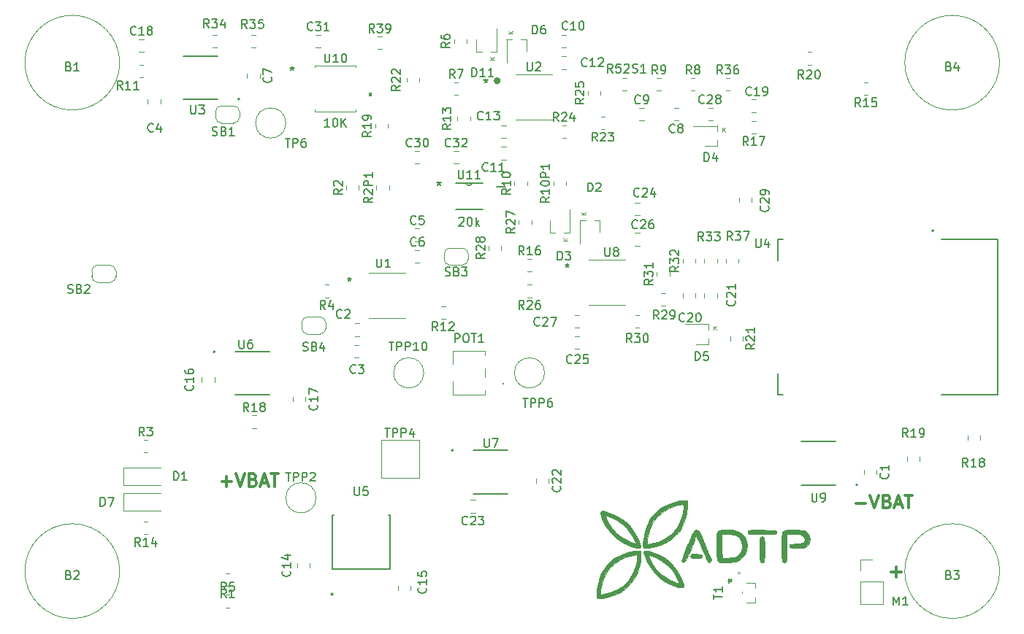
<source format=gbr>
%TF.GenerationSoftware,KiCad,Pcbnew,(5.1.10)-1*%
%TF.CreationDate,2022-06-10T17:40:00+02:00*%
%TF.ProjectId,NGL_Proto_ST,4e474c5f-5072-46f7-946f-5f53542e6b69,V1*%
%TF.SameCoordinates,Original*%
%TF.FileFunction,Legend,Top*%
%TF.FilePolarity,Positive*%
%FSLAX46Y46*%
G04 Gerber Fmt 4.6, Leading zero omitted, Abs format (unit mm)*
G04 Created by KiCad (PCBNEW (5.1.10)-1) date 2022-06-10 17:40:00*
%MOMM*%
%LPD*%
G01*
G04 APERTURE LIST*
%ADD10C,0.300000*%
%ADD11C,0.127000*%
%ADD12C,0.200000*%
%ADD13C,0.010000*%
%ADD14C,0.400000*%
%ADD15C,0.120000*%
%ADD16C,0.100000*%
%ADD17C,0.152400*%
%ADD18C,0.150000*%
G04 APERTURE END LIST*
D10*
X200428571Y-114607142D02*
X201571428Y-114607142D01*
X201000000Y-115178571D02*
X201000000Y-114035714D01*
X196321428Y-106607142D02*
X197464285Y-106607142D01*
X197964285Y-105678571D02*
X198464285Y-107178571D01*
X198964285Y-105678571D01*
X199964285Y-106392857D02*
X200178571Y-106464285D01*
X200250000Y-106535714D01*
X200321428Y-106678571D01*
X200321428Y-106892857D01*
X200250000Y-107035714D01*
X200178571Y-107107142D01*
X200035714Y-107178571D01*
X199464285Y-107178571D01*
X199464285Y-105678571D01*
X199964285Y-105678571D01*
X200107142Y-105750000D01*
X200178571Y-105821428D01*
X200250000Y-105964285D01*
X200250000Y-106107142D01*
X200178571Y-106250000D01*
X200107142Y-106321428D01*
X199964285Y-106392857D01*
X199464285Y-106392857D01*
X200892857Y-106750000D02*
X201607142Y-106750000D01*
X200750000Y-107178571D02*
X201250000Y-105678571D01*
X201750000Y-107178571D01*
X202035714Y-105678571D02*
X202892857Y-105678571D01*
X202464285Y-107178571D02*
X202464285Y-105678571D01*
X122821428Y-104107142D02*
X123964285Y-104107142D01*
X123392857Y-104678571D02*
X123392857Y-103535714D01*
X124464285Y-103178571D02*
X124964285Y-104678571D01*
X125464285Y-103178571D01*
X126464285Y-103892857D02*
X126678571Y-103964285D01*
X126750000Y-104035714D01*
X126821428Y-104178571D01*
X126821428Y-104392857D01*
X126750000Y-104535714D01*
X126678571Y-104607142D01*
X126535714Y-104678571D01*
X125964285Y-104678571D01*
X125964285Y-103178571D01*
X126464285Y-103178571D01*
X126607142Y-103250000D01*
X126678571Y-103321428D01*
X126750000Y-103464285D01*
X126750000Y-103607142D01*
X126678571Y-103750000D01*
X126607142Y-103821428D01*
X126464285Y-103892857D01*
X125964285Y-103892857D01*
X127392857Y-104250000D02*
X128107142Y-104250000D01*
X127250000Y-104678571D02*
X127750000Y-103178571D01*
X128250000Y-104678571D01*
X128535714Y-103178571D02*
X129392857Y-103178571D01*
X128964285Y-104678571D02*
X128964285Y-103178571D01*
D11*
%TO.C,U5*%
X135800000Y-108022000D02*
X135630000Y-108022000D01*
X135630000Y-108022000D02*
X135630000Y-114243000D01*
X135630000Y-114243000D02*
X142370000Y-114243000D01*
X142370000Y-114243000D02*
X142370000Y-108022000D01*
X142370000Y-108022000D02*
X142200000Y-108022000D01*
D12*
X135700000Y-117200000D02*
G75*
G03*
X135700000Y-117200000I-100000J0D01*
G01*
D13*
%TO.C,G1*%
G36*
X185078894Y-109728347D02*
G01*
X185472484Y-109733372D01*
X186035101Y-109742379D01*
X186451010Y-109752812D01*
X186742835Y-109767169D01*
X186933197Y-109787948D01*
X187044719Y-109817648D01*
X187100023Y-109858765D01*
X187121731Y-109913799D01*
X187122067Y-109915521D01*
X187095295Y-110082565D01*
X187038497Y-110147058D01*
X186919859Y-110170658D01*
X186661714Y-110191186D01*
X186293881Y-110207274D01*
X185846177Y-110217555D01*
X185431867Y-110220703D01*
X184862914Y-110218272D01*
X184442351Y-110208844D01*
X184149323Y-110190909D01*
X183962977Y-110162958D01*
X183862458Y-110123483D01*
X183842906Y-110105731D01*
X183786183Y-109934018D01*
X183799953Y-109849937D01*
X183834503Y-109801350D01*
X183910372Y-109766192D01*
X184050152Y-109742887D01*
X184276437Y-109729861D01*
X184611820Y-109725539D01*
X185078894Y-109728347D01*
G37*
X185078894Y-109728347D02*
X185472484Y-109733372D01*
X186035101Y-109742379D01*
X186451010Y-109752812D01*
X186742835Y-109767169D01*
X186933197Y-109787948D01*
X187044719Y-109817648D01*
X187100023Y-109858765D01*
X187121731Y-109913799D01*
X187122067Y-109915521D01*
X187095295Y-110082565D01*
X187038497Y-110147058D01*
X186919859Y-110170658D01*
X186661714Y-110191186D01*
X186293881Y-110207274D01*
X185846177Y-110217555D01*
X185431867Y-110220703D01*
X184862914Y-110218272D01*
X184442351Y-110208844D01*
X184149323Y-110190909D01*
X183962977Y-110162958D01*
X183862458Y-110123483D01*
X183842906Y-110105731D01*
X183786183Y-109934018D01*
X183799953Y-109849937D01*
X183834503Y-109801350D01*
X183910372Y-109766192D01*
X184050152Y-109742887D01*
X184276437Y-109729861D01*
X184611820Y-109725539D01*
X185078894Y-109728347D01*
G36*
X176757485Y-107005845D02*
G01*
X176674519Y-107850486D01*
X176450895Y-108705090D01*
X176152504Y-109413149D01*
X175820826Y-109920611D01*
X175362464Y-110412940D01*
X174818564Y-110852467D01*
X174230269Y-111201526D01*
X174165251Y-111232486D01*
X173673361Y-111438675D01*
X173181765Y-111605352D01*
X172717214Y-111727503D01*
X172306454Y-111800116D01*
X171976235Y-111818178D01*
X171753305Y-111776676D01*
X171671168Y-111699887D01*
X171650864Y-111523871D01*
X171663934Y-111223496D01*
X171690327Y-110982034D01*
X172150000Y-110982034D01*
X172150000Y-111384217D01*
X172589298Y-111304372D01*
X172914041Y-111228522D01*
X173297008Y-111115427D01*
X173565510Y-111022433D01*
X174108807Y-110776487D01*
X174623824Y-110467815D01*
X175059127Y-110130071D01*
X175288051Y-109895355D01*
X175582053Y-109464888D01*
X175856807Y-108923041D01*
X176092674Y-108323301D01*
X176270012Y-107719158D01*
X176369180Y-107164101D01*
X176383334Y-106912552D01*
X176346257Y-106802242D01*
X176221445Y-106756668D01*
X175988522Y-106775729D01*
X175627113Y-106859326D01*
X175451731Y-106908029D01*
X174600790Y-107221362D01*
X173874571Y-107636996D01*
X173279660Y-108150323D01*
X172833626Y-108738334D01*
X172620552Y-109159815D01*
X172427749Y-109661835D01*
X172273342Y-110184910D01*
X172175456Y-110669554D01*
X172150000Y-110982034D01*
X171690327Y-110982034D01*
X171705912Y-110839455D01*
X171772333Y-110412441D01*
X171858734Y-109983147D01*
X171860249Y-109976505D01*
X172117922Y-109184613D01*
X172505965Y-108454115D01*
X173005030Y-107811166D01*
X173595766Y-107281923D01*
X174075964Y-106981259D01*
X174693485Y-106702065D01*
X175341928Y-106484413D01*
X175960164Y-106346767D01*
X176298667Y-106309853D01*
X176764334Y-106285000D01*
X176757485Y-107005845D01*
G37*
X176757485Y-107005845D02*
X176674519Y-107850486D01*
X176450895Y-108705090D01*
X176152504Y-109413149D01*
X175820826Y-109920611D01*
X175362464Y-110412940D01*
X174818564Y-110852467D01*
X174230269Y-111201526D01*
X174165251Y-111232486D01*
X173673361Y-111438675D01*
X173181765Y-111605352D01*
X172717214Y-111727503D01*
X172306454Y-111800116D01*
X171976235Y-111818178D01*
X171753305Y-111776676D01*
X171671168Y-111699887D01*
X171650864Y-111523871D01*
X171663934Y-111223496D01*
X171690327Y-110982034D01*
X172150000Y-110982034D01*
X172150000Y-111384217D01*
X172589298Y-111304372D01*
X172914041Y-111228522D01*
X173297008Y-111115427D01*
X173565510Y-111022433D01*
X174108807Y-110776487D01*
X174623824Y-110467815D01*
X175059127Y-110130071D01*
X175288051Y-109895355D01*
X175582053Y-109464888D01*
X175856807Y-108923041D01*
X176092674Y-108323301D01*
X176270012Y-107719158D01*
X176369180Y-107164101D01*
X176383334Y-106912552D01*
X176346257Y-106802242D01*
X176221445Y-106756668D01*
X175988522Y-106775729D01*
X175627113Y-106859326D01*
X175451731Y-106908029D01*
X174600790Y-107221362D01*
X173874571Y-107636996D01*
X173279660Y-108150323D01*
X172833626Y-108738334D01*
X172620552Y-109159815D01*
X172427749Y-109661835D01*
X172273342Y-110184910D01*
X172175456Y-110669554D01*
X172150000Y-110982034D01*
X171690327Y-110982034D01*
X171705912Y-110839455D01*
X171772333Y-110412441D01*
X171858734Y-109983147D01*
X171860249Y-109976505D01*
X172117922Y-109184613D01*
X172505965Y-108454115D01*
X173005030Y-107811166D01*
X173595766Y-107281923D01*
X174075964Y-106981259D01*
X174693485Y-106702065D01*
X175341928Y-106484413D01*
X175960164Y-106346767D01*
X176298667Y-106309853D01*
X176764334Y-106285000D01*
X176757485Y-107005845D01*
G36*
X167275844Y-107590084D02*
G01*
X167721796Y-107722167D01*
X168621315Y-108090065D01*
X169412056Y-108587289D01*
X170090785Y-109210745D01*
X170654268Y-109957341D01*
X171099271Y-110823986D01*
X171180441Y-111029098D01*
X171281097Y-111326670D01*
X171343097Y-111570740D01*
X171354002Y-111711597D01*
X171352442Y-111716540D01*
X171229173Y-111808208D01*
X170967602Y-111809591D01*
X170572440Y-111721079D01*
X170282585Y-111628253D01*
X169377749Y-111231009D01*
X168584536Y-110706898D01*
X167906140Y-110059117D01*
X167345759Y-109290867D01*
X166906586Y-108405347D01*
X166811657Y-108153499D01*
X166779855Y-108050080D01*
X167266364Y-108050080D01*
X167284364Y-108138424D01*
X167367675Y-108340507D01*
X167501036Y-108621130D01*
X167588102Y-108792186D01*
X168048546Y-109531894D01*
X168601971Y-110146404D01*
X169267770Y-110653080D01*
X170065334Y-111069290D01*
X170189331Y-111121625D01*
X170500176Y-111245809D01*
X170682817Y-111302846D01*
X170764279Y-111293243D01*
X170771586Y-111217509D01*
X170749101Y-111132167D01*
X170532510Y-110619578D01*
X170199167Y-110078540D01*
X169784918Y-109554009D01*
X169325608Y-109090938D01*
X168857082Y-108734281D01*
X168817975Y-108710309D01*
X168522561Y-108545915D01*
X168192478Y-108382309D01*
X167864741Y-108235239D01*
X167576364Y-108120456D01*
X167364359Y-108053709D01*
X167266364Y-108050080D01*
X166779855Y-108050080D01*
X166718734Y-107851317D01*
X166702738Y-107651446D01*
X166779621Y-107546323D01*
X166965339Y-107528390D01*
X167275844Y-107590084D01*
G37*
X167275844Y-107590084D02*
X167721796Y-107722167D01*
X168621315Y-108090065D01*
X169412056Y-108587289D01*
X170090785Y-109210745D01*
X170654268Y-109957341D01*
X171099271Y-110823986D01*
X171180441Y-111029098D01*
X171281097Y-111326670D01*
X171343097Y-111570740D01*
X171354002Y-111711597D01*
X171352442Y-111716540D01*
X171229173Y-111808208D01*
X170967602Y-111809591D01*
X170572440Y-111721079D01*
X170282585Y-111628253D01*
X169377749Y-111231009D01*
X168584536Y-110706898D01*
X167906140Y-110059117D01*
X167345759Y-109290867D01*
X166906586Y-108405347D01*
X166811657Y-108153499D01*
X166779855Y-108050080D01*
X167266364Y-108050080D01*
X167284364Y-108138424D01*
X167367675Y-108340507D01*
X167501036Y-108621130D01*
X167588102Y-108792186D01*
X168048546Y-109531894D01*
X168601971Y-110146404D01*
X169267770Y-110653080D01*
X170065334Y-111069290D01*
X170189331Y-111121625D01*
X170500176Y-111245809D01*
X170682817Y-111302846D01*
X170764279Y-111293243D01*
X170771586Y-111217509D01*
X170749101Y-111132167D01*
X170532510Y-110619578D01*
X170199167Y-110078540D01*
X169784918Y-109554009D01*
X169325608Y-109090938D01*
X168857082Y-108734281D01*
X168817975Y-108710309D01*
X168522561Y-108545915D01*
X168192478Y-108382309D01*
X167864741Y-108235239D01*
X167576364Y-108120456D01*
X167364359Y-108053709D01*
X167266364Y-108050080D01*
X166779855Y-108050080D01*
X166718734Y-107851317D01*
X166702738Y-107651446D01*
X166779621Y-107546323D01*
X166965339Y-107528390D01*
X167275844Y-107590084D01*
G36*
X177842609Y-112525433D02*
G01*
X178159457Y-112541461D01*
X178343206Y-112566804D01*
X178430032Y-112615372D01*
X178456107Y-112701081D01*
X178457667Y-112762000D01*
X178447032Y-112875702D01*
X178389850Y-112941652D01*
X178248208Y-112975905D01*
X177984189Y-112994521D01*
X177899492Y-112998398D01*
X177561102Y-113001339D01*
X177352488Y-112969444D01*
X177236594Y-112896881D01*
X177233853Y-112893643D01*
X177166879Y-112725188D01*
X177176970Y-112632344D01*
X177237525Y-112562799D01*
X177374894Y-112526915D01*
X177624239Y-112519043D01*
X177842609Y-112525433D01*
G37*
X177842609Y-112525433D02*
X178159457Y-112541461D01*
X178343206Y-112566804D01*
X178430032Y-112615372D01*
X178456107Y-112701081D01*
X178457667Y-112762000D01*
X178447032Y-112875702D01*
X178389850Y-112941652D01*
X178248208Y-112975905D01*
X177984189Y-112994521D01*
X177899492Y-112998398D01*
X177561102Y-113001339D01*
X177352488Y-112969444D01*
X177236594Y-112896881D01*
X177233853Y-112893643D01*
X177166879Y-112725188D01*
X177176970Y-112632344D01*
X177237525Y-112562799D01*
X177374894Y-112526915D01*
X177624239Y-112519043D01*
X177842609Y-112525433D01*
G36*
X188803140Y-109716736D02*
G01*
X189266114Y-109728877D01*
X190452315Y-109756333D01*
X190694619Y-110027756D01*
X190932164Y-110402436D01*
X191008839Y-110795297D01*
X190926422Y-111180135D01*
X190686686Y-111530748D01*
X190586465Y-111623567D01*
X190460653Y-111720208D01*
X190334280Y-111780700D01*
X190166747Y-111811943D01*
X189917454Y-111820836D01*
X189545801Y-111814281D01*
X189475614Y-111812353D01*
X189088389Y-111800110D01*
X188839744Y-111783896D01*
X188698986Y-111755278D01*
X188635421Y-111705825D01*
X188618355Y-111627104D01*
X188617667Y-111576667D01*
X188624662Y-111477564D01*
X188666931Y-111413323D01*
X188776400Y-111373682D01*
X188984995Y-111348380D01*
X189324642Y-111327155D01*
X189407933Y-111322667D01*
X189796571Y-111296205D01*
X190051566Y-111261489D01*
X190208605Y-111210413D01*
X190303378Y-111134875D01*
X190318100Y-111115984D01*
X190428531Y-110861362D01*
X190374191Y-110613944D01*
X190230182Y-110429818D01*
X190122554Y-110334587D01*
X190003669Y-110273883D01*
X189834347Y-110240013D01*
X189575412Y-110225284D01*
X189187683Y-110222002D01*
X189171849Y-110222000D01*
X188321334Y-110222000D01*
X188321334Y-111739952D01*
X188319141Y-112299652D01*
X188311279Y-112713937D01*
X188295825Y-113006686D01*
X188270853Y-113201776D01*
X188234440Y-113323084D01*
X188188286Y-113390952D01*
X188077588Y-113494816D01*
X188040119Y-113521425D01*
X187965036Y-113482777D01*
X187876834Y-113432551D01*
X187825411Y-113388051D01*
X187787357Y-113307650D01*
X187760702Y-113168320D01*
X187743479Y-112947033D01*
X187733717Y-112620760D01*
X187729449Y-112166473D01*
X187728667Y-111699459D01*
X187727584Y-111065650D01*
X187734549Y-110581384D01*
X187764880Y-110227029D01*
X187833893Y-109982951D01*
X187956908Y-109829515D01*
X188149242Y-109747090D01*
X188426214Y-109716041D01*
X188803140Y-109716736D01*
G37*
X188803140Y-109716736D02*
X189266114Y-109728877D01*
X190452315Y-109756333D01*
X190694619Y-110027756D01*
X190932164Y-110402436D01*
X191008839Y-110795297D01*
X190926422Y-111180135D01*
X190686686Y-111530748D01*
X190586465Y-111623567D01*
X190460653Y-111720208D01*
X190334280Y-111780700D01*
X190166747Y-111811943D01*
X189917454Y-111820836D01*
X189545801Y-111814281D01*
X189475614Y-111812353D01*
X189088389Y-111800110D01*
X188839744Y-111783896D01*
X188698986Y-111755278D01*
X188635421Y-111705825D01*
X188618355Y-111627104D01*
X188617667Y-111576667D01*
X188624662Y-111477564D01*
X188666931Y-111413323D01*
X188776400Y-111373682D01*
X188984995Y-111348380D01*
X189324642Y-111327155D01*
X189407933Y-111322667D01*
X189796571Y-111296205D01*
X190051566Y-111261489D01*
X190208605Y-111210413D01*
X190303378Y-111134875D01*
X190318100Y-111115984D01*
X190428531Y-110861362D01*
X190374191Y-110613944D01*
X190230182Y-110429818D01*
X190122554Y-110334587D01*
X190003669Y-110273883D01*
X189834347Y-110240013D01*
X189575412Y-110225284D01*
X189187683Y-110222002D01*
X189171849Y-110222000D01*
X188321334Y-110222000D01*
X188321334Y-111739952D01*
X188319141Y-112299652D01*
X188311279Y-112713937D01*
X188295825Y-113006686D01*
X188270853Y-113201776D01*
X188234440Y-113323084D01*
X188188286Y-113390952D01*
X188077588Y-113494816D01*
X188040119Y-113521425D01*
X187965036Y-113482777D01*
X187876834Y-113432551D01*
X187825411Y-113388051D01*
X187787357Y-113307650D01*
X187760702Y-113168320D01*
X187743479Y-112947033D01*
X187733717Y-112620760D01*
X187729449Y-112166473D01*
X187728667Y-111699459D01*
X187727584Y-111065650D01*
X187734549Y-110581384D01*
X187764880Y-110227029D01*
X187833893Y-109982951D01*
X187956908Y-109829515D01*
X188149242Y-109747090D01*
X188426214Y-109716041D01*
X188803140Y-109716736D01*
G36*
X185602342Y-110535135D02*
G01*
X185663251Y-110655638D01*
X185712078Y-110908990D01*
X185748214Y-111259097D01*
X185771052Y-111669864D01*
X185779983Y-112105197D01*
X185774401Y-112529000D01*
X185753696Y-112905180D01*
X185717262Y-113197641D01*
X185664491Y-113370290D01*
X185650394Y-113388844D01*
X185495148Y-113508200D01*
X185369339Y-113489743D01*
X185290267Y-113422400D01*
X185246942Y-113308078D01*
X185216089Y-113057914D01*
X185197013Y-112661735D01*
X185189017Y-112109363D01*
X185188667Y-111938076D01*
X185190568Y-111417237D01*
X185197834Y-111041403D01*
X185212809Y-110786274D01*
X185237836Y-110627548D01*
X185275261Y-110540925D01*
X185327175Y-110502201D01*
X185512435Y-110498538D01*
X185602342Y-110535135D01*
G37*
X185602342Y-110535135D02*
X185663251Y-110655638D01*
X185712078Y-110908990D01*
X185748214Y-111259097D01*
X185771052Y-111669864D01*
X185779983Y-112105197D01*
X185774401Y-112529000D01*
X185753696Y-112905180D01*
X185717262Y-113197641D01*
X185664491Y-113370290D01*
X185650394Y-113388844D01*
X185495148Y-113508200D01*
X185369339Y-113489743D01*
X185290267Y-113422400D01*
X185246942Y-113308078D01*
X185216089Y-113057914D01*
X185197013Y-112661735D01*
X185189017Y-112109363D01*
X185188667Y-111938076D01*
X185190568Y-111417237D01*
X185197834Y-111041403D01*
X185212809Y-110786274D01*
X185237836Y-110627548D01*
X185275261Y-110540925D01*
X185327175Y-110502201D01*
X185512435Y-110498538D01*
X185602342Y-110535135D01*
G36*
X181935734Y-109725083D02*
G01*
X182297988Y-109764564D01*
X182575360Y-109825403D01*
X182630220Y-109845491D01*
X183096000Y-110126479D01*
X183446752Y-110521797D01*
X183668550Y-111009935D01*
X183747466Y-111569385D01*
X183747474Y-111571102D01*
X183670818Y-112123426D01*
X183446593Y-112610011D01*
X183090430Y-113010290D01*
X182617957Y-113303695D01*
X182358133Y-113399432D01*
X182084278Y-113455033D01*
X181722715Y-113494170D01*
X181328178Y-113514869D01*
X180955402Y-113515159D01*
X180659121Y-113493066D01*
X180532000Y-113465243D01*
X180418432Y-113411587D01*
X180333325Y-113327837D01*
X180272641Y-113191353D01*
X180232343Y-112979494D01*
X180208391Y-112669621D01*
X180196748Y-112239093D01*
X180193376Y-111665270D01*
X180193334Y-111566532D01*
X180195372Y-110993751D01*
X180202689Y-110566939D01*
X180217092Y-110262766D01*
X180221727Y-110222000D01*
X180786000Y-110222000D01*
X180786000Y-111562555D01*
X180789826Y-112023725D01*
X180800390Y-112424886D01*
X180816319Y-112735656D01*
X180836242Y-112925655D01*
X180849500Y-112969002D01*
X180980079Y-113008871D01*
X181227870Y-113015634D01*
X181545156Y-112994564D01*
X181884222Y-112950934D01*
X182197352Y-112890018D01*
X182436831Y-112817089D01*
X182499800Y-112786623D01*
X182734212Y-112604588D01*
X182948730Y-112368639D01*
X182973296Y-112334089D01*
X183088885Y-112130625D01*
X183141440Y-111920750D01*
X183145555Y-111634153D01*
X183140023Y-111530731D01*
X183061024Y-111051618D01*
X182882698Y-110690795D01*
X182593120Y-110438906D01*
X182180366Y-110286599D01*
X181632511Y-110224518D01*
X181471705Y-110222000D01*
X180786000Y-110222000D01*
X180221727Y-110222000D01*
X180240385Y-110057902D01*
X180274372Y-109929020D01*
X180320860Y-109852788D01*
X180326381Y-109847047D01*
X180480837Y-109780167D01*
X180761147Y-109734502D01*
X181125166Y-109710080D01*
X181530743Y-109706931D01*
X181935734Y-109725083D01*
G37*
X181935734Y-109725083D02*
X182297988Y-109764564D01*
X182575360Y-109825403D01*
X182630220Y-109845491D01*
X183096000Y-110126479D01*
X183446752Y-110521797D01*
X183668550Y-111009935D01*
X183747466Y-111569385D01*
X183747474Y-111571102D01*
X183670818Y-112123426D01*
X183446593Y-112610011D01*
X183090430Y-113010290D01*
X182617957Y-113303695D01*
X182358133Y-113399432D01*
X182084278Y-113455033D01*
X181722715Y-113494170D01*
X181328178Y-113514869D01*
X180955402Y-113515159D01*
X180659121Y-113493066D01*
X180532000Y-113465243D01*
X180418432Y-113411587D01*
X180333325Y-113327837D01*
X180272641Y-113191353D01*
X180232343Y-112979494D01*
X180208391Y-112669621D01*
X180196748Y-112239093D01*
X180193376Y-111665270D01*
X180193334Y-111566532D01*
X180195372Y-110993751D01*
X180202689Y-110566939D01*
X180217092Y-110262766D01*
X180221727Y-110222000D01*
X180786000Y-110222000D01*
X180786000Y-111562555D01*
X180789826Y-112023725D01*
X180800390Y-112424886D01*
X180816319Y-112735656D01*
X180836242Y-112925655D01*
X180849500Y-112969002D01*
X180980079Y-113008871D01*
X181227870Y-113015634D01*
X181545156Y-112994564D01*
X181884222Y-112950934D01*
X182197352Y-112890018D01*
X182436831Y-112817089D01*
X182499800Y-112786623D01*
X182734212Y-112604588D01*
X182948730Y-112368639D01*
X182973296Y-112334089D01*
X183088885Y-112130625D01*
X183141440Y-111920750D01*
X183145555Y-111634153D01*
X183140023Y-111530731D01*
X183061024Y-111051618D01*
X182882698Y-110690795D01*
X182593120Y-110438906D01*
X182180366Y-110286599D01*
X181632511Y-110224518D01*
X181471705Y-110222000D01*
X180786000Y-110222000D01*
X180221727Y-110222000D01*
X180240385Y-110057902D01*
X180274372Y-109929020D01*
X180320860Y-109852788D01*
X180326381Y-109847047D01*
X180480837Y-109780167D01*
X180761147Y-109734502D01*
X181125166Y-109710080D01*
X181530743Y-109706931D01*
X181935734Y-109725083D01*
G36*
X178119613Y-109858256D02*
G01*
X178233997Y-110031500D01*
X178334276Y-110241979D01*
X178475158Y-110554371D01*
X178644448Y-110939852D01*
X178829949Y-111369597D01*
X179019466Y-111814783D01*
X179200802Y-112246584D01*
X179361761Y-112636176D01*
X179490146Y-112954735D01*
X179573763Y-113173437D01*
X179600667Y-113261498D01*
X179530496Y-113374720D01*
X179377297Y-113456532D01*
X179227045Y-113464902D01*
X179205725Y-113454592D01*
X179145711Y-113361329D01*
X179033482Y-113137294D01*
X178881064Y-112808391D01*
X178700481Y-112400522D01*
X178516129Y-111969064D01*
X178291086Y-111435611D01*
X178121558Y-111040218D01*
X177998559Y-110764376D01*
X177913102Y-110589578D01*
X177856201Y-110497316D01*
X177818870Y-110469081D01*
X177794625Y-110483055D01*
X177755017Y-110568972D01*
X177662031Y-110786223D01*
X177526342Y-111109393D01*
X177358627Y-111513066D01*
X177180792Y-111944477D01*
X176950015Y-112496084D01*
X176766566Y-112906031D01*
X176619623Y-113191695D01*
X176498366Y-113370454D01*
X176391976Y-113459685D01*
X176289632Y-113476765D01*
X176235167Y-113463170D01*
X176147654Y-113357851D01*
X176129334Y-113256932D01*
X176161808Y-113131929D01*
X176250984Y-112881866D01*
X176384489Y-112536287D01*
X176549951Y-112124734D01*
X176734995Y-111676753D01*
X176927251Y-111221887D01*
X177114346Y-110789681D01*
X177283906Y-110409677D01*
X177423560Y-110111421D01*
X177520935Y-109924456D01*
X177533279Y-109904500D01*
X177716492Y-109734092D01*
X177921351Y-109720383D01*
X178119613Y-109858256D01*
G37*
X178119613Y-109858256D02*
X178233997Y-110031500D01*
X178334276Y-110241979D01*
X178475158Y-110554371D01*
X178644448Y-110939852D01*
X178829949Y-111369597D01*
X179019466Y-111814783D01*
X179200802Y-112246584D01*
X179361761Y-112636176D01*
X179490146Y-112954735D01*
X179573763Y-113173437D01*
X179600667Y-113261498D01*
X179530496Y-113374720D01*
X179377297Y-113456532D01*
X179227045Y-113464902D01*
X179205725Y-113454592D01*
X179145711Y-113361329D01*
X179033482Y-113137294D01*
X178881064Y-112808391D01*
X178700481Y-112400522D01*
X178516129Y-111969064D01*
X178291086Y-111435611D01*
X178121558Y-111040218D01*
X177998559Y-110764376D01*
X177913102Y-110589578D01*
X177856201Y-110497316D01*
X177818870Y-110469081D01*
X177794625Y-110483055D01*
X177755017Y-110568972D01*
X177662031Y-110786223D01*
X177526342Y-111109393D01*
X177358627Y-111513066D01*
X177180792Y-111944477D01*
X176950015Y-112496084D01*
X176766566Y-112906031D01*
X176619623Y-113191695D01*
X176498366Y-113370454D01*
X176391976Y-113459685D01*
X176289632Y-113476765D01*
X176235167Y-113463170D01*
X176147654Y-113357851D01*
X176129334Y-113256932D01*
X176161808Y-113131929D01*
X176250984Y-112881866D01*
X176384489Y-112536287D01*
X176549951Y-112124734D01*
X176734995Y-111676753D01*
X176927251Y-111221887D01*
X177114346Y-110789681D01*
X177283906Y-110409677D01*
X177423560Y-110111421D01*
X177520935Y-109924456D01*
X177533279Y-109904500D01*
X177716492Y-109734092D01*
X177921351Y-109720383D01*
X178119613Y-109858256D01*
G36*
X172202349Y-112165184D02*
G01*
X172542100Y-112253872D01*
X172922885Y-112377568D01*
X173306454Y-112525817D01*
X173434714Y-112581765D01*
X174234228Y-113030684D01*
X174927527Y-113608842D01*
X175517953Y-114319608D01*
X176008852Y-115166350D01*
X176016925Y-115183125D01*
X176219594Y-115648879D01*
X176337075Y-116018332D01*
X176366328Y-116277523D01*
X176304312Y-116412490D01*
X176286545Y-116421313D01*
X176145294Y-116425991D01*
X175903062Y-116391795D01*
X175706000Y-116348737D01*
X174844390Y-116049790D01*
X174039904Y-115606383D01*
X173316683Y-115037846D01*
X172698863Y-114363505D01*
X172210584Y-113602691D01*
X172165361Y-113513630D01*
X171936514Y-113012485D01*
X171851387Y-112773988D01*
X172320453Y-112773988D01*
X172359985Y-112897028D01*
X172464338Y-113124857D01*
X172613804Y-113415536D01*
X172672927Y-113524000D01*
X173146048Y-114232782D01*
X173721462Y-114821874D01*
X174419826Y-115310612D01*
X174795034Y-115510480D01*
X175234875Y-115721257D01*
X175537424Y-115848121D01*
X175715484Y-115885557D01*
X175781855Y-115828047D01*
X175749340Y-115670074D01*
X175630740Y-115406123D01*
X175524398Y-115196167D01*
X175067439Y-114469813D01*
X174500671Y-113835918D01*
X173851546Y-113322066D01*
X173409425Y-113070815D01*
X172943371Y-112856297D01*
X172611877Y-112732346D01*
X172407695Y-112696986D01*
X172323576Y-112748242D01*
X172320453Y-112773988D01*
X171851387Y-112773988D01*
X171793110Y-112610717D01*
X171738435Y-112320685D01*
X171775771Y-112154742D01*
X171798948Y-112134654D01*
X171941882Y-112121960D01*
X172202349Y-112165184D01*
G37*
X172202349Y-112165184D02*
X172542100Y-112253872D01*
X172922885Y-112377568D01*
X173306454Y-112525817D01*
X173434714Y-112581765D01*
X174234228Y-113030684D01*
X174927527Y-113608842D01*
X175517953Y-114319608D01*
X176008852Y-115166350D01*
X176016925Y-115183125D01*
X176219594Y-115648879D01*
X176337075Y-116018332D01*
X176366328Y-116277523D01*
X176304312Y-116412490D01*
X176286545Y-116421313D01*
X176145294Y-116425991D01*
X175903062Y-116391795D01*
X175706000Y-116348737D01*
X174844390Y-116049790D01*
X174039904Y-115606383D01*
X173316683Y-115037846D01*
X172698863Y-114363505D01*
X172210584Y-113602691D01*
X172165361Y-113513630D01*
X171936514Y-113012485D01*
X171851387Y-112773988D01*
X172320453Y-112773988D01*
X172359985Y-112897028D01*
X172464338Y-113124857D01*
X172613804Y-113415536D01*
X172672927Y-113524000D01*
X173146048Y-114232782D01*
X173721462Y-114821874D01*
X174419826Y-115310612D01*
X174795034Y-115510480D01*
X175234875Y-115721257D01*
X175537424Y-115848121D01*
X175715484Y-115885557D01*
X175781855Y-115828047D01*
X175749340Y-115670074D01*
X175630740Y-115406123D01*
X175524398Y-115196167D01*
X175067439Y-114469813D01*
X174500671Y-113835918D01*
X173851546Y-113322066D01*
X173409425Y-113070815D01*
X172943371Y-112856297D01*
X172611877Y-112732346D01*
X172407695Y-112696986D01*
X172323576Y-112748242D01*
X172320453Y-112773988D01*
X171851387Y-112773988D01*
X171793110Y-112610717D01*
X171738435Y-112320685D01*
X171775771Y-112154742D01*
X171798948Y-112134654D01*
X171941882Y-112121960D01*
X172202349Y-112165184D01*
G36*
X171370880Y-112706327D02*
G01*
X171342584Y-113307645D01*
X171219691Y-113975257D01*
X171016626Y-114645889D01*
X170823988Y-115105306D01*
X170540023Y-115569058D01*
X170142493Y-116046768D01*
X169676695Y-116493768D01*
X169187928Y-116865392D01*
X168834072Y-117067516D01*
X168369864Y-117264780D01*
X167891633Y-117427400D01*
X167427536Y-117550227D01*
X167005728Y-117628113D01*
X166654365Y-117655909D01*
X166401603Y-117628466D01*
X166275599Y-117540634D01*
X166273576Y-117535748D01*
X166256395Y-117371044D01*
X166269622Y-117084665D01*
X166287508Y-116913279D01*
X166731334Y-116913279D01*
X166731334Y-117227471D01*
X167133500Y-117152944D01*
X167441330Y-117083204D01*
X167811208Y-116981935D01*
X168059791Y-116904650D01*
X168832495Y-116566651D01*
X169491150Y-116104065D01*
X170033489Y-115519501D01*
X170457244Y-114815569D01*
X170760146Y-113994879D01*
X170828753Y-113718953D01*
X170925338Y-113227719D01*
X170961491Y-112883843D01*
X170937212Y-112676499D01*
X170852502Y-112594862D01*
X170828721Y-112592667D01*
X170572905Y-112626064D01*
X170212794Y-112716056D01*
X169797408Y-112847337D01*
X169375766Y-113004607D01*
X169043196Y-113150087D01*
X168376038Y-113550484D01*
X167825259Y-114061988D01*
X167384414Y-114693028D01*
X167047056Y-115452034D01*
X166894897Y-115959558D01*
X166814272Y-116315896D01*
X166755852Y-116652461D01*
X166731461Y-116900317D01*
X166731334Y-116913279D01*
X166287508Y-116913279D01*
X166307639Y-116720392D01*
X166364832Y-116322007D01*
X166435583Y-115933293D01*
X166514276Y-115598030D01*
X166528635Y-115547469D01*
X166810361Y-114815764D01*
X167198610Y-114142448D01*
X167664749Y-113575491D01*
X167761316Y-113482309D01*
X168366393Y-113019872D01*
X169080921Y-112634664D01*
X169854566Y-112347851D01*
X170636996Y-112180598D01*
X170922334Y-112153027D01*
X171345667Y-112127000D01*
X171370880Y-112706327D01*
G37*
X171370880Y-112706327D02*
X171342584Y-113307645D01*
X171219691Y-113975257D01*
X171016626Y-114645889D01*
X170823988Y-115105306D01*
X170540023Y-115569058D01*
X170142493Y-116046768D01*
X169676695Y-116493768D01*
X169187928Y-116865392D01*
X168834072Y-117067516D01*
X168369864Y-117264780D01*
X167891633Y-117427400D01*
X167427536Y-117550227D01*
X167005728Y-117628113D01*
X166654365Y-117655909D01*
X166401603Y-117628466D01*
X166275599Y-117540634D01*
X166273576Y-117535748D01*
X166256395Y-117371044D01*
X166269622Y-117084665D01*
X166287508Y-116913279D01*
X166731334Y-116913279D01*
X166731334Y-117227471D01*
X167133500Y-117152944D01*
X167441330Y-117083204D01*
X167811208Y-116981935D01*
X168059791Y-116904650D01*
X168832495Y-116566651D01*
X169491150Y-116104065D01*
X170033489Y-115519501D01*
X170457244Y-114815569D01*
X170760146Y-113994879D01*
X170828753Y-113718953D01*
X170925338Y-113227719D01*
X170961491Y-112883843D01*
X170937212Y-112676499D01*
X170852502Y-112594862D01*
X170828721Y-112592667D01*
X170572905Y-112626064D01*
X170212794Y-112716056D01*
X169797408Y-112847337D01*
X169375766Y-113004607D01*
X169043196Y-113150087D01*
X168376038Y-113550484D01*
X167825259Y-114061988D01*
X167384414Y-114693028D01*
X167047056Y-115452034D01*
X166894897Y-115959558D01*
X166814272Y-116315896D01*
X166755852Y-116652461D01*
X166731461Y-116900317D01*
X166731334Y-116913279D01*
X166287508Y-116913279D01*
X166307639Y-116720392D01*
X166364832Y-116322007D01*
X166435583Y-115933293D01*
X166514276Y-115598030D01*
X166528635Y-115547469D01*
X166810361Y-114815764D01*
X167198610Y-114142448D01*
X167664749Y-113575491D01*
X167761316Y-113482309D01*
X168366393Y-113019872D01*
X169080921Y-112634664D01*
X169854566Y-112347851D01*
X170636996Y-112180598D01*
X170922334Y-112153027D01*
X171345667Y-112127000D01*
X171370880Y-112706327D01*
D14*
%TO.C,U2*%
X154950000Y-57600000D02*
G75*
G03*
X154950000Y-57600000I-200000J0D01*
G01*
D15*
X161120900Y-56871100D02*
X156879100Y-56871100D01*
X156879100Y-62128900D02*
X161120900Y-62128900D01*
%TO.C,U1*%
X139879100Y-85128900D02*
X144120900Y-85128900D01*
X144120900Y-79871100D02*
X139879100Y-79871100D01*
%TO.C,U8*%
X165379100Y-83628900D02*
X169620900Y-83628900D01*
X169620900Y-78371100D02*
X165379100Y-78371100D01*
D12*
%TO.C,U4*%
X205350000Y-75000000D02*
G75*
G03*
X205350000Y-75000000I-100000J0D01*
G01*
D11*
X187900000Y-76000000D02*
X187250000Y-76000000D01*
X187250000Y-76000000D02*
X187250000Y-78450000D01*
X187250000Y-91550000D02*
X187250000Y-94000000D01*
X187250000Y-94000000D02*
X187900000Y-94000000D01*
X206250000Y-76000000D02*
X212750000Y-76000000D01*
X212750000Y-76000000D02*
X212750000Y-94000000D01*
X212750000Y-94000000D02*
X206250000Y-94000000D01*
D15*
%TO.C,D3*%
X161500000Y-75235000D02*
X160840000Y-75235000D01*
X163170000Y-75235000D02*
X162500000Y-75235000D01*
X163160000Y-75235000D02*
X163160000Y-72500000D01*
X160840000Y-73825000D02*
X160840000Y-75235000D01*
%TO.C,D4*%
X180235000Y-64500000D02*
X180235000Y-65160000D01*
X180235000Y-62830000D02*
X180235000Y-63500000D01*
X180235000Y-62840000D02*
X177500000Y-62840000D01*
X178825000Y-65160000D02*
X180235000Y-65160000D01*
%TO.C,D6*%
X157500000Y-52765000D02*
X158160000Y-52765000D01*
X155830000Y-52765000D02*
X156500000Y-52765000D01*
X155840000Y-52765000D02*
X155840000Y-55500000D01*
X158160000Y-54175000D02*
X158160000Y-52765000D01*
%TO.C,D11*%
X153000000Y-54235000D02*
X152340000Y-54235000D01*
X154670000Y-54235000D02*
X154000000Y-54235000D01*
X154660000Y-54235000D02*
X154660000Y-51500000D01*
X152340000Y-52825000D02*
X152340000Y-54235000D01*
%TO.C,D2*%
X166000000Y-73765000D02*
X166660000Y-73765000D01*
X164330000Y-73765000D02*
X165000000Y-73765000D01*
X164340000Y-73765000D02*
X164340000Y-76500000D01*
X166660000Y-75175000D02*
X166660000Y-73765000D01*
%TO.C,D5*%
X179235000Y-87500000D02*
X179235000Y-88160000D01*
X179235000Y-85830000D02*
X179235000Y-86500000D01*
X179235000Y-85840000D02*
X176500000Y-85840000D01*
X177825000Y-88160000D02*
X179235000Y-88160000D01*
%TO.C,R18*%
X210710000Y-98741422D02*
X210710000Y-99258578D01*
X209290000Y-98741422D02*
X209290000Y-99258578D01*
%TO.C,R19*%
X202290000Y-101241422D02*
X202290000Y-101758578D01*
X203710000Y-101241422D02*
X203710000Y-101758578D01*
%TO.C,D1*%
X111450000Y-104500000D02*
X115750000Y-104500000D01*
X111450000Y-102500000D02*
X111450000Y-104500000D01*
X115750000Y-102500000D02*
X111450000Y-102500000D01*
%TO.C,D7*%
X111450000Y-107500000D02*
X115750000Y-107500000D01*
X111450000Y-105500000D02*
X111450000Y-107500000D01*
X115750000Y-105500000D02*
X111450000Y-105500000D01*
%TO.C,SB1*%
X124200000Y-62500000D02*
X122800000Y-62500000D01*
X122100000Y-61800000D02*
X122100000Y-61200000D01*
X122800000Y-60500000D02*
X124200000Y-60500000D01*
X124900000Y-61200000D02*
X124900000Y-61800000D01*
X122800000Y-62500000D02*
G75*
G02*
X122100000Y-61800000I0J700000D01*
G01*
X122100000Y-61200000D02*
G75*
G02*
X122800000Y-60500000I700000J0D01*
G01*
X124200000Y-60500000D02*
G75*
G02*
X124900000Y-61200000I0J-700000D01*
G01*
X124900000Y-61800000D02*
G75*
G02*
X124200000Y-62500000I-700000J0D01*
G01*
%TO.C,TPP2*%
X133750000Y-106000000D02*
G75*
G03*
X133750000Y-106000000I-1750000J0D01*
G01*
%TO.C,TPP4*%
X141300000Y-103700000D02*
X141300000Y-99300000D01*
X145700000Y-103700000D02*
X141300000Y-103700000D01*
X145700000Y-99300000D02*
X145700000Y-103700000D01*
X141300000Y-99300000D02*
X145700000Y-99300000D01*
%TO.C,POT1*%
X155532999Y-92750000D02*
G75*
G03*
X155532999Y-92750000I-76200J0D01*
G01*
X149620400Y-92510440D02*
X149620400Y-94027300D01*
X153379600Y-89480860D02*
X153379600Y-88972700D01*
X153379600Y-91980860D02*
X153379600Y-91019140D01*
X149620400Y-94027300D02*
X153379600Y-94027300D01*
X149620400Y-88972700D02*
X149620400Y-90489560D01*
X153379600Y-88972700D02*
X149620400Y-88972700D01*
X153379600Y-94027300D02*
X153379600Y-93519140D01*
%TO.C,SB2*%
X108450000Y-79000000D02*
X109850000Y-79000000D01*
X110550000Y-79700000D02*
X110550000Y-80300000D01*
X109850000Y-81000000D02*
X108450000Y-81000000D01*
X107750000Y-80300000D02*
X107750000Y-79700000D01*
X109850000Y-79000000D02*
G75*
G02*
X110550000Y-79700000I0J-700000D01*
G01*
X110550000Y-80300000D02*
G75*
G02*
X109850000Y-81000000I-700000J0D01*
G01*
X108450000Y-81000000D02*
G75*
G02*
X107750000Y-80300000I0J700000D01*
G01*
X107750000Y-79700000D02*
G75*
G02*
X108450000Y-79000000I700000J0D01*
G01*
D11*
%TO.C,U7*%
X152000000Y-105520000D02*
X156000000Y-105520000D01*
X152000000Y-100480000D02*
X156000000Y-100480000D01*
D12*
X149655000Y-100505000D02*
G75*
G03*
X149655000Y-100505000I-100000J0D01*
G01*
%TO.C,U9*%
X196545000Y-104495000D02*
G75*
G03*
X196545000Y-104495000I-100000J0D01*
G01*
D11*
X194000000Y-104520000D02*
X190000000Y-104520000D01*
X194000000Y-99480000D02*
X190000000Y-99480000D01*
D16*
%TO.C,B1*%
X111000000Y-55500000D02*
G75*
G03*
X111000000Y-55500000I-5500000J0D01*
G01*
%TO.C,B2*%
X111000000Y-114500000D02*
G75*
G03*
X111000000Y-114500000I-5500000J0D01*
G01*
%TO.C,B3*%
X213000000Y-114500000D02*
G75*
G03*
X213000000Y-114500000I-5500000J0D01*
G01*
%TO.C,B4*%
X213000000Y-55500000D02*
G75*
G03*
X213000000Y-55500000I-5500000J0D01*
G01*
D11*
%TO.C,U3*%
X122355000Y-54705000D02*
X118355000Y-54705000D01*
X122355000Y-59745000D02*
X118355000Y-59745000D01*
D12*
X124900000Y-59720000D02*
G75*
G03*
X124900000Y-59720000I-100000J0D01*
G01*
D15*
%TO.C,TP6*%
X130250000Y-62500000D02*
G75*
G03*
X130250000Y-62500000I-1750000J0D01*
G01*
%TO.C,TPP6*%
X160250000Y-91500000D02*
G75*
G03*
X160250000Y-91500000I-1750000J0D01*
G01*
%TO.C,TPP10*%
X146250000Y-91500000D02*
G75*
G03*
X146250000Y-91500000I-1750000J0D01*
G01*
%TO.C,M1*%
X196860000Y-118330000D02*
X199520000Y-118330000D01*
X196860000Y-115730000D02*
X196860000Y-118330000D01*
X199520000Y-115730000D02*
X199520000Y-118330000D01*
X196860000Y-115730000D02*
X199520000Y-115730000D01*
X196860000Y-114460000D02*
X196860000Y-113130000D01*
X196860000Y-113130000D02*
X198190000Y-113130000D01*
%TO.C,T1*%
X183130700Y-116898641D02*
X183130700Y-117101359D01*
X183612110Y-118130300D02*
X184629300Y-118130300D01*
X184629300Y-118130300D02*
X184629300Y-117548640D01*
X184629300Y-115869700D02*
X183612110Y-115869700D01*
X184629300Y-116451360D02*
X184629300Y-115869700D01*
X182902100Y-114726700D02*
G75*
G03*
X182902100Y-114726700I-127000J0D01*
G01*
%TO.C,U10*%
X133625100Y-61179700D02*
X138374900Y-61179700D01*
X138374900Y-61179700D02*
X138374900Y-60960141D01*
X138374900Y-55820300D02*
X133625100Y-55820300D01*
X133625100Y-55820300D02*
X133625100Y-56039859D01*
X133625100Y-60960139D02*
X133625100Y-61179700D01*
X138374900Y-56039861D02*
X138374900Y-55820300D01*
D16*
G36*
X140134599Y-58959499D02*
G01*
X140134599Y-59340499D01*
X139880599Y-59340499D01*
X139880599Y-58959499D01*
X140134599Y-58959499D01*
G37*
X140134599Y-58959499D02*
X140134599Y-59340499D01*
X139880599Y-59340499D01*
X139880599Y-58959499D01*
X140134599Y-58959499D01*
D17*
%TO.C,U11*%
X154725800Y-69882400D02*
X155741800Y-69882400D01*
X149950600Y-72549400D02*
X153049400Y-72549400D01*
X153049400Y-69450600D02*
X151804800Y-69450600D01*
X151804800Y-69450600D02*
X151195200Y-69450600D01*
X151195200Y-69450600D02*
X149950600Y-69450600D01*
X151804800Y-69450600D02*
G75*
G02*
X151195200Y-69450600I-304800J0D01*
G01*
D15*
%TO.C,C1*%
X198735000Y-102738748D02*
X198735000Y-103261252D01*
X197265000Y-102738748D02*
X197265000Y-103261252D01*
%TO.C,C2*%
X138238748Y-85765000D02*
X138761252Y-85765000D01*
X138238748Y-87235000D02*
X138761252Y-87235000D01*
%TO.C,C3*%
X138176748Y-88265000D02*
X138699252Y-88265000D01*
X138176748Y-89735000D02*
X138699252Y-89735000D01*
%TO.C,C4*%
X114265000Y-59738748D02*
X114265000Y-60261252D01*
X115735000Y-59738748D02*
X115735000Y-60261252D01*
%TO.C,C5*%
X145238748Y-76235000D02*
X145761252Y-76235000D01*
X145238748Y-74765000D02*
X145761252Y-74765000D01*
%TO.C,C6*%
X145238748Y-78735000D02*
X145761252Y-78735000D01*
X145238748Y-77265000D02*
X145761252Y-77265000D01*
%TO.C,C7*%
X127235000Y-56738748D02*
X127235000Y-57261252D01*
X125765000Y-56738748D02*
X125765000Y-57261252D01*
%TO.C,C8*%
X175761252Y-60765000D02*
X175238748Y-60765000D01*
X175761252Y-62235000D02*
X175238748Y-62235000D01*
%TO.C,C9*%
X171238748Y-62235000D02*
X171761252Y-62235000D01*
X171238748Y-60765000D02*
X171761252Y-60765000D01*
%TO.C,C10*%
X162238748Y-52265000D02*
X162761252Y-52265000D01*
X162238748Y-53735000D02*
X162761252Y-53735000D01*
%TO.C,C11*%
X155238748Y-66735000D02*
X155761252Y-66735000D01*
X155238748Y-65265000D02*
X155761252Y-65265000D01*
%TO.C,C12*%
X162238748Y-54765000D02*
X162761252Y-54765000D01*
X162238748Y-56235000D02*
X162761252Y-56235000D01*
%TO.C,C13*%
X155238748Y-62765000D02*
X155761252Y-62765000D01*
X155238748Y-64235000D02*
X155761252Y-64235000D01*
%TO.C,C14*%
X131545000Y-113578748D02*
X131545000Y-114101252D01*
X133015000Y-113578748D02*
X133015000Y-114101252D01*
%TO.C,C15*%
X143265000Y-116761252D02*
X143265000Y-116238748D01*
X144735000Y-116761252D02*
X144735000Y-116238748D01*
%TO.C,C16*%
X120515000Y-92038748D02*
X120515000Y-92561252D01*
X121985000Y-92038748D02*
X121985000Y-92561252D01*
%TO.C,C17*%
X132535000Y-94288748D02*
X132535000Y-94811252D01*
X131065000Y-94288748D02*
X131065000Y-94811252D01*
%TO.C,C18*%
X113238748Y-52765000D02*
X113761252Y-52765000D01*
X113238748Y-54235000D02*
X113761252Y-54235000D01*
%TO.C,C19*%
X184238748Y-59765000D02*
X184761252Y-59765000D01*
X184238748Y-61235000D02*
X184761252Y-61235000D01*
%TO.C,C20*%
X177735000Y-82238748D02*
X177735000Y-82761252D01*
X176265000Y-82238748D02*
X176265000Y-82761252D01*
%TO.C,C21*%
X178765000Y-82238748D02*
X178765000Y-82761252D01*
X180235000Y-82238748D02*
X180235000Y-82761252D01*
%TO.C,C22*%
X159265000Y-103738748D02*
X159265000Y-104261252D01*
X160735000Y-103738748D02*
X160735000Y-104261252D01*
%TO.C,C23*%
X152211252Y-107735000D02*
X151688748Y-107735000D01*
X152211252Y-106265000D02*
X151688748Y-106265000D01*
%TO.C,C24*%
X170738748Y-71765000D02*
X171261252Y-71765000D01*
X170738748Y-73235000D02*
X171261252Y-73235000D01*
%TO.C,C25*%
X163738748Y-87265000D02*
X164261252Y-87265000D01*
X163738748Y-88735000D02*
X164261252Y-88735000D01*
%TO.C,C26*%
X170738748Y-76735000D02*
X171261252Y-76735000D01*
X170738748Y-75265000D02*
X171261252Y-75265000D01*
%TO.C,C27*%
X163738748Y-86235000D02*
X164261252Y-86235000D01*
X163738748Y-84765000D02*
X164261252Y-84765000D01*
%TO.C,C28*%
X179761252Y-60765000D02*
X179238748Y-60765000D01*
X179761252Y-62235000D02*
X179238748Y-62235000D01*
%TO.C,C29*%
X184235000Y-71711252D02*
X184235000Y-71188748D01*
X182765000Y-71711252D02*
X182765000Y-71188748D01*
%TO.C,C30*%
X145238748Y-67235000D02*
X145761252Y-67235000D01*
X145238748Y-65765000D02*
X145761252Y-65765000D01*
%TO.C,C31*%
X133738748Y-53735000D02*
X134261252Y-53735000D01*
X133738748Y-52265000D02*
X134261252Y-52265000D01*
%TO.C,C32*%
X149738748Y-65765000D02*
X150261252Y-65765000D01*
X149738748Y-67235000D02*
X150261252Y-67235000D01*
%TO.C,R1*%
X123727064Y-114765000D02*
X123272936Y-114765000D01*
X123727064Y-116235000D02*
X123272936Y-116235000D01*
%TO.C,R2*%
X138735000Y-70227064D02*
X138735000Y-69772936D01*
X137265000Y-70227064D02*
X137265000Y-69772936D01*
%TO.C,R3*%
X113772936Y-99265000D02*
X114227064Y-99265000D01*
X113772936Y-100735000D02*
X114227064Y-100735000D01*
%TO.C,R4*%
X135227064Y-82735000D02*
X134772936Y-82735000D01*
X135227064Y-81265000D02*
X134772936Y-81265000D01*
%TO.C,R5*%
X123272936Y-118735000D02*
X123727064Y-118735000D01*
X123272936Y-117265000D02*
X123727064Y-117265000D01*
%TO.C,R6*%
X149765000Y-52772936D02*
X149765000Y-53227064D01*
X151235000Y-52772936D02*
X151235000Y-53227064D01*
%TO.C,R7*%
X149772936Y-57765000D02*
X150227064Y-57765000D01*
X149772936Y-59235000D02*
X150227064Y-59235000D01*
%TO.C,R8*%
X177210936Y-58735000D02*
X177665064Y-58735000D01*
X177210936Y-57265000D02*
X177665064Y-57265000D01*
%TO.C,R9*%
X173272936Y-57265000D02*
X173727064Y-57265000D01*
X173272936Y-58735000D02*
X173727064Y-58735000D01*
%TO.C,R10*%
X158235000Y-69727064D02*
X158235000Y-69272936D01*
X156765000Y-69727064D02*
X156765000Y-69272936D01*
%TO.C,R11*%
X113272936Y-55765000D02*
X113727064Y-55765000D01*
X113272936Y-57235000D02*
X113727064Y-57235000D01*
%TO.C,R12*%
X148727064Y-83765000D02*
X148272936Y-83765000D01*
X148727064Y-85235000D02*
X148272936Y-85235000D01*
%TO.C,R13*%
X150165000Y-61772936D02*
X150165000Y-62227064D01*
X151635000Y-61772936D02*
X151635000Y-62227064D01*
%TO.C,R14*%
X114227064Y-108765000D02*
X113772936Y-108765000D01*
X114227064Y-110235000D02*
X113772936Y-110235000D01*
%TO.C,R15*%
X197727064Y-59235000D02*
X197272936Y-59235000D01*
X197727064Y-57765000D02*
X197272936Y-57765000D01*
%TO.C,R16*%
X158272936Y-78265000D02*
X158727064Y-78265000D01*
X158272936Y-79735000D02*
X158727064Y-79735000D01*
%TO.C,R17*%
X184727064Y-62265000D02*
X184272936Y-62265000D01*
X184727064Y-63735000D02*
X184272936Y-63735000D01*
%TO.C,R20*%
X190772936Y-54265000D02*
X191227064Y-54265000D01*
X190772936Y-55735000D02*
X191227064Y-55735000D01*
%TO.C,R21*%
X183235000Y-87272936D02*
X183235000Y-87727064D01*
X181765000Y-87272936D02*
X181765000Y-87727064D01*
%TO.C,R22*%
X144265000Y-57727064D02*
X144265000Y-57272936D01*
X145735000Y-57727064D02*
X145735000Y-57272936D01*
%TO.C,R23*%
X167227064Y-61765000D02*
X166772936Y-61765000D01*
X167227064Y-63235000D02*
X166772936Y-63235000D01*
%TO.C,R24*%
X162272936Y-62765000D02*
X162727064Y-62765000D01*
X162272936Y-64235000D02*
X162727064Y-64235000D01*
%TO.C,R25*%
X166735000Y-59227064D02*
X166735000Y-58772936D01*
X165265000Y-59227064D02*
X165265000Y-58772936D01*
%TO.C,R26*%
X158727064Y-81265000D02*
X158272936Y-81265000D01*
X158727064Y-82735000D02*
X158272936Y-82735000D01*
%TO.C,R27*%
X158735000Y-74227064D02*
X158735000Y-73772936D01*
X157265000Y-74227064D02*
X157265000Y-73772936D01*
%TO.C,R28*%
X155235000Y-77227064D02*
X155235000Y-76772936D01*
X153765000Y-77227064D02*
X153765000Y-76772936D01*
%TO.C,R29*%
X173772936Y-82265000D02*
X174227064Y-82265000D01*
X173772936Y-83735000D02*
X174227064Y-83735000D01*
%TO.C,R30*%
X170772936Y-84765000D02*
X171227064Y-84765000D01*
X170772936Y-86235000D02*
X171227064Y-86235000D01*
%TO.C,R31*%
X173265000Y-80227064D02*
X173265000Y-79772936D01*
X174735000Y-80227064D02*
X174735000Y-79772936D01*
%TO.C,R32*%
X176265000Y-78727064D02*
X176265000Y-78272936D01*
X177735000Y-78727064D02*
X177735000Y-78272936D01*
%TO.C,R33*%
X180235000Y-78727064D02*
X180235000Y-78272936D01*
X178765000Y-78727064D02*
X178765000Y-78272936D01*
%TO.C,R34*%
X122227064Y-52265000D02*
X121772936Y-52265000D01*
X122227064Y-53735000D02*
X121772936Y-53735000D01*
%TO.C,R35*%
X126727064Y-53735000D02*
X126272936Y-53735000D01*
X126727064Y-52265000D02*
X126272936Y-52265000D01*
%TO.C,R36*%
X181272936Y-58735000D02*
X181727064Y-58735000D01*
X181272936Y-57265000D02*
X181727064Y-57265000D01*
%TO.C,R37*%
X181265000Y-78727064D02*
X181265000Y-78272936D01*
X182735000Y-78727064D02*
X182735000Y-78272936D01*
%TO.C,R39*%
X140922936Y-52465000D02*
X141377064Y-52465000D01*
X140922936Y-53935000D02*
X141377064Y-53935000D01*
%TO.C,R10P1*%
X161265000Y-69727064D02*
X161265000Y-69272936D01*
X162735000Y-69727064D02*
X162735000Y-69272936D01*
%TO.C,R2P1*%
X142235000Y-70227064D02*
X142235000Y-69772936D01*
X140765000Y-70227064D02*
X140765000Y-69772936D01*
%TO.C,R52S1*%
X169272936Y-57265000D02*
X169727064Y-57265000D01*
X169272936Y-58735000D02*
X169727064Y-58735000D01*
%TO.C,SB3*%
X151400000Y-77700000D02*
X151400000Y-78300000D01*
X149300000Y-77000000D02*
X150700000Y-77000000D01*
X148600000Y-78300000D02*
X148600000Y-77700000D01*
X150700000Y-79000000D02*
X149300000Y-79000000D01*
X149300000Y-79000000D02*
G75*
G02*
X148600000Y-78300000I0J700000D01*
G01*
X148600000Y-77700000D02*
G75*
G02*
X149300000Y-77000000I700000J0D01*
G01*
X150700000Y-77000000D02*
G75*
G02*
X151400000Y-77700000I0J-700000D01*
G01*
X151400000Y-78300000D02*
G75*
G02*
X150700000Y-79000000I-700000J0D01*
G01*
%TO.C,SB4*%
X132800000Y-85000000D02*
X134200000Y-85000000D01*
X134900000Y-85700000D02*
X134900000Y-86300000D01*
X134200000Y-87000000D02*
X132800000Y-87000000D01*
X132100000Y-86300000D02*
X132100000Y-85700000D01*
X132100000Y-85700000D02*
G75*
G02*
X132800000Y-85000000I700000J0D01*
G01*
X132800000Y-87000000D02*
G75*
G02*
X132100000Y-86300000I0J700000D01*
G01*
X134900000Y-86300000D02*
G75*
G02*
X134200000Y-87000000I-700000J0D01*
G01*
X134200000Y-85000000D02*
G75*
G02*
X134900000Y-85700000I0J-700000D01*
G01*
D12*
%TO.C,U6*%
X122055000Y-89055000D02*
G75*
G03*
X122055000Y-89055000I-100000J0D01*
G01*
D11*
X124400000Y-89030000D02*
X128400000Y-89030000D01*
X124400000Y-94070000D02*
X128400000Y-94070000D01*
D15*
%TO.C,R18*%
X126352936Y-97895000D02*
X126807064Y-97895000D01*
X126352936Y-96425000D02*
X126807064Y-96425000D01*
%TO.C,R19*%
X140615000Y-63077064D02*
X140615000Y-62622936D01*
X142085000Y-63077064D02*
X142085000Y-62622936D01*
%TO.C,U5*%
D18*
X138212571Y-104712617D02*
X138212571Y-105522671D01*
X138260222Y-105617971D01*
X138307872Y-105665621D01*
X138403172Y-105713271D01*
X138593773Y-105713271D01*
X138689073Y-105665621D01*
X138736724Y-105617971D01*
X138784374Y-105522671D01*
X138784374Y-104712617D01*
X139737378Y-104712617D02*
X139260876Y-104712617D01*
X139213225Y-105189119D01*
X139260876Y-105141469D01*
X139356176Y-105093819D01*
X139594427Y-105093819D01*
X139689727Y-105141469D01*
X139737378Y-105189119D01*
X139785028Y-105284420D01*
X139785028Y-105522671D01*
X139737378Y-105617971D01*
X139689727Y-105665621D01*
X139594427Y-105713271D01*
X139356176Y-105713271D01*
X139260876Y-105665621D01*
X139213225Y-105617971D01*
%TO.C,U2*%
X158238095Y-55452380D02*
X158238095Y-56261904D01*
X158285714Y-56357142D01*
X158333333Y-56404761D01*
X158428571Y-56452380D01*
X158619047Y-56452380D01*
X158714285Y-56404761D01*
X158761904Y-56357142D01*
X158809523Y-56261904D01*
X158809523Y-55452380D01*
X159238095Y-55547619D02*
X159285714Y-55500000D01*
X159380952Y-55452380D01*
X159619047Y-55452380D01*
X159714285Y-55500000D01*
X159761904Y-55547619D01*
X159809523Y-55642857D01*
X159809523Y-55738095D01*
X159761904Y-55880952D01*
X159190476Y-56452380D01*
X159809523Y-56452380D01*
X153450000Y-57352380D02*
X153450000Y-57590476D01*
X153211904Y-57495238D02*
X153450000Y-57590476D01*
X153688095Y-57495238D01*
X153307142Y-57780952D02*
X153450000Y-57590476D01*
X153592857Y-57780952D01*
%TO.C,U1*%
X140788095Y-78252380D02*
X140788095Y-79061904D01*
X140835714Y-79157142D01*
X140883333Y-79204761D01*
X140978571Y-79252380D01*
X141169047Y-79252380D01*
X141264285Y-79204761D01*
X141311904Y-79157142D01*
X141359523Y-79061904D01*
X141359523Y-78252380D01*
X142359523Y-79252380D02*
X141788095Y-79252380D01*
X142073809Y-79252380D02*
X142073809Y-78252380D01*
X141978571Y-78395238D01*
X141883333Y-78490476D01*
X141788095Y-78538095D01*
X137625000Y-80427380D02*
X137625000Y-80665476D01*
X137386904Y-80570238D02*
X137625000Y-80665476D01*
X137863095Y-80570238D01*
X137482142Y-80855952D02*
X137625000Y-80665476D01*
X137767857Y-80855952D01*
%TO.C,U8*%
X167238095Y-76952380D02*
X167238095Y-77761904D01*
X167285714Y-77857142D01*
X167333333Y-77904761D01*
X167428571Y-77952380D01*
X167619047Y-77952380D01*
X167714285Y-77904761D01*
X167761904Y-77857142D01*
X167809523Y-77761904D01*
X167809523Y-76952380D01*
X168428571Y-77380952D02*
X168333333Y-77333333D01*
X168285714Y-77285714D01*
X168238095Y-77190476D01*
X168238095Y-77142857D01*
X168285714Y-77047619D01*
X168333333Y-77000000D01*
X168428571Y-76952380D01*
X168619047Y-76952380D01*
X168714285Y-77000000D01*
X168761904Y-77047619D01*
X168809523Y-77142857D01*
X168809523Y-77190476D01*
X168761904Y-77285714D01*
X168714285Y-77333333D01*
X168619047Y-77380952D01*
X168428571Y-77380952D01*
X168333333Y-77428571D01*
X168285714Y-77476190D01*
X168238095Y-77571428D01*
X168238095Y-77761904D01*
X168285714Y-77857142D01*
X168333333Y-77904761D01*
X168428571Y-77952380D01*
X168619047Y-77952380D01*
X168714285Y-77904761D01*
X168761904Y-77857142D01*
X168809523Y-77761904D01*
X168809523Y-77571428D01*
X168761904Y-77476190D01*
X168714285Y-77428571D01*
X168619047Y-77380952D01*
X162875000Y-78802380D02*
X162875000Y-79040476D01*
X162636904Y-78945238D02*
X162875000Y-79040476D01*
X163113095Y-78945238D01*
X162732142Y-79230952D02*
X162875000Y-79040476D01*
X163017857Y-79230952D01*
%TO.C,U4*%
X184738095Y-75952380D02*
X184738095Y-76761904D01*
X184785714Y-76857142D01*
X184833333Y-76904761D01*
X184928571Y-76952380D01*
X185119047Y-76952380D01*
X185214285Y-76904761D01*
X185261904Y-76857142D01*
X185309523Y-76761904D01*
X185309523Y-75952380D01*
X186214285Y-76285714D02*
X186214285Y-76952380D01*
X185976190Y-75904761D02*
X185738095Y-76619047D01*
X186357142Y-76619047D01*
%TO.C,D3*%
X161761904Y-78402380D02*
X161761904Y-77402380D01*
X162000000Y-77402380D01*
X162142857Y-77450000D01*
X162238095Y-77545238D01*
X162285714Y-77640476D01*
X162333333Y-77830952D01*
X162333333Y-77973809D01*
X162285714Y-78164285D01*
X162238095Y-78259523D01*
X162142857Y-78354761D01*
X162000000Y-78402380D01*
X161761904Y-78402380D01*
X162666666Y-77402380D02*
X163285714Y-77402380D01*
X162952380Y-77783333D01*
X163095238Y-77783333D01*
X163190476Y-77830952D01*
X163238095Y-77878571D01*
X163285714Y-77973809D01*
X163285714Y-78211904D01*
X163238095Y-78307142D01*
X163190476Y-78354761D01*
X163095238Y-78402380D01*
X162809523Y-78402380D01*
X162714285Y-78354761D01*
X162666666Y-78307142D01*
D16*
X162916190Y-76140952D02*
X162416190Y-76140952D01*
X162916190Y-75855238D02*
X162630476Y-76069523D01*
X162416190Y-75855238D02*
X162701904Y-76140952D01*
%TO.C,D4*%
D18*
X178761904Y-66952380D02*
X178761904Y-65952380D01*
X179000000Y-65952380D01*
X179142857Y-66000000D01*
X179238095Y-66095238D01*
X179285714Y-66190476D01*
X179333333Y-66380952D01*
X179333333Y-66523809D01*
X179285714Y-66714285D01*
X179238095Y-66809523D01*
X179142857Y-66904761D01*
X179000000Y-66952380D01*
X178761904Y-66952380D01*
X180190476Y-66285714D02*
X180190476Y-66952380D01*
X179952380Y-65904761D02*
X179714285Y-66619047D01*
X180333333Y-66619047D01*
D16*
X180879047Y-63536190D02*
X180879047Y-63036190D01*
X181164761Y-63536190D02*
X180950476Y-63250476D01*
X181164761Y-63036190D02*
X180879047Y-63321904D01*
%TO.C,D6*%
D18*
X158861904Y-52152380D02*
X158861904Y-51152380D01*
X159100000Y-51152380D01*
X159242857Y-51200000D01*
X159338095Y-51295238D01*
X159385714Y-51390476D01*
X159433333Y-51580952D01*
X159433333Y-51723809D01*
X159385714Y-51914285D01*
X159338095Y-52009523D01*
X159242857Y-52104761D01*
X159100000Y-52152380D01*
X158861904Y-52152380D01*
X160290476Y-51152380D02*
X160100000Y-51152380D01*
X160004761Y-51200000D01*
X159957142Y-51247619D01*
X159861904Y-51390476D01*
X159814285Y-51580952D01*
X159814285Y-51961904D01*
X159861904Y-52057142D01*
X159909523Y-52104761D01*
X160004761Y-52152380D01*
X160195238Y-52152380D01*
X160290476Y-52104761D01*
X160338095Y-52057142D01*
X160385714Y-51961904D01*
X160385714Y-51723809D01*
X160338095Y-51628571D01*
X160290476Y-51580952D01*
X160195238Y-51533333D01*
X160004761Y-51533333D01*
X159909523Y-51580952D01*
X159861904Y-51628571D01*
X159814285Y-51723809D01*
D16*
X156536190Y-52120952D02*
X156036190Y-52120952D01*
X156536190Y-51835238D02*
X156250476Y-52049523D01*
X156036190Y-51835238D02*
X156321904Y-52120952D01*
%TO.C,D11*%
D18*
X151835714Y-57102380D02*
X151835714Y-56102380D01*
X152073809Y-56102380D01*
X152216666Y-56150000D01*
X152311904Y-56245238D01*
X152359523Y-56340476D01*
X152407142Y-56530952D01*
X152407142Y-56673809D01*
X152359523Y-56864285D01*
X152311904Y-56959523D01*
X152216666Y-57054761D01*
X152073809Y-57102380D01*
X151835714Y-57102380D01*
X153359523Y-57102380D02*
X152788095Y-57102380D01*
X153073809Y-57102380D02*
X153073809Y-56102380D01*
X152978571Y-56245238D01*
X152883333Y-56340476D01*
X152788095Y-56388095D01*
X154311904Y-57102380D02*
X153740476Y-57102380D01*
X154026190Y-57102380D02*
X154026190Y-56102380D01*
X153930952Y-56245238D01*
X153835714Y-56340476D01*
X153740476Y-56388095D01*
D16*
X154416190Y-55140952D02*
X153916190Y-55140952D01*
X154416190Y-54855238D02*
X154130476Y-55069523D01*
X153916190Y-54855238D02*
X154201904Y-55140952D01*
%TO.C,D2*%
D18*
X165261904Y-70452380D02*
X165261904Y-69452380D01*
X165500000Y-69452380D01*
X165642857Y-69500000D01*
X165738095Y-69595238D01*
X165785714Y-69690476D01*
X165833333Y-69880952D01*
X165833333Y-70023809D01*
X165785714Y-70214285D01*
X165738095Y-70309523D01*
X165642857Y-70404761D01*
X165500000Y-70452380D01*
X165261904Y-70452380D01*
X166214285Y-69547619D02*
X166261904Y-69500000D01*
X166357142Y-69452380D01*
X166595238Y-69452380D01*
X166690476Y-69500000D01*
X166738095Y-69547619D01*
X166785714Y-69642857D01*
X166785714Y-69738095D01*
X166738095Y-69880952D01*
X166166666Y-70452380D01*
X166785714Y-70452380D01*
D16*
X165036190Y-73120952D02*
X164536190Y-73120952D01*
X165036190Y-72835238D02*
X164750476Y-73049523D01*
X164536190Y-72835238D02*
X164821904Y-73120952D01*
%TO.C,D5*%
D18*
X177711904Y-90052380D02*
X177711904Y-89052380D01*
X177950000Y-89052380D01*
X178092857Y-89100000D01*
X178188095Y-89195238D01*
X178235714Y-89290476D01*
X178283333Y-89480952D01*
X178283333Y-89623809D01*
X178235714Y-89814285D01*
X178188095Y-89909523D01*
X178092857Y-90004761D01*
X177950000Y-90052380D01*
X177711904Y-90052380D01*
X179188095Y-89052380D02*
X178711904Y-89052380D01*
X178664285Y-89528571D01*
X178711904Y-89480952D01*
X178807142Y-89433333D01*
X179045238Y-89433333D01*
X179140476Y-89480952D01*
X179188095Y-89528571D01*
X179235714Y-89623809D01*
X179235714Y-89861904D01*
X179188095Y-89957142D01*
X179140476Y-90004761D01*
X179045238Y-90052380D01*
X178807142Y-90052380D01*
X178711904Y-90004761D01*
X178664285Y-89957142D01*
D16*
X179879047Y-86536190D02*
X179879047Y-86036190D01*
X180164761Y-86536190D02*
X179950476Y-86250476D01*
X180164761Y-86036190D02*
X179879047Y-86321904D01*
%TO.C,R18*%
D18*
X209307142Y-102402380D02*
X208973809Y-101926190D01*
X208735714Y-102402380D02*
X208735714Y-101402380D01*
X209116666Y-101402380D01*
X209211904Y-101450000D01*
X209259523Y-101497619D01*
X209307142Y-101592857D01*
X209307142Y-101735714D01*
X209259523Y-101830952D01*
X209211904Y-101878571D01*
X209116666Y-101926190D01*
X208735714Y-101926190D01*
X210259523Y-102402380D02*
X209688095Y-102402380D01*
X209973809Y-102402380D02*
X209973809Y-101402380D01*
X209878571Y-101545238D01*
X209783333Y-101640476D01*
X209688095Y-101688095D01*
X210830952Y-101830952D02*
X210735714Y-101783333D01*
X210688095Y-101735714D01*
X210640476Y-101640476D01*
X210640476Y-101592857D01*
X210688095Y-101497619D01*
X210735714Y-101450000D01*
X210830952Y-101402380D01*
X211021428Y-101402380D01*
X211116666Y-101450000D01*
X211164285Y-101497619D01*
X211211904Y-101592857D01*
X211211904Y-101640476D01*
X211164285Y-101735714D01*
X211116666Y-101783333D01*
X211021428Y-101830952D01*
X210830952Y-101830952D01*
X210735714Y-101878571D01*
X210688095Y-101926190D01*
X210640476Y-102021428D01*
X210640476Y-102211904D01*
X210688095Y-102307142D01*
X210735714Y-102354761D01*
X210830952Y-102402380D01*
X211021428Y-102402380D01*
X211116666Y-102354761D01*
X211164285Y-102307142D01*
X211211904Y-102211904D01*
X211211904Y-102021428D01*
X211164285Y-101926190D01*
X211116666Y-101878571D01*
X211021428Y-101830952D01*
%TO.C,R19*%
X202357142Y-98952380D02*
X202023809Y-98476190D01*
X201785714Y-98952380D02*
X201785714Y-97952380D01*
X202166666Y-97952380D01*
X202261904Y-98000000D01*
X202309523Y-98047619D01*
X202357142Y-98142857D01*
X202357142Y-98285714D01*
X202309523Y-98380952D01*
X202261904Y-98428571D01*
X202166666Y-98476190D01*
X201785714Y-98476190D01*
X203309523Y-98952380D02*
X202738095Y-98952380D01*
X203023809Y-98952380D02*
X203023809Y-97952380D01*
X202928571Y-98095238D01*
X202833333Y-98190476D01*
X202738095Y-98238095D01*
X203785714Y-98952380D02*
X203976190Y-98952380D01*
X204071428Y-98904761D01*
X204119047Y-98857142D01*
X204214285Y-98714285D01*
X204261904Y-98523809D01*
X204261904Y-98142857D01*
X204214285Y-98047619D01*
X204166666Y-98000000D01*
X204071428Y-97952380D01*
X203880952Y-97952380D01*
X203785714Y-98000000D01*
X203738095Y-98047619D01*
X203690476Y-98142857D01*
X203690476Y-98380952D01*
X203738095Y-98476190D01*
X203785714Y-98523809D01*
X203880952Y-98571428D01*
X204071428Y-98571428D01*
X204166666Y-98523809D01*
X204214285Y-98476190D01*
X204261904Y-98380952D01*
%TO.C,D1*%
X117261904Y-103952380D02*
X117261904Y-102952380D01*
X117500000Y-102952380D01*
X117642857Y-103000000D01*
X117738095Y-103095238D01*
X117785714Y-103190476D01*
X117833333Y-103380952D01*
X117833333Y-103523809D01*
X117785714Y-103714285D01*
X117738095Y-103809523D01*
X117642857Y-103904761D01*
X117500000Y-103952380D01*
X117261904Y-103952380D01*
X118785714Y-103952380D02*
X118214285Y-103952380D01*
X118500000Y-103952380D02*
X118500000Y-102952380D01*
X118404761Y-103095238D01*
X118309523Y-103190476D01*
X118214285Y-103238095D01*
%TO.C,D7*%
X108761904Y-106952380D02*
X108761904Y-105952380D01*
X109000000Y-105952380D01*
X109142857Y-106000000D01*
X109238095Y-106095238D01*
X109285714Y-106190476D01*
X109333333Y-106380952D01*
X109333333Y-106523809D01*
X109285714Y-106714285D01*
X109238095Y-106809523D01*
X109142857Y-106904761D01*
X109000000Y-106952380D01*
X108761904Y-106952380D01*
X109666666Y-105952380D02*
X110333333Y-105952380D01*
X109904761Y-106952380D01*
%TO.C,SB1*%
X121738095Y-63904761D02*
X121880952Y-63952380D01*
X122119047Y-63952380D01*
X122214285Y-63904761D01*
X122261904Y-63857142D01*
X122309523Y-63761904D01*
X122309523Y-63666666D01*
X122261904Y-63571428D01*
X122214285Y-63523809D01*
X122119047Y-63476190D01*
X121928571Y-63428571D01*
X121833333Y-63380952D01*
X121785714Y-63333333D01*
X121738095Y-63238095D01*
X121738095Y-63142857D01*
X121785714Y-63047619D01*
X121833333Y-63000000D01*
X121928571Y-62952380D01*
X122166666Y-62952380D01*
X122309523Y-63000000D01*
X123071428Y-63428571D02*
X123214285Y-63476190D01*
X123261904Y-63523809D01*
X123309523Y-63619047D01*
X123309523Y-63761904D01*
X123261904Y-63857142D01*
X123214285Y-63904761D01*
X123119047Y-63952380D01*
X122738095Y-63952380D01*
X122738095Y-62952380D01*
X123071428Y-62952380D01*
X123166666Y-63000000D01*
X123214285Y-63047619D01*
X123261904Y-63142857D01*
X123261904Y-63238095D01*
X123214285Y-63333333D01*
X123166666Y-63380952D01*
X123071428Y-63428571D01*
X122738095Y-63428571D01*
X124261904Y-63952380D02*
X123690476Y-63952380D01*
X123976190Y-63952380D02*
X123976190Y-62952380D01*
X123880952Y-63095238D01*
X123785714Y-63190476D01*
X123690476Y-63238095D01*
%TO.C,TPP2*%
X130238095Y-103054380D02*
X130809523Y-103054380D01*
X130523809Y-104054380D02*
X130523809Y-103054380D01*
X131142857Y-104054380D02*
X131142857Y-103054380D01*
X131523809Y-103054380D01*
X131619047Y-103102000D01*
X131666666Y-103149619D01*
X131714285Y-103244857D01*
X131714285Y-103387714D01*
X131666666Y-103482952D01*
X131619047Y-103530571D01*
X131523809Y-103578190D01*
X131142857Y-103578190D01*
X132142857Y-104054380D02*
X132142857Y-103054380D01*
X132523809Y-103054380D01*
X132619047Y-103102000D01*
X132666666Y-103149619D01*
X132714285Y-103244857D01*
X132714285Y-103387714D01*
X132666666Y-103482952D01*
X132619047Y-103530571D01*
X132523809Y-103578190D01*
X132142857Y-103578190D01*
X133095238Y-103149619D02*
X133142857Y-103102000D01*
X133238095Y-103054380D01*
X133476190Y-103054380D01*
X133571428Y-103102000D01*
X133619047Y-103149619D01*
X133666666Y-103244857D01*
X133666666Y-103340095D01*
X133619047Y-103482952D01*
X133047619Y-104054380D01*
X133666666Y-104054380D01*
%TO.C,TPP4*%
X141738095Y-97952380D02*
X142309523Y-97952380D01*
X142023809Y-98952380D02*
X142023809Y-97952380D01*
X142642857Y-98952380D02*
X142642857Y-97952380D01*
X143023809Y-97952380D01*
X143119047Y-98000000D01*
X143166666Y-98047619D01*
X143214285Y-98142857D01*
X143214285Y-98285714D01*
X143166666Y-98380952D01*
X143119047Y-98428571D01*
X143023809Y-98476190D01*
X142642857Y-98476190D01*
X143642857Y-98952380D02*
X143642857Y-97952380D01*
X144023809Y-97952380D01*
X144119047Y-98000000D01*
X144166666Y-98047619D01*
X144214285Y-98142857D01*
X144214285Y-98285714D01*
X144166666Y-98380952D01*
X144119047Y-98428571D01*
X144023809Y-98476190D01*
X143642857Y-98476190D01*
X145071428Y-98285714D02*
X145071428Y-98952380D01*
X144833333Y-97904761D02*
X144595238Y-98619047D01*
X145214285Y-98619047D01*
%TO.C,POT1*%
X149857142Y-87952380D02*
X149857142Y-86952380D01*
X150238095Y-86952380D01*
X150333333Y-87000000D01*
X150380952Y-87047619D01*
X150428571Y-87142857D01*
X150428571Y-87285714D01*
X150380952Y-87380952D01*
X150333333Y-87428571D01*
X150238095Y-87476190D01*
X149857142Y-87476190D01*
X151047619Y-86952380D02*
X151238095Y-86952380D01*
X151333333Y-87000000D01*
X151428571Y-87095238D01*
X151476190Y-87285714D01*
X151476190Y-87619047D01*
X151428571Y-87809523D01*
X151333333Y-87904761D01*
X151238095Y-87952380D01*
X151047619Y-87952380D01*
X150952380Y-87904761D01*
X150857142Y-87809523D01*
X150809523Y-87619047D01*
X150809523Y-87285714D01*
X150857142Y-87095238D01*
X150952380Y-87000000D01*
X151047619Y-86952380D01*
X151761904Y-86952380D02*
X152333333Y-86952380D01*
X152047619Y-87952380D02*
X152047619Y-86952380D01*
X153190476Y-87952380D02*
X152619047Y-87952380D01*
X152904761Y-87952380D02*
X152904761Y-86952380D01*
X152809523Y-87095238D01*
X152714285Y-87190476D01*
X152619047Y-87238095D01*
%TO.C,SB2*%
X104988095Y-82204761D02*
X105130952Y-82252380D01*
X105369047Y-82252380D01*
X105464285Y-82204761D01*
X105511904Y-82157142D01*
X105559523Y-82061904D01*
X105559523Y-81966666D01*
X105511904Y-81871428D01*
X105464285Y-81823809D01*
X105369047Y-81776190D01*
X105178571Y-81728571D01*
X105083333Y-81680952D01*
X105035714Y-81633333D01*
X104988095Y-81538095D01*
X104988095Y-81442857D01*
X105035714Y-81347619D01*
X105083333Y-81300000D01*
X105178571Y-81252380D01*
X105416666Y-81252380D01*
X105559523Y-81300000D01*
X106321428Y-81728571D02*
X106464285Y-81776190D01*
X106511904Y-81823809D01*
X106559523Y-81919047D01*
X106559523Y-82061904D01*
X106511904Y-82157142D01*
X106464285Y-82204761D01*
X106369047Y-82252380D01*
X105988095Y-82252380D01*
X105988095Y-81252380D01*
X106321428Y-81252380D01*
X106416666Y-81300000D01*
X106464285Y-81347619D01*
X106511904Y-81442857D01*
X106511904Y-81538095D01*
X106464285Y-81633333D01*
X106416666Y-81680952D01*
X106321428Y-81728571D01*
X105988095Y-81728571D01*
X106940476Y-81347619D02*
X106988095Y-81300000D01*
X107083333Y-81252380D01*
X107321428Y-81252380D01*
X107416666Y-81300000D01*
X107464285Y-81347619D01*
X107511904Y-81442857D01*
X107511904Y-81538095D01*
X107464285Y-81680952D01*
X106892857Y-82252380D01*
X107511904Y-82252380D01*
%TO.C,U7*%
X153238095Y-99120380D02*
X153238095Y-99929904D01*
X153285714Y-100025142D01*
X153333333Y-100072761D01*
X153428571Y-100120380D01*
X153619047Y-100120380D01*
X153714285Y-100072761D01*
X153761904Y-100025142D01*
X153809523Y-99929904D01*
X153809523Y-99120380D01*
X154190476Y-99120380D02*
X154857142Y-99120380D01*
X154428571Y-100120380D01*
%TO.C,U9*%
X191238095Y-105452380D02*
X191238095Y-106261904D01*
X191285714Y-106357142D01*
X191333333Y-106404761D01*
X191428571Y-106452380D01*
X191619047Y-106452380D01*
X191714285Y-106404761D01*
X191761904Y-106357142D01*
X191809523Y-106261904D01*
X191809523Y-105452380D01*
X192333333Y-106452380D02*
X192523809Y-106452380D01*
X192619047Y-106404761D01*
X192666666Y-106357142D01*
X192761904Y-106214285D01*
X192809523Y-106023809D01*
X192809523Y-105642857D01*
X192761904Y-105547619D01*
X192714285Y-105500000D01*
X192619047Y-105452380D01*
X192428571Y-105452380D01*
X192333333Y-105500000D01*
X192285714Y-105547619D01*
X192238095Y-105642857D01*
X192238095Y-105880952D01*
X192285714Y-105976190D01*
X192333333Y-106023809D01*
X192428571Y-106071428D01*
X192619047Y-106071428D01*
X192714285Y-106023809D01*
X192761904Y-105976190D01*
X192809523Y-105880952D01*
%TO.C,B1*%
X105095238Y-55928571D02*
X105238095Y-55976190D01*
X105285714Y-56023809D01*
X105333333Y-56119047D01*
X105333333Y-56261904D01*
X105285714Y-56357142D01*
X105238095Y-56404761D01*
X105142857Y-56452380D01*
X104761904Y-56452380D01*
X104761904Y-55452380D01*
X105095238Y-55452380D01*
X105190476Y-55500000D01*
X105238095Y-55547619D01*
X105285714Y-55642857D01*
X105285714Y-55738095D01*
X105238095Y-55833333D01*
X105190476Y-55880952D01*
X105095238Y-55928571D01*
X104761904Y-55928571D01*
X106285714Y-56452380D02*
X105714285Y-56452380D01*
X106000000Y-56452380D02*
X106000000Y-55452380D01*
X105904761Y-55595238D01*
X105809523Y-55690476D01*
X105714285Y-55738095D01*
%TO.C,B2*%
X105095238Y-114928571D02*
X105238095Y-114976190D01*
X105285714Y-115023809D01*
X105333333Y-115119047D01*
X105333333Y-115261904D01*
X105285714Y-115357142D01*
X105238095Y-115404761D01*
X105142857Y-115452380D01*
X104761904Y-115452380D01*
X104761904Y-114452380D01*
X105095238Y-114452380D01*
X105190476Y-114500000D01*
X105238095Y-114547619D01*
X105285714Y-114642857D01*
X105285714Y-114738095D01*
X105238095Y-114833333D01*
X105190476Y-114880952D01*
X105095238Y-114928571D01*
X104761904Y-114928571D01*
X105714285Y-114547619D02*
X105761904Y-114500000D01*
X105857142Y-114452380D01*
X106095238Y-114452380D01*
X106190476Y-114500000D01*
X106238095Y-114547619D01*
X106285714Y-114642857D01*
X106285714Y-114738095D01*
X106238095Y-114880952D01*
X105666666Y-115452380D01*
X106285714Y-115452380D01*
%TO.C,B3*%
X207095238Y-114928571D02*
X207238095Y-114976190D01*
X207285714Y-115023809D01*
X207333333Y-115119047D01*
X207333333Y-115261904D01*
X207285714Y-115357142D01*
X207238095Y-115404761D01*
X207142857Y-115452380D01*
X206761904Y-115452380D01*
X206761904Y-114452380D01*
X207095238Y-114452380D01*
X207190476Y-114500000D01*
X207238095Y-114547619D01*
X207285714Y-114642857D01*
X207285714Y-114738095D01*
X207238095Y-114833333D01*
X207190476Y-114880952D01*
X207095238Y-114928571D01*
X206761904Y-114928571D01*
X207666666Y-114452380D02*
X208285714Y-114452380D01*
X207952380Y-114833333D01*
X208095238Y-114833333D01*
X208190476Y-114880952D01*
X208238095Y-114928571D01*
X208285714Y-115023809D01*
X208285714Y-115261904D01*
X208238095Y-115357142D01*
X208190476Y-115404761D01*
X208095238Y-115452380D01*
X207809523Y-115452380D01*
X207714285Y-115404761D01*
X207666666Y-115357142D01*
%TO.C,B4*%
X207095238Y-55928571D02*
X207238095Y-55976190D01*
X207285714Y-56023809D01*
X207333333Y-56119047D01*
X207333333Y-56261904D01*
X207285714Y-56357142D01*
X207238095Y-56404761D01*
X207142857Y-56452380D01*
X206761904Y-56452380D01*
X206761904Y-55452380D01*
X207095238Y-55452380D01*
X207190476Y-55500000D01*
X207238095Y-55547619D01*
X207285714Y-55642857D01*
X207285714Y-55738095D01*
X207238095Y-55833333D01*
X207190476Y-55880952D01*
X207095238Y-55928571D01*
X206761904Y-55928571D01*
X208190476Y-55785714D02*
X208190476Y-56452380D01*
X207952380Y-55404761D02*
X207714285Y-56119047D01*
X208333333Y-56119047D01*
%TO.C,U3*%
X119238095Y-60452380D02*
X119238095Y-61261904D01*
X119285714Y-61357142D01*
X119333333Y-61404761D01*
X119428571Y-61452380D01*
X119619047Y-61452380D01*
X119714285Y-61404761D01*
X119761904Y-61357142D01*
X119809523Y-61261904D01*
X119809523Y-60452380D01*
X120190476Y-60452380D02*
X120809523Y-60452380D01*
X120476190Y-60833333D01*
X120619047Y-60833333D01*
X120714285Y-60880952D01*
X120761904Y-60928571D01*
X120809523Y-61023809D01*
X120809523Y-61261904D01*
X120761904Y-61357142D01*
X120714285Y-61404761D01*
X120619047Y-61452380D01*
X120333333Y-61452380D01*
X120238095Y-61404761D01*
X120190476Y-61357142D01*
%TO.C,TP6*%
X130188095Y-64302380D02*
X130759523Y-64302380D01*
X130473809Y-65302380D02*
X130473809Y-64302380D01*
X131092857Y-65302380D02*
X131092857Y-64302380D01*
X131473809Y-64302380D01*
X131569047Y-64350000D01*
X131616666Y-64397619D01*
X131664285Y-64492857D01*
X131664285Y-64635714D01*
X131616666Y-64730952D01*
X131569047Y-64778571D01*
X131473809Y-64826190D01*
X131092857Y-64826190D01*
X132521428Y-64302380D02*
X132330952Y-64302380D01*
X132235714Y-64350000D01*
X132188095Y-64397619D01*
X132092857Y-64540476D01*
X132045238Y-64730952D01*
X132045238Y-65111904D01*
X132092857Y-65207142D01*
X132140476Y-65254761D01*
X132235714Y-65302380D01*
X132426190Y-65302380D01*
X132521428Y-65254761D01*
X132569047Y-65207142D01*
X132616666Y-65111904D01*
X132616666Y-64873809D01*
X132569047Y-64778571D01*
X132521428Y-64730952D01*
X132426190Y-64683333D01*
X132235714Y-64683333D01*
X132140476Y-64730952D01*
X132092857Y-64778571D01*
X132045238Y-64873809D01*
%TO.C,TPP6*%
X157738095Y-94452380D02*
X158309523Y-94452380D01*
X158023809Y-95452380D02*
X158023809Y-94452380D01*
X158642857Y-95452380D02*
X158642857Y-94452380D01*
X159023809Y-94452380D01*
X159119047Y-94500000D01*
X159166666Y-94547619D01*
X159214285Y-94642857D01*
X159214285Y-94785714D01*
X159166666Y-94880952D01*
X159119047Y-94928571D01*
X159023809Y-94976190D01*
X158642857Y-94976190D01*
X159642857Y-95452380D02*
X159642857Y-94452380D01*
X160023809Y-94452380D01*
X160119047Y-94500000D01*
X160166666Y-94547619D01*
X160214285Y-94642857D01*
X160214285Y-94785714D01*
X160166666Y-94880952D01*
X160119047Y-94928571D01*
X160023809Y-94976190D01*
X159642857Y-94976190D01*
X161071428Y-94452380D02*
X160880952Y-94452380D01*
X160785714Y-94500000D01*
X160738095Y-94547619D01*
X160642857Y-94690476D01*
X160595238Y-94880952D01*
X160595238Y-95261904D01*
X160642857Y-95357142D01*
X160690476Y-95404761D01*
X160785714Y-95452380D01*
X160976190Y-95452380D01*
X161071428Y-95404761D01*
X161119047Y-95357142D01*
X161166666Y-95261904D01*
X161166666Y-95023809D01*
X161119047Y-94928571D01*
X161071428Y-94880952D01*
X160976190Y-94833333D01*
X160785714Y-94833333D01*
X160690476Y-94880952D01*
X160642857Y-94928571D01*
X160595238Y-95023809D01*
%TO.C,TPP10*%
X142211904Y-87902380D02*
X142783333Y-87902380D01*
X142497619Y-88902380D02*
X142497619Y-87902380D01*
X143116666Y-88902380D02*
X143116666Y-87902380D01*
X143497619Y-87902380D01*
X143592857Y-87950000D01*
X143640476Y-87997619D01*
X143688095Y-88092857D01*
X143688095Y-88235714D01*
X143640476Y-88330952D01*
X143592857Y-88378571D01*
X143497619Y-88426190D01*
X143116666Y-88426190D01*
X144116666Y-88902380D02*
X144116666Y-87902380D01*
X144497619Y-87902380D01*
X144592857Y-87950000D01*
X144640476Y-87997619D01*
X144688095Y-88092857D01*
X144688095Y-88235714D01*
X144640476Y-88330952D01*
X144592857Y-88378571D01*
X144497619Y-88426190D01*
X144116666Y-88426190D01*
X145640476Y-88902380D02*
X145069047Y-88902380D01*
X145354761Y-88902380D02*
X145354761Y-87902380D01*
X145259523Y-88045238D01*
X145164285Y-88140476D01*
X145069047Y-88188095D01*
X146259523Y-87902380D02*
X146354761Y-87902380D01*
X146450000Y-87950000D01*
X146497619Y-87997619D01*
X146545238Y-88092857D01*
X146592857Y-88283333D01*
X146592857Y-88521428D01*
X146545238Y-88711904D01*
X146497619Y-88807142D01*
X146450000Y-88854761D01*
X146354761Y-88902380D01*
X146259523Y-88902380D01*
X146164285Y-88854761D01*
X146116666Y-88807142D01*
X146069047Y-88711904D01*
X146021428Y-88521428D01*
X146021428Y-88283333D01*
X146069047Y-88092857D01*
X146116666Y-87997619D01*
X146164285Y-87950000D01*
X146259523Y-87902380D01*
%TO.C,M1*%
X200690476Y-118452380D02*
X200690476Y-117452380D01*
X201023809Y-118166666D01*
X201357142Y-117452380D01*
X201357142Y-118452380D01*
X202357142Y-118452380D02*
X201785714Y-118452380D01*
X202071428Y-118452380D02*
X202071428Y-117452380D01*
X201976190Y-117595238D01*
X201880952Y-117690476D01*
X201785714Y-117738095D01*
%TO.C,T1*%
X179832380Y-117761904D02*
X179832380Y-117190476D01*
X180832380Y-117476190D02*
X179832380Y-117476190D01*
X180832380Y-116333333D02*
X180832380Y-116904761D01*
X180832380Y-116619047D02*
X179832380Y-116619047D01*
X179975238Y-116714285D01*
X180070476Y-116809523D01*
X180118095Y-116904761D01*
X181502380Y-115600000D02*
X181740476Y-115600000D01*
X181645238Y-115838095D02*
X181740476Y-115600000D01*
X181645238Y-115361904D01*
X181930952Y-115742857D02*
X181740476Y-115600000D01*
X181930952Y-115457142D01*
%TO.C,U10*%
X134761904Y-54452380D02*
X134761904Y-55261904D01*
X134809523Y-55357142D01*
X134857142Y-55404761D01*
X134952380Y-55452380D01*
X135142857Y-55452380D01*
X135238095Y-55404761D01*
X135285714Y-55357142D01*
X135333333Y-55261904D01*
X135333333Y-54452380D01*
X136333333Y-55452380D02*
X135761904Y-55452380D01*
X136047619Y-55452380D02*
X136047619Y-54452380D01*
X135952380Y-54595238D01*
X135857142Y-54690476D01*
X135761904Y-54738095D01*
X136952380Y-54452380D02*
X137047619Y-54452380D01*
X137142857Y-54500000D01*
X137190476Y-54547619D01*
X137238095Y-54642857D01*
X137285714Y-54833333D01*
X137285714Y-55071428D01*
X137238095Y-55261904D01*
X137190476Y-55357142D01*
X137142857Y-55404761D01*
X137047619Y-55452380D01*
X136952380Y-55452380D01*
X136857142Y-55404761D01*
X136809523Y-55357142D01*
X136761904Y-55261904D01*
X136714285Y-55071428D01*
X136714285Y-54833333D01*
X136761904Y-54642857D01*
X136809523Y-54547619D01*
X136857142Y-54500000D01*
X136952380Y-54452380D01*
X135309523Y-62952380D02*
X134738095Y-62952380D01*
X135023809Y-62952380D02*
X135023809Y-61952380D01*
X134928571Y-62095238D01*
X134833333Y-62190476D01*
X134738095Y-62238095D01*
X135928571Y-61952380D02*
X136023809Y-61952380D01*
X136119047Y-62000000D01*
X136166666Y-62047619D01*
X136214285Y-62142857D01*
X136261904Y-62333333D01*
X136261904Y-62571428D01*
X136214285Y-62761904D01*
X136166666Y-62857142D01*
X136119047Y-62904761D01*
X136023809Y-62952380D01*
X135928571Y-62952380D01*
X135833333Y-62904761D01*
X135785714Y-62857142D01*
X135738095Y-62761904D01*
X135690476Y-62571428D01*
X135690476Y-62333333D01*
X135738095Y-62142857D01*
X135785714Y-62047619D01*
X135833333Y-62000000D01*
X135928571Y-61952380D01*
X136690476Y-62952380D02*
X136690476Y-61952380D01*
X137261904Y-62952380D02*
X136833333Y-62380952D01*
X137261904Y-61952380D02*
X136690476Y-62523809D01*
X131000000Y-55952380D02*
X131000000Y-56190476D01*
X130761904Y-56095238D02*
X131000000Y-56190476D01*
X131238095Y-56095238D01*
X130857142Y-56380952D02*
X131000000Y-56190476D01*
X131142857Y-56380952D01*
%TO.C,U11*%
X150261904Y-67952380D02*
X150261904Y-68761904D01*
X150309523Y-68857142D01*
X150357142Y-68904761D01*
X150452380Y-68952380D01*
X150642857Y-68952380D01*
X150738095Y-68904761D01*
X150785714Y-68857142D01*
X150833333Y-68761904D01*
X150833333Y-67952380D01*
X151833333Y-68952380D02*
X151261904Y-68952380D01*
X151547619Y-68952380D02*
X151547619Y-67952380D01*
X151452380Y-68095238D01*
X151357142Y-68190476D01*
X151261904Y-68238095D01*
X152785714Y-68952380D02*
X152214285Y-68952380D01*
X152500000Y-68952380D02*
X152500000Y-67952380D01*
X152404761Y-68095238D01*
X152309523Y-68190476D01*
X152214285Y-68238095D01*
X150333333Y-73547619D02*
X150380952Y-73500000D01*
X150476190Y-73452380D01*
X150714285Y-73452380D01*
X150809523Y-73500000D01*
X150857142Y-73547619D01*
X150904761Y-73642857D01*
X150904761Y-73738095D01*
X150857142Y-73880952D01*
X150285714Y-74452380D01*
X150904761Y-74452380D01*
X151523809Y-73452380D02*
X151619047Y-73452380D01*
X151714285Y-73500000D01*
X151761904Y-73547619D01*
X151809523Y-73642857D01*
X151857142Y-73833333D01*
X151857142Y-74071428D01*
X151809523Y-74261904D01*
X151761904Y-74357142D01*
X151714285Y-74404761D01*
X151619047Y-74452380D01*
X151523809Y-74452380D01*
X151428571Y-74404761D01*
X151380952Y-74357142D01*
X151333333Y-74261904D01*
X151285714Y-74071428D01*
X151285714Y-73833333D01*
X151333333Y-73642857D01*
X151380952Y-73547619D01*
X151428571Y-73500000D01*
X151523809Y-73452380D01*
X152285714Y-74452380D02*
X152285714Y-73452380D01*
X152380952Y-74071428D02*
X152666666Y-74452380D01*
X152666666Y-73785714D02*
X152285714Y-74166666D01*
X148000000Y-69282762D02*
X148000000Y-69521026D01*
X147761735Y-69425721D02*
X148000000Y-69521026D01*
X148238264Y-69425721D01*
X147857041Y-69711637D02*
X148000000Y-69521026D01*
X148142958Y-69711637D01*
%TO.C,C1*%
X200037142Y-103166666D02*
X200084761Y-103214285D01*
X200132380Y-103357142D01*
X200132380Y-103452380D01*
X200084761Y-103595238D01*
X199989523Y-103690476D01*
X199894285Y-103738095D01*
X199703809Y-103785714D01*
X199560952Y-103785714D01*
X199370476Y-103738095D01*
X199275238Y-103690476D01*
X199180000Y-103595238D01*
X199132380Y-103452380D01*
X199132380Y-103357142D01*
X199180000Y-103214285D01*
X199227619Y-103166666D01*
X200132380Y-102214285D02*
X200132380Y-102785714D01*
X200132380Y-102500000D02*
X199132380Y-102500000D01*
X199275238Y-102595238D01*
X199370476Y-102690476D01*
X199418095Y-102785714D01*
%TO.C,C2*%
X136733333Y-85057142D02*
X136685714Y-85104761D01*
X136542857Y-85152380D01*
X136447619Y-85152380D01*
X136304761Y-85104761D01*
X136209523Y-85009523D01*
X136161904Y-84914285D01*
X136114285Y-84723809D01*
X136114285Y-84580952D01*
X136161904Y-84390476D01*
X136209523Y-84295238D01*
X136304761Y-84200000D01*
X136447619Y-84152380D01*
X136542857Y-84152380D01*
X136685714Y-84200000D01*
X136733333Y-84247619D01*
X137114285Y-84247619D02*
X137161904Y-84200000D01*
X137257142Y-84152380D01*
X137495238Y-84152380D01*
X137590476Y-84200000D01*
X137638095Y-84247619D01*
X137685714Y-84342857D01*
X137685714Y-84438095D01*
X137638095Y-84580952D01*
X137066666Y-85152380D01*
X137685714Y-85152380D01*
%TO.C,C3*%
X138333333Y-91457142D02*
X138285714Y-91504761D01*
X138142857Y-91552380D01*
X138047619Y-91552380D01*
X137904761Y-91504761D01*
X137809523Y-91409523D01*
X137761904Y-91314285D01*
X137714285Y-91123809D01*
X137714285Y-90980952D01*
X137761904Y-90790476D01*
X137809523Y-90695238D01*
X137904761Y-90600000D01*
X138047619Y-90552380D01*
X138142857Y-90552380D01*
X138285714Y-90600000D01*
X138333333Y-90647619D01*
X138666666Y-90552380D02*
X139285714Y-90552380D01*
X138952380Y-90933333D01*
X139095238Y-90933333D01*
X139190476Y-90980952D01*
X139238095Y-91028571D01*
X139285714Y-91123809D01*
X139285714Y-91361904D01*
X139238095Y-91457142D01*
X139190476Y-91504761D01*
X139095238Y-91552380D01*
X138809523Y-91552380D01*
X138714285Y-91504761D01*
X138666666Y-91457142D01*
%TO.C,C4*%
X114883333Y-63457142D02*
X114835714Y-63504761D01*
X114692857Y-63552380D01*
X114597619Y-63552380D01*
X114454761Y-63504761D01*
X114359523Y-63409523D01*
X114311904Y-63314285D01*
X114264285Y-63123809D01*
X114264285Y-62980952D01*
X114311904Y-62790476D01*
X114359523Y-62695238D01*
X114454761Y-62600000D01*
X114597619Y-62552380D01*
X114692857Y-62552380D01*
X114835714Y-62600000D01*
X114883333Y-62647619D01*
X115740476Y-62885714D02*
X115740476Y-63552380D01*
X115502380Y-62504761D02*
X115264285Y-63219047D01*
X115883333Y-63219047D01*
%TO.C,C5*%
X145333333Y-74177142D02*
X145285714Y-74224761D01*
X145142857Y-74272380D01*
X145047619Y-74272380D01*
X144904761Y-74224761D01*
X144809523Y-74129523D01*
X144761904Y-74034285D01*
X144714285Y-73843809D01*
X144714285Y-73700952D01*
X144761904Y-73510476D01*
X144809523Y-73415238D01*
X144904761Y-73320000D01*
X145047619Y-73272380D01*
X145142857Y-73272380D01*
X145285714Y-73320000D01*
X145333333Y-73367619D01*
X146238095Y-73272380D02*
X145761904Y-73272380D01*
X145714285Y-73748571D01*
X145761904Y-73700952D01*
X145857142Y-73653333D01*
X146095238Y-73653333D01*
X146190476Y-73700952D01*
X146238095Y-73748571D01*
X146285714Y-73843809D01*
X146285714Y-74081904D01*
X146238095Y-74177142D01*
X146190476Y-74224761D01*
X146095238Y-74272380D01*
X145857142Y-74272380D01*
X145761904Y-74224761D01*
X145714285Y-74177142D01*
%TO.C,C6*%
X145333333Y-76677142D02*
X145285714Y-76724761D01*
X145142857Y-76772380D01*
X145047619Y-76772380D01*
X144904761Y-76724761D01*
X144809523Y-76629523D01*
X144761904Y-76534285D01*
X144714285Y-76343809D01*
X144714285Y-76200952D01*
X144761904Y-76010476D01*
X144809523Y-75915238D01*
X144904761Y-75820000D01*
X145047619Y-75772380D01*
X145142857Y-75772380D01*
X145285714Y-75820000D01*
X145333333Y-75867619D01*
X146190476Y-75772380D02*
X146000000Y-75772380D01*
X145904761Y-75820000D01*
X145857142Y-75867619D01*
X145761904Y-76010476D01*
X145714285Y-76200952D01*
X145714285Y-76581904D01*
X145761904Y-76677142D01*
X145809523Y-76724761D01*
X145904761Y-76772380D01*
X146095238Y-76772380D01*
X146190476Y-76724761D01*
X146238095Y-76677142D01*
X146285714Y-76581904D01*
X146285714Y-76343809D01*
X146238095Y-76248571D01*
X146190476Y-76200952D01*
X146095238Y-76153333D01*
X145904761Y-76153333D01*
X145809523Y-76200952D01*
X145761904Y-76248571D01*
X145714285Y-76343809D01*
%TO.C,C7*%
X128537142Y-57166666D02*
X128584761Y-57214285D01*
X128632380Y-57357142D01*
X128632380Y-57452380D01*
X128584761Y-57595238D01*
X128489523Y-57690476D01*
X128394285Y-57738095D01*
X128203809Y-57785714D01*
X128060952Y-57785714D01*
X127870476Y-57738095D01*
X127775238Y-57690476D01*
X127680000Y-57595238D01*
X127632380Y-57452380D01*
X127632380Y-57357142D01*
X127680000Y-57214285D01*
X127727619Y-57166666D01*
X127632380Y-56833333D02*
X127632380Y-56166666D01*
X128632380Y-56595238D01*
%TO.C,C8*%
X175333333Y-63537142D02*
X175285714Y-63584761D01*
X175142857Y-63632380D01*
X175047619Y-63632380D01*
X174904761Y-63584761D01*
X174809523Y-63489523D01*
X174761904Y-63394285D01*
X174714285Y-63203809D01*
X174714285Y-63060952D01*
X174761904Y-62870476D01*
X174809523Y-62775238D01*
X174904761Y-62680000D01*
X175047619Y-62632380D01*
X175142857Y-62632380D01*
X175285714Y-62680000D01*
X175333333Y-62727619D01*
X175904761Y-63060952D02*
X175809523Y-63013333D01*
X175761904Y-62965714D01*
X175714285Y-62870476D01*
X175714285Y-62822857D01*
X175761904Y-62727619D01*
X175809523Y-62680000D01*
X175904761Y-62632380D01*
X176095238Y-62632380D01*
X176190476Y-62680000D01*
X176238095Y-62727619D01*
X176285714Y-62822857D01*
X176285714Y-62870476D01*
X176238095Y-62965714D01*
X176190476Y-63013333D01*
X176095238Y-63060952D01*
X175904761Y-63060952D01*
X175809523Y-63108571D01*
X175761904Y-63156190D01*
X175714285Y-63251428D01*
X175714285Y-63441904D01*
X175761904Y-63537142D01*
X175809523Y-63584761D01*
X175904761Y-63632380D01*
X176095238Y-63632380D01*
X176190476Y-63584761D01*
X176238095Y-63537142D01*
X176285714Y-63441904D01*
X176285714Y-63251428D01*
X176238095Y-63156190D01*
X176190476Y-63108571D01*
X176095238Y-63060952D01*
%TO.C,C9*%
X171333333Y-60177142D02*
X171285714Y-60224761D01*
X171142857Y-60272380D01*
X171047619Y-60272380D01*
X170904761Y-60224761D01*
X170809523Y-60129523D01*
X170761904Y-60034285D01*
X170714285Y-59843809D01*
X170714285Y-59700952D01*
X170761904Y-59510476D01*
X170809523Y-59415238D01*
X170904761Y-59320000D01*
X171047619Y-59272380D01*
X171142857Y-59272380D01*
X171285714Y-59320000D01*
X171333333Y-59367619D01*
X171809523Y-60272380D02*
X172000000Y-60272380D01*
X172095238Y-60224761D01*
X172142857Y-60177142D01*
X172238095Y-60034285D01*
X172285714Y-59843809D01*
X172285714Y-59462857D01*
X172238095Y-59367619D01*
X172190476Y-59320000D01*
X172095238Y-59272380D01*
X171904761Y-59272380D01*
X171809523Y-59320000D01*
X171761904Y-59367619D01*
X171714285Y-59462857D01*
X171714285Y-59700952D01*
X171761904Y-59796190D01*
X171809523Y-59843809D01*
X171904761Y-59891428D01*
X172095238Y-59891428D01*
X172190476Y-59843809D01*
X172238095Y-59796190D01*
X172285714Y-59700952D01*
%TO.C,C10*%
X162907142Y-51607142D02*
X162859523Y-51654761D01*
X162716666Y-51702380D01*
X162621428Y-51702380D01*
X162478571Y-51654761D01*
X162383333Y-51559523D01*
X162335714Y-51464285D01*
X162288095Y-51273809D01*
X162288095Y-51130952D01*
X162335714Y-50940476D01*
X162383333Y-50845238D01*
X162478571Y-50750000D01*
X162621428Y-50702380D01*
X162716666Y-50702380D01*
X162859523Y-50750000D01*
X162907142Y-50797619D01*
X163859523Y-51702380D02*
X163288095Y-51702380D01*
X163573809Y-51702380D02*
X163573809Y-50702380D01*
X163478571Y-50845238D01*
X163383333Y-50940476D01*
X163288095Y-50988095D01*
X164478571Y-50702380D02*
X164573809Y-50702380D01*
X164669047Y-50750000D01*
X164716666Y-50797619D01*
X164764285Y-50892857D01*
X164811904Y-51083333D01*
X164811904Y-51321428D01*
X164764285Y-51511904D01*
X164716666Y-51607142D01*
X164669047Y-51654761D01*
X164573809Y-51702380D01*
X164478571Y-51702380D01*
X164383333Y-51654761D01*
X164335714Y-51607142D01*
X164288095Y-51511904D01*
X164240476Y-51321428D01*
X164240476Y-51083333D01*
X164288095Y-50892857D01*
X164335714Y-50797619D01*
X164383333Y-50750000D01*
X164478571Y-50702380D01*
%TO.C,C11*%
X153657142Y-68007142D02*
X153609523Y-68054761D01*
X153466666Y-68102380D01*
X153371428Y-68102380D01*
X153228571Y-68054761D01*
X153133333Y-67959523D01*
X153085714Y-67864285D01*
X153038095Y-67673809D01*
X153038095Y-67530952D01*
X153085714Y-67340476D01*
X153133333Y-67245238D01*
X153228571Y-67150000D01*
X153371428Y-67102380D01*
X153466666Y-67102380D01*
X153609523Y-67150000D01*
X153657142Y-67197619D01*
X154609523Y-68102380D02*
X154038095Y-68102380D01*
X154323809Y-68102380D02*
X154323809Y-67102380D01*
X154228571Y-67245238D01*
X154133333Y-67340476D01*
X154038095Y-67388095D01*
X155561904Y-68102380D02*
X154990476Y-68102380D01*
X155276190Y-68102380D02*
X155276190Y-67102380D01*
X155180952Y-67245238D01*
X155085714Y-67340476D01*
X154990476Y-67388095D01*
%TO.C,C12*%
X165157142Y-55857142D02*
X165109523Y-55904761D01*
X164966666Y-55952380D01*
X164871428Y-55952380D01*
X164728571Y-55904761D01*
X164633333Y-55809523D01*
X164585714Y-55714285D01*
X164538095Y-55523809D01*
X164538095Y-55380952D01*
X164585714Y-55190476D01*
X164633333Y-55095238D01*
X164728571Y-55000000D01*
X164871428Y-54952380D01*
X164966666Y-54952380D01*
X165109523Y-55000000D01*
X165157142Y-55047619D01*
X166109523Y-55952380D02*
X165538095Y-55952380D01*
X165823809Y-55952380D02*
X165823809Y-54952380D01*
X165728571Y-55095238D01*
X165633333Y-55190476D01*
X165538095Y-55238095D01*
X166490476Y-55047619D02*
X166538095Y-55000000D01*
X166633333Y-54952380D01*
X166871428Y-54952380D01*
X166966666Y-55000000D01*
X167014285Y-55047619D01*
X167061904Y-55142857D01*
X167061904Y-55238095D01*
X167014285Y-55380952D01*
X166442857Y-55952380D01*
X167061904Y-55952380D01*
%TO.C,C13*%
X153107142Y-62057142D02*
X153059523Y-62104761D01*
X152916666Y-62152380D01*
X152821428Y-62152380D01*
X152678571Y-62104761D01*
X152583333Y-62009523D01*
X152535714Y-61914285D01*
X152488095Y-61723809D01*
X152488095Y-61580952D01*
X152535714Y-61390476D01*
X152583333Y-61295238D01*
X152678571Y-61200000D01*
X152821428Y-61152380D01*
X152916666Y-61152380D01*
X153059523Y-61200000D01*
X153107142Y-61247619D01*
X154059523Y-62152380D02*
X153488095Y-62152380D01*
X153773809Y-62152380D02*
X153773809Y-61152380D01*
X153678571Y-61295238D01*
X153583333Y-61390476D01*
X153488095Y-61438095D01*
X154392857Y-61152380D02*
X155011904Y-61152380D01*
X154678571Y-61533333D01*
X154821428Y-61533333D01*
X154916666Y-61580952D01*
X154964285Y-61628571D01*
X155011904Y-61723809D01*
X155011904Y-61961904D01*
X154964285Y-62057142D01*
X154916666Y-62104761D01*
X154821428Y-62152380D01*
X154535714Y-62152380D01*
X154440476Y-62104761D01*
X154392857Y-62057142D01*
%TO.C,C14*%
X130707142Y-114482857D02*
X130754761Y-114530476D01*
X130802380Y-114673333D01*
X130802380Y-114768571D01*
X130754761Y-114911428D01*
X130659523Y-115006666D01*
X130564285Y-115054285D01*
X130373809Y-115101904D01*
X130230952Y-115101904D01*
X130040476Y-115054285D01*
X129945238Y-115006666D01*
X129850000Y-114911428D01*
X129802380Y-114768571D01*
X129802380Y-114673333D01*
X129850000Y-114530476D01*
X129897619Y-114482857D01*
X130802380Y-113530476D02*
X130802380Y-114101904D01*
X130802380Y-113816190D02*
X129802380Y-113816190D01*
X129945238Y-113911428D01*
X130040476Y-114006666D01*
X130088095Y-114101904D01*
X130135714Y-112673333D02*
X130802380Y-112673333D01*
X129754761Y-112911428D02*
X130469047Y-113149523D01*
X130469047Y-112530476D01*
%TO.C,C15*%
X146457142Y-116442857D02*
X146504761Y-116490476D01*
X146552380Y-116633333D01*
X146552380Y-116728571D01*
X146504761Y-116871428D01*
X146409523Y-116966666D01*
X146314285Y-117014285D01*
X146123809Y-117061904D01*
X145980952Y-117061904D01*
X145790476Y-117014285D01*
X145695238Y-116966666D01*
X145600000Y-116871428D01*
X145552380Y-116728571D01*
X145552380Y-116633333D01*
X145600000Y-116490476D01*
X145647619Y-116442857D01*
X146552380Y-115490476D02*
X146552380Y-116061904D01*
X146552380Y-115776190D02*
X145552380Y-115776190D01*
X145695238Y-115871428D01*
X145790476Y-115966666D01*
X145838095Y-116061904D01*
X145552380Y-114585714D02*
X145552380Y-115061904D01*
X146028571Y-115109523D01*
X145980952Y-115061904D01*
X145933333Y-114966666D01*
X145933333Y-114728571D01*
X145980952Y-114633333D01*
X146028571Y-114585714D01*
X146123809Y-114538095D01*
X146361904Y-114538095D01*
X146457142Y-114585714D01*
X146504761Y-114633333D01*
X146552380Y-114728571D01*
X146552380Y-114966666D01*
X146504761Y-115061904D01*
X146457142Y-115109523D01*
%TO.C,C16*%
X119457142Y-92942857D02*
X119504761Y-92990476D01*
X119552380Y-93133333D01*
X119552380Y-93228571D01*
X119504761Y-93371428D01*
X119409523Y-93466666D01*
X119314285Y-93514285D01*
X119123809Y-93561904D01*
X118980952Y-93561904D01*
X118790476Y-93514285D01*
X118695238Y-93466666D01*
X118600000Y-93371428D01*
X118552380Y-93228571D01*
X118552380Y-93133333D01*
X118600000Y-92990476D01*
X118647619Y-92942857D01*
X119552380Y-91990476D02*
X119552380Y-92561904D01*
X119552380Y-92276190D02*
X118552380Y-92276190D01*
X118695238Y-92371428D01*
X118790476Y-92466666D01*
X118838095Y-92561904D01*
X118552380Y-91133333D02*
X118552380Y-91323809D01*
X118600000Y-91419047D01*
X118647619Y-91466666D01*
X118790476Y-91561904D01*
X118980952Y-91609523D01*
X119361904Y-91609523D01*
X119457142Y-91561904D01*
X119504761Y-91514285D01*
X119552380Y-91419047D01*
X119552380Y-91228571D01*
X119504761Y-91133333D01*
X119457142Y-91085714D01*
X119361904Y-91038095D01*
X119123809Y-91038095D01*
X119028571Y-91085714D01*
X118980952Y-91133333D01*
X118933333Y-91228571D01*
X118933333Y-91419047D01*
X118980952Y-91514285D01*
X119028571Y-91561904D01*
X119123809Y-91609523D01*
%TO.C,C17*%
X133837142Y-95192857D02*
X133884761Y-95240476D01*
X133932380Y-95383333D01*
X133932380Y-95478571D01*
X133884761Y-95621428D01*
X133789523Y-95716666D01*
X133694285Y-95764285D01*
X133503809Y-95811904D01*
X133360952Y-95811904D01*
X133170476Y-95764285D01*
X133075238Y-95716666D01*
X132980000Y-95621428D01*
X132932380Y-95478571D01*
X132932380Y-95383333D01*
X132980000Y-95240476D01*
X133027619Y-95192857D01*
X133932380Y-94240476D02*
X133932380Y-94811904D01*
X133932380Y-94526190D02*
X132932380Y-94526190D01*
X133075238Y-94621428D01*
X133170476Y-94716666D01*
X133218095Y-94811904D01*
X132932380Y-93907142D02*
X132932380Y-93240476D01*
X133932380Y-93669047D01*
%TO.C,C18*%
X112857142Y-52177142D02*
X112809523Y-52224761D01*
X112666666Y-52272380D01*
X112571428Y-52272380D01*
X112428571Y-52224761D01*
X112333333Y-52129523D01*
X112285714Y-52034285D01*
X112238095Y-51843809D01*
X112238095Y-51700952D01*
X112285714Y-51510476D01*
X112333333Y-51415238D01*
X112428571Y-51320000D01*
X112571428Y-51272380D01*
X112666666Y-51272380D01*
X112809523Y-51320000D01*
X112857142Y-51367619D01*
X113809523Y-52272380D02*
X113238095Y-52272380D01*
X113523809Y-52272380D02*
X113523809Y-51272380D01*
X113428571Y-51415238D01*
X113333333Y-51510476D01*
X113238095Y-51558095D01*
X114380952Y-51700952D02*
X114285714Y-51653333D01*
X114238095Y-51605714D01*
X114190476Y-51510476D01*
X114190476Y-51462857D01*
X114238095Y-51367619D01*
X114285714Y-51320000D01*
X114380952Y-51272380D01*
X114571428Y-51272380D01*
X114666666Y-51320000D01*
X114714285Y-51367619D01*
X114761904Y-51462857D01*
X114761904Y-51510476D01*
X114714285Y-51605714D01*
X114666666Y-51653333D01*
X114571428Y-51700952D01*
X114380952Y-51700952D01*
X114285714Y-51748571D01*
X114238095Y-51796190D01*
X114190476Y-51891428D01*
X114190476Y-52081904D01*
X114238095Y-52177142D01*
X114285714Y-52224761D01*
X114380952Y-52272380D01*
X114571428Y-52272380D01*
X114666666Y-52224761D01*
X114714285Y-52177142D01*
X114761904Y-52081904D01*
X114761904Y-51891428D01*
X114714285Y-51796190D01*
X114666666Y-51748571D01*
X114571428Y-51700952D01*
%TO.C,C19*%
X184207142Y-59207142D02*
X184159523Y-59254761D01*
X184016666Y-59302380D01*
X183921428Y-59302380D01*
X183778571Y-59254761D01*
X183683333Y-59159523D01*
X183635714Y-59064285D01*
X183588095Y-58873809D01*
X183588095Y-58730952D01*
X183635714Y-58540476D01*
X183683333Y-58445238D01*
X183778571Y-58350000D01*
X183921428Y-58302380D01*
X184016666Y-58302380D01*
X184159523Y-58350000D01*
X184207142Y-58397619D01*
X185159523Y-59302380D02*
X184588095Y-59302380D01*
X184873809Y-59302380D02*
X184873809Y-58302380D01*
X184778571Y-58445238D01*
X184683333Y-58540476D01*
X184588095Y-58588095D01*
X185635714Y-59302380D02*
X185826190Y-59302380D01*
X185921428Y-59254761D01*
X185969047Y-59207142D01*
X186064285Y-59064285D01*
X186111904Y-58873809D01*
X186111904Y-58492857D01*
X186064285Y-58397619D01*
X186016666Y-58350000D01*
X185921428Y-58302380D01*
X185730952Y-58302380D01*
X185635714Y-58350000D01*
X185588095Y-58397619D01*
X185540476Y-58492857D01*
X185540476Y-58730952D01*
X185588095Y-58826190D01*
X185635714Y-58873809D01*
X185730952Y-58921428D01*
X185921428Y-58921428D01*
X186016666Y-58873809D01*
X186064285Y-58826190D01*
X186111904Y-58730952D01*
%TO.C,C20*%
X176457142Y-85457142D02*
X176409523Y-85504761D01*
X176266666Y-85552380D01*
X176171428Y-85552380D01*
X176028571Y-85504761D01*
X175933333Y-85409523D01*
X175885714Y-85314285D01*
X175838095Y-85123809D01*
X175838095Y-84980952D01*
X175885714Y-84790476D01*
X175933333Y-84695238D01*
X176028571Y-84600000D01*
X176171428Y-84552380D01*
X176266666Y-84552380D01*
X176409523Y-84600000D01*
X176457142Y-84647619D01*
X176838095Y-84647619D02*
X176885714Y-84600000D01*
X176980952Y-84552380D01*
X177219047Y-84552380D01*
X177314285Y-84600000D01*
X177361904Y-84647619D01*
X177409523Y-84742857D01*
X177409523Y-84838095D01*
X177361904Y-84980952D01*
X176790476Y-85552380D01*
X177409523Y-85552380D01*
X178028571Y-84552380D02*
X178123809Y-84552380D01*
X178219047Y-84600000D01*
X178266666Y-84647619D01*
X178314285Y-84742857D01*
X178361904Y-84933333D01*
X178361904Y-85171428D01*
X178314285Y-85361904D01*
X178266666Y-85457142D01*
X178219047Y-85504761D01*
X178123809Y-85552380D01*
X178028571Y-85552380D01*
X177933333Y-85504761D01*
X177885714Y-85457142D01*
X177838095Y-85361904D01*
X177790476Y-85171428D01*
X177790476Y-84933333D01*
X177838095Y-84742857D01*
X177885714Y-84647619D01*
X177933333Y-84600000D01*
X178028571Y-84552380D01*
%TO.C,C21*%
X182257142Y-83092857D02*
X182304761Y-83140476D01*
X182352380Y-83283333D01*
X182352380Y-83378571D01*
X182304761Y-83521428D01*
X182209523Y-83616666D01*
X182114285Y-83664285D01*
X181923809Y-83711904D01*
X181780952Y-83711904D01*
X181590476Y-83664285D01*
X181495238Y-83616666D01*
X181400000Y-83521428D01*
X181352380Y-83378571D01*
X181352380Y-83283333D01*
X181400000Y-83140476D01*
X181447619Y-83092857D01*
X181447619Y-82711904D02*
X181400000Y-82664285D01*
X181352380Y-82569047D01*
X181352380Y-82330952D01*
X181400000Y-82235714D01*
X181447619Y-82188095D01*
X181542857Y-82140476D01*
X181638095Y-82140476D01*
X181780952Y-82188095D01*
X182352380Y-82759523D01*
X182352380Y-82140476D01*
X182352380Y-81188095D02*
X182352380Y-81759523D01*
X182352380Y-81473809D02*
X181352380Y-81473809D01*
X181495238Y-81569047D01*
X181590476Y-81664285D01*
X181638095Y-81759523D01*
%TO.C,C22*%
X162037142Y-104642857D02*
X162084761Y-104690476D01*
X162132380Y-104833333D01*
X162132380Y-104928571D01*
X162084761Y-105071428D01*
X161989523Y-105166666D01*
X161894285Y-105214285D01*
X161703809Y-105261904D01*
X161560952Y-105261904D01*
X161370476Y-105214285D01*
X161275238Y-105166666D01*
X161180000Y-105071428D01*
X161132380Y-104928571D01*
X161132380Y-104833333D01*
X161180000Y-104690476D01*
X161227619Y-104642857D01*
X161227619Y-104261904D02*
X161180000Y-104214285D01*
X161132380Y-104119047D01*
X161132380Y-103880952D01*
X161180000Y-103785714D01*
X161227619Y-103738095D01*
X161322857Y-103690476D01*
X161418095Y-103690476D01*
X161560952Y-103738095D01*
X162132380Y-104309523D01*
X162132380Y-103690476D01*
X161227619Y-103309523D02*
X161180000Y-103261904D01*
X161132380Y-103166666D01*
X161132380Y-102928571D01*
X161180000Y-102833333D01*
X161227619Y-102785714D01*
X161322857Y-102738095D01*
X161418095Y-102738095D01*
X161560952Y-102785714D01*
X162132380Y-103357142D01*
X162132380Y-102738095D01*
%TO.C,C23*%
X151307142Y-109037142D02*
X151259523Y-109084761D01*
X151116666Y-109132380D01*
X151021428Y-109132380D01*
X150878571Y-109084761D01*
X150783333Y-108989523D01*
X150735714Y-108894285D01*
X150688095Y-108703809D01*
X150688095Y-108560952D01*
X150735714Y-108370476D01*
X150783333Y-108275238D01*
X150878571Y-108180000D01*
X151021428Y-108132380D01*
X151116666Y-108132380D01*
X151259523Y-108180000D01*
X151307142Y-108227619D01*
X151688095Y-108227619D02*
X151735714Y-108180000D01*
X151830952Y-108132380D01*
X152069047Y-108132380D01*
X152164285Y-108180000D01*
X152211904Y-108227619D01*
X152259523Y-108322857D01*
X152259523Y-108418095D01*
X152211904Y-108560952D01*
X151640476Y-109132380D01*
X152259523Y-109132380D01*
X152592857Y-108132380D02*
X153211904Y-108132380D01*
X152878571Y-108513333D01*
X153021428Y-108513333D01*
X153116666Y-108560952D01*
X153164285Y-108608571D01*
X153211904Y-108703809D01*
X153211904Y-108941904D01*
X153164285Y-109037142D01*
X153116666Y-109084761D01*
X153021428Y-109132380D01*
X152735714Y-109132380D01*
X152640476Y-109084761D01*
X152592857Y-109037142D01*
%TO.C,C24*%
X171207142Y-70957142D02*
X171159523Y-71004761D01*
X171016666Y-71052380D01*
X170921428Y-71052380D01*
X170778571Y-71004761D01*
X170683333Y-70909523D01*
X170635714Y-70814285D01*
X170588095Y-70623809D01*
X170588095Y-70480952D01*
X170635714Y-70290476D01*
X170683333Y-70195238D01*
X170778571Y-70100000D01*
X170921428Y-70052380D01*
X171016666Y-70052380D01*
X171159523Y-70100000D01*
X171207142Y-70147619D01*
X171588095Y-70147619D02*
X171635714Y-70100000D01*
X171730952Y-70052380D01*
X171969047Y-70052380D01*
X172064285Y-70100000D01*
X172111904Y-70147619D01*
X172159523Y-70242857D01*
X172159523Y-70338095D01*
X172111904Y-70480952D01*
X171540476Y-71052380D01*
X172159523Y-71052380D01*
X173016666Y-70385714D02*
X173016666Y-71052380D01*
X172778571Y-70004761D02*
X172540476Y-70719047D01*
X173159523Y-70719047D01*
%TO.C,C25*%
X163407142Y-90307142D02*
X163359523Y-90354761D01*
X163216666Y-90402380D01*
X163121428Y-90402380D01*
X162978571Y-90354761D01*
X162883333Y-90259523D01*
X162835714Y-90164285D01*
X162788095Y-89973809D01*
X162788095Y-89830952D01*
X162835714Y-89640476D01*
X162883333Y-89545238D01*
X162978571Y-89450000D01*
X163121428Y-89402380D01*
X163216666Y-89402380D01*
X163359523Y-89450000D01*
X163407142Y-89497619D01*
X163788095Y-89497619D02*
X163835714Y-89450000D01*
X163930952Y-89402380D01*
X164169047Y-89402380D01*
X164264285Y-89450000D01*
X164311904Y-89497619D01*
X164359523Y-89592857D01*
X164359523Y-89688095D01*
X164311904Y-89830952D01*
X163740476Y-90402380D01*
X164359523Y-90402380D01*
X165264285Y-89402380D02*
X164788095Y-89402380D01*
X164740476Y-89878571D01*
X164788095Y-89830952D01*
X164883333Y-89783333D01*
X165121428Y-89783333D01*
X165216666Y-89830952D01*
X165264285Y-89878571D01*
X165311904Y-89973809D01*
X165311904Y-90211904D01*
X165264285Y-90307142D01*
X165216666Y-90354761D01*
X165121428Y-90402380D01*
X164883333Y-90402380D01*
X164788095Y-90354761D01*
X164740476Y-90307142D01*
%TO.C,C26*%
X171007142Y-74657142D02*
X170959523Y-74704761D01*
X170816666Y-74752380D01*
X170721428Y-74752380D01*
X170578571Y-74704761D01*
X170483333Y-74609523D01*
X170435714Y-74514285D01*
X170388095Y-74323809D01*
X170388095Y-74180952D01*
X170435714Y-73990476D01*
X170483333Y-73895238D01*
X170578571Y-73800000D01*
X170721428Y-73752380D01*
X170816666Y-73752380D01*
X170959523Y-73800000D01*
X171007142Y-73847619D01*
X171388095Y-73847619D02*
X171435714Y-73800000D01*
X171530952Y-73752380D01*
X171769047Y-73752380D01*
X171864285Y-73800000D01*
X171911904Y-73847619D01*
X171959523Y-73942857D01*
X171959523Y-74038095D01*
X171911904Y-74180952D01*
X171340476Y-74752380D01*
X171959523Y-74752380D01*
X172816666Y-73752380D02*
X172626190Y-73752380D01*
X172530952Y-73800000D01*
X172483333Y-73847619D01*
X172388095Y-73990476D01*
X172340476Y-74180952D01*
X172340476Y-74561904D01*
X172388095Y-74657142D01*
X172435714Y-74704761D01*
X172530952Y-74752380D01*
X172721428Y-74752380D01*
X172816666Y-74704761D01*
X172864285Y-74657142D01*
X172911904Y-74561904D01*
X172911904Y-74323809D01*
X172864285Y-74228571D01*
X172816666Y-74180952D01*
X172721428Y-74133333D01*
X172530952Y-74133333D01*
X172435714Y-74180952D01*
X172388095Y-74228571D01*
X172340476Y-74323809D01*
%TO.C,C27*%
X159657142Y-85957142D02*
X159609523Y-86004761D01*
X159466666Y-86052380D01*
X159371428Y-86052380D01*
X159228571Y-86004761D01*
X159133333Y-85909523D01*
X159085714Y-85814285D01*
X159038095Y-85623809D01*
X159038095Y-85480952D01*
X159085714Y-85290476D01*
X159133333Y-85195238D01*
X159228571Y-85100000D01*
X159371428Y-85052380D01*
X159466666Y-85052380D01*
X159609523Y-85100000D01*
X159657142Y-85147619D01*
X160038095Y-85147619D02*
X160085714Y-85100000D01*
X160180952Y-85052380D01*
X160419047Y-85052380D01*
X160514285Y-85100000D01*
X160561904Y-85147619D01*
X160609523Y-85242857D01*
X160609523Y-85338095D01*
X160561904Y-85480952D01*
X159990476Y-86052380D01*
X160609523Y-86052380D01*
X160942857Y-85052380D02*
X161609523Y-85052380D01*
X161180952Y-86052380D01*
%TO.C,C28*%
X178757142Y-60157142D02*
X178709523Y-60204761D01*
X178566666Y-60252380D01*
X178471428Y-60252380D01*
X178328571Y-60204761D01*
X178233333Y-60109523D01*
X178185714Y-60014285D01*
X178138095Y-59823809D01*
X178138095Y-59680952D01*
X178185714Y-59490476D01*
X178233333Y-59395238D01*
X178328571Y-59300000D01*
X178471428Y-59252380D01*
X178566666Y-59252380D01*
X178709523Y-59300000D01*
X178757142Y-59347619D01*
X179138095Y-59347619D02*
X179185714Y-59300000D01*
X179280952Y-59252380D01*
X179519047Y-59252380D01*
X179614285Y-59300000D01*
X179661904Y-59347619D01*
X179709523Y-59442857D01*
X179709523Y-59538095D01*
X179661904Y-59680952D01*
X179090476Y-60252380D01*
X179709523Y-60252380D01*
X180280952Y-59680952D02*
X180185714Y-59633333D01*
X180138095Y-59585714D01*
X180090476Y-59490476D01*
X180090476Y-59442857D01*
X180138095Y-59347619D01*
X180185714Y-59300000D01*
X180280952Y-59252380D01*
X180471428Y-59252380D01*
X180566666Y-59300000D01*
X180614285Y-59347619D01*
X180661904Y-59442857D01*
X180661904Y-59490476D01*
X180614285Y-59585714D01*
X180566666Y-59633333D01*
X180471428Y-59680952D01*
X180280952Y-59680952D01*
X180185714Y-59728571D01*
X180138095Y-59776190D01*
X180090476Y-59871428D01*
X180090476Y-60061904D01*
X180138095Y-60157142D01*
X180185714Y-60204761D01*
X180280952Y-60252380D01*
X180471428Y-60252380D01*
X180566666Y-60204761D01*
X180614285Y-60157142D01*
X180661904Y-60061904D01*
X180661904Y-59871428D01*
X180614285Y-59776190D01*
X180566666Y-59728571D01*
X180471428Y-59680952D01*
%TO.C,C29*%
X186157142Y-72142857D02*
X186204761Y-72190476D01*
X186252380Y-72333333D01*
X186252380Y-72428571D01*
X186204761Y-72571428D01*
X186109523Y-72666666D01*
X186014285Y-72714285D01*
X185823809Y-72761904D01*
X185680952Y-72761904D01*
X185490476Y-72714285D01*
X185395238Y-72666666D01*
X185300000Y-72571428D01*
X185252380Y-72428571D01*
X185252380Y-72333333D01*
X185300000Y-72190476D01*
X185347619Y-72142857D01*
X185347619Y-71761904D02*
X185300000Y-71714285D01*
X185252380Y-71619047D01*
X185252380Y-71380952D01*
X185300000Y-71285714D01*
X185347619Y-71238095D01*
X185442857Y-71190476D01*
X185538095Y-71190476D01*
X185680952Y-71238095D01*
X186252380Y-71809523D01*
X186252380Y-71190476D01*
X186252380Y-70714285D02*
X186252380Y-70523809D01*
X186204761Y-70428571D01*
X186157142Y-70380952D01*
X186014285Y-70285714D01*
X185823809Y-70238095D01*
X185442857Y-70238095D01*
X185347619Y-70285714D01*
X185300000Y-70333333D01*
X185252380Y-70428571D01*
X185252380Y-70619047D01*
X185300000Y-70714285D01*
X185347619Y-70761904D01*
X185442857Y-70809523D01*
X185680952Y-70809523D01*
X185776190Y-70761904D01*
X185823809Y-70714285D01*
X185871428Y-70619047D01*
X185871428Y-70428571D01*
X185823809Y-70333333D01*
X185776190Y-70285714D01*
X185680952Y-70238095D01*
%TO.C,C30*%
X144857142Y-65177142D02*
X144809523Y-65224761D01*
X144666666Y-65272380D01*
X144571428Y-65272380D01*
X144428571Y-65224761D01*
X144333333Y-65129523D01*
X144285714Y-65034285D01*
X144238095Y-64843809D01*
X144238095Y-64700952D01*
X144285714Y-64510476D01*
X144333333Y-64415238D01*
X144428571Y-64320000D01*
X144571428Y-64272380D01*
X144666666Y-64272380D01*
X144809523Y-64320000D01*
X144857142Y-64367619D01*
X145190476Y-64272380D02*
X145809523Y-64272380D01*
X145476190Y-64653333D01*
X145619047Y-64653333D01*
X145714285Y-64700952D01*
X145761904Y-64748571D01*
X145809523Y-64843809D01*
X145809523Y-65081904D01*
X145761904Y-65177142D01*
X145714285Y-65224761D01*
X145619047Y-65272380D01*
X145333333Y-65272380D01*
X145238095Y-65224761D01*
X145190476Y-65177142D01*
X146428571Y-64272380D02*
X146523809Y-64272380D01*
X146619047Y-64320000D01*
X146666666Y-64367619D01*
X146714285Y-64462857D01*
X146761904Y-64653333D01*
X146761904Y-64891428D01*
X146714285Y-65081904D01*
X146666666Y-65177142D01*
X146619047Y-65224761D01*
X146523809Y-65272380D01*
X146428571Y-65272380D01*
X146333333Y-65224761D01*
X146285714Y-65177142D01*
X146238095Y-65081904D01*
X146190476Y-64891428D01*
X146190476Y-64653333D01*
X146238095Y-64462857D01*
X146285714Y-64367619D01*
X146333333Y-64320000D01*
X146428571Y-64272380D01*
%TO.C,C31*%
X133357142Y-51677142D02*
X133309523Y-51724761D01*
X133166666Y-51772380D01*
X133071428Y-51772380D01*
X132928571Y-51724761D01*
X132833333Y-51629523D01*
X132785714Y-51534285D01*
X132738095Y-51343809D01*
X132738095Y-51200952D01*
X132785714Y-51010476D01*
X132833333Y-50915238D01*
X132928571Y-50820000D01*
X133071428Y-50772380D01*
X133166666Y-50772380D01*
X133309523Y-50820000D01*
X133357142Y-50867619D01*
X133690476Y-50772380D02*
X134309523Y-50772380D01*
X133976190Y-51153333D01*
X134119047Y-51153333D01*
X134214285Y-51200952D01*
X134261904Y-51248571D01*
X134309523Y-51343809D01*
X134309523Y-51581904D01*
X134261904Y-51677142D01*
X134214285Y-51724761D01*
X134119047Y-51772380D01*
X133833333Y-51772380D01*
X133738095Y-51724761D01*
X133690476Y-51677142D01*
X135261904Y-51772380D02*
X134690476Y-51772380D01*
X134976190Y-51772380D02*
X134976190Y-50772380D01*
X134880952Y-50915238D01*
X134785714Y-51010476D01*
X134690476Y-51058095D01*
%TO.C,C32*%
X149357142Y-65177142D02*
X149309523Y-65224761D01*
X149166666Y-65272380D01*
X149071428Y-65272380D01*
X148928571Y-65224761D01*
X148833333Y-65129523D01*
X148785714Y-65034285D01*
X148738095Y-64843809D01*
X148738095Y-64700952D01*
X148785714Y-64510476D01*
X148833333Y-64415238D01*
X148928571Y-64320000D01*
X149071428Y-64272380D01*
X149166666Y-64272380D01*
X149309523Y-64320000D01*
X149357142Y-64367619D01*
X149690476Y-64272380D02*
X150309523Y-64272380D01*
X149976190Y-64653333D01*
X150119047Y-64653333D01*
X150214285Y-64700952D01*
X150261904Y-64748571D01*
X150309523Y-64843809D01*
X150309523Y-65081904D01*
X150261904Y-65177142D01*
X150214285Y-65224761D01*
X150119047Y-65272380D01*
X149833333Y-65272380D01*
X149738095Y-65224761D01*
X149690476Y-65177142D01*
X150690476Y-64367619D02*
X150738095Y-64320000D01*
X150833333Y-64272380D01*
X151071428Y-64272380D01*
X151166666Y-64320000D01*
X151214285Y-64367619D01*
X151261904Y-64462857D01*
X151261904Y-64558095D01*
X151214285Y-64700952D01*
X150642857Y-65272380D01*
X151261904Y-65272380D01*
%TO.C,R1*%
X123333333Y-117602380D02*
X123000000Y-117126190D01*
X122761904Y-117602380D02*
X122761904Y-116602380D01*
X123142857Y-116602380D01*
X123238095Y-116650000D01*
X123285714Y-116697619D01*
X123333333Y-116792857D01*
X123333333Y-116935714D01*
X123285714Y-117030952D01*
X123238095Y-117078571D01*
X123142857Y-117126190D01*
X122761904Y-117126190D01*
X124285714Y-117602380D02*
X123714285Y-117602380D01*
X124000000Y-117602380D02*
X124000000Y-116602380D01*
X123904761Y-116745238D01*
X123809523Y-116840476D01*
X123714285Y-116888095D01*
%TO.C,R2*%
X136802380Y-70166666D02*
X136326190Y-70500000D01*
X136802380Y-70738095D02*
X135802380Y-70738095D01*
X135802380Y-70357142D01*
X135850000Y-70261904D01*
X135897619Y-70214285D01*
X135992857Y-70166666D01*
X136135714Y-70166666D01*
X136230952Y-70214285D01*
X136278571Y-70261904D01*
X136326190Y-70357142D01*
X136326190Y-70738095D01*
X135897619Y-69785714D02*
X135850000Y-69738095D01*
X135802380Y-69642857D01*
X135802380Y-69404761D01*
X135850000Y-69309523D01*
X135897619Y-69261904D01*
X135992857Y-69214285D01*
X136088095Y-69214285D01*
X136230952Y-69261904D01*
X136802380Y-69833333D01*
X136802380Y-69214285D01*
%TO.C,R3*%
X113833333Y-98802380D02*
X113500000Y-98326190D01*
X113261904Y-98802380D02*
X113261904Y-97802380D01*
X113642857Y-97802380D01*
X113738095Y-97850000D01*
X113785714Y-97897619D01*
X113833333Y-97992857D01*
X113833333Y-98135714D01*
X113785714Y-98230952D01*
X113738095Y-98278571D01*
X113642857Y-98326190D01*
X113261904Y-98326190D01*
X114166666Y-97802380D02*
X114785714Y-97802380D01*
X114452380Y-98183333D01*
X114595238Y-98183333D01*
X114690476Y-98230952D01*
X114738095Y-98278571D01*
X114785714Y-98373809D01*
X114785714Y-98611904D01*
X114738095Y-98707142D01*
X114690476Y-98754761D01*
X114595238Y-98802380D01*
X114309523Y-98802380D01*
X114214285Y-98754761D01*
X114166666Y-98707142D01*
%TO.C,R4*%
X134833333Y-84102380D02*
X134500000Y-83626190D01*
X134261904Y-84102380D02*
X134261904Y-83102380D01*
X134642857Y-83102380D01*
X134738095Y-83150000D01*
X134785714Y-83197619D01*
X134833333Y-83292857D01*
X134833333Y-83435714D01*
X134785714Y-83530952D01*
X134738095Y-83578571D01*
X134642857Y-83626190D01*
X134261904Y-83626190D01*
X135690476Y-83435714D02*
X135690476Y-84102380D01*
X135452380Y-83054761D02*
X135214285Y-83769047D01*
X135833333Y-83769047D01*
%TO.C,R5*%
X123333333Y-116802380D02*
X123000000Y-116326190D01*
X122761904Y-116802380D02*
X122761904Y-115802380D01*
X123142857Y-115802380D01*
X123238095Y-115850000D01*
X123285714Y-115897619D01*
X123333333Y-115992857D01*
X123333333Y-116135714D01*
X123285714Y-116230952D01*
X123238095Y-116278571D01*
X123142857Y-116326190D01*
X122761904Y-116326190D01*
X124238095Y-115802380D02*
X123761904Y-115802380D01*
X123714285Y-116278571D01*
X123761904Y-116230952D01*
X123857142Y-116183333D01*
X124095238Y-116183333D01*
X124190476Y-116230952D01*
X124238095Y-116278571D01*
X124285714Y-116373809D01*
X124285714Y-116611904D01*
X124238095Y-116707142D01*
X124190476Y-116754761D01*
X124095238Y-116802380D01*
X123857142Y-116802380D01*
X123761904Y-116754761D01*
X123714285Y-116707142D01*
%TO.C,R6*%
X149252380Y-53166666D02*
X148776190Y-53500000D01*
X149252380Y-53738095D02*
X148252380Y-53738095D01*
X148252380Y-53357142D01*
X148300000Y-53261904D01*
X148347619Y-53214285D01*
X148442857Y-53166666D01*
X148585714Y-53166666D01*
X148680952Y-53214285D01*
X148728571Y-53261904D01*
X148776190Y-53357142D01*
X148776190Y-53738095D01*
X148252380Y-52309523D02*
X148252380Y-52500000D01*
X148300000Y-52595238D01*
X148347619Y-52642857D01*
X148490476Y-52738095D01*
X148680952Y-52785714D01*
X149061904Y-52785714D01*
X149157142Y-52738095D01*
X149204761Y-52690476D01*
X149252380Y-52595238D01*
X149252380Y-52404761D01*
X149204761Y-52309523D01*
X149157142Y-52261904D01*
X149061904Y-52214285D01*
X148823809Y-52214285D01*
X148728571Y-52261904D01*
X148680952Y-52309523D01*
X148633333Y-52404761D01*
X148633333Y-52595238D01*
X148680952Y-52690476D01*
X148728571Y-52738095D01*
X148823809Y-52785714D01*
%TO.C,R7*%
X149833333Y-57302380D02*
X149500000Y-56826190D01*
X149261904Y-57302380D02*
X149261904Y-56302380D01*
X149642857Y-56302380D01*
X149738095Y-56350000D01*
X149785714Y-56397619D01*
X149833333Y-56492857D01*
X149833333Y-56635714D01*
X149785714Y-56730952D01*
X149738095Y-56778571D01*
X149642857Y-56826190D01*
X149261904Y-56826190D01*
X150166666Y-56302380D02*
X150833333Y-56302380D01*
X150404761Y-57302380D01*
%TO.C,R8*%
X177271333Y-56802380D02*
X176938000Y-56326190D01*
X176699904Y-56802380D02*
X176699904Y-55802380D01*
X177080857Y-55802380D01*
X177176095Y-55850000D01*
X177223714Y-55897619D01*
X177271333Y-55992857D01*
X177271333Y-56135714D01*
X177223714Y-56230952D01*
X177176095Y-56278571D01*
X177080857Y-56326190D01*
X176699904Y-56326190D01*
X177842761Y-56230952D02*
X177747523Y-56183333D01*
X177699904Y-56135714D01*
X177652285Y-56040476D01*
X177652285Y-55992857D01*
X177699904Y-55897619D01*
X177747523Y-55850000D01*
X177842761Y-55802380D01*
X178033238Y-55802380D01*
X178128476Y-55850000D01*
X178176095Y-55897619D01*
X178223714Y-55992857D01*
X178223714Y-56040476D01*
X178176095Y-56135714D01*
X178128476Y-56183333D01*
X178033238Y-56230952D01*
X177842761Y-56230952D01*
X177747523Y-56278571D01*
X177699904Y-56326190D01*
X177652285Y-56421428D01*
X177652285Y-56611904D01*
X177699904Y-56707142D01*
X177747523Y-56754761D01*
X177842761Y-56802380D01*
X178033238Y-56802380D01*
X178128476Y-56754761D01*
X178176095Y-56707142D01*
X178223714Y-56611904D01*
X178223714Y-56421428D01*
X178176095Y-56326190D01*
X178128476Y-56278571D01*
X178033238Y-56230952D01*
%TO.C,R9*%
X173333333Y-56802380D02*
X173000000Y-56326190D01*
X172761904Y-56802380D02*
X172761904Y-55802380D01*
X173142857Y-55802380D01*
X173238095Y-55850000D01*
X173285714Y-55897619D01*
X173333333Y-55992857D01*
X173333333Y-56135714D01*
X173285714Y-56230952D01*
X173238095Y-56278571D01*
X173142857Y-56326190D01*
X172761904Y-56326190D01*
X173809523Y-56802380D02*
X174000000Y-56802380D01*
X174095238Y-56754761D01*
X174142857Y-56707142D01*
X174238095Y-56564285D01*
X174285714Y-56373809D01*
X174285714Y-55992857D01*
X174238095Y-55897619D01*
X174190476Y-55850000D01*
X174095238Y-55802380D01*
X173904761Y-55802380D01*
X173809523Y-55850000D01*
X173761904Y-55897619D01*
X173714285Y-55992857D01*
X173714285Y-56230952D01*
X173761904Y-56326190D01*
X173809523Y-56373809D01*
X173904761Y-56421428D01*
X174095238Y-56421428D01*
X174190476Y-56373809D01*
X174238095Y-56326190D01*
X174285714Y-56230952D01*
%TO.C,R10*%
X156302380Y-70142857D02*
X155826190Y-70476190D01*
X156302380Y-70714285D02*
X155302380Y-70714285D01*
X155302380Y-70333333D01*
X155350000Y-70238095D01*
X155397619Y-70190476D01*
X155492857Y-70142857D01*
X155635714Y-70142857D01*
X155730952Y-70190476D01*
X155778571Y-70238095D01*
X155826190Y-70333333D01*
X155826190Y-70714285D01*
X156302380Y-69190476D02*
X156302380Y-69761904D01*
X156302380Y-69476190D02*
X155302380Y-69476190D01*
X155445238Y-69571428D01*
X155540476Y-69666666D01*
X155588095Y-69761904D01*
X155302380Y-68571428D02*
X155302380Y-68476190D01*
X155350000Y-68380952D01*
X155397619Y-68333333D01*
X155492857Y-68285714D01*
X155683333Y-68238095D01*
X155921428Y-68238095D01*
X156111904Y-68285714D01*
X156207142Y-68333333D01*
X156254761Y-68380952D01*
X156302380Y-68476190D01*
X156302380Y-68571428D01*
X156254761Y-68666666D01*
X156207142Y-68714285D01*
X156111904Y-68761904D01*
X155921428Y-68809523D01*
X155683333Y-68809523D01*
X155492857Y-68761904D01*
X155397619Y-68714285D01*
X155350000Y-68666666D01*
X155302380Y-68571428D01*
%TO.C,R11*%
X111307142Y-58602380D02*
X110973809Y-58126190D01*
X110735714Y-58602380D02*
X110735714Y-57602380D01*
X111116666Y-57602380D01*
X111211904Y-57650000D01*
X111259523Y-57697619D01*
X111307142Y-57792857D01*
X111307142Y-57935714D01*
X111259523Y-58030952D01*
X111211904Y-58078571D01*
X111116666Y-58126190D01*
X110735714Y-58126190D01*
X112259523Y-58602380D02*
X111688095Y-58602380D01*
X111973809Y-58602380D02*
X111973809Y-57602380D01*
X111878571Y-57745238D01*
X111783333Y-57840476D01*
X111688095Y-57888095D01*
X113211904Y-58602380D02*
X112640476Y-58602380D01*
X112926190Y-58602380D02*
X112926190Y-57602380D01*
X112830952Y-57745238D01*
X112735714Y-57840476D01*
X112640476Y-57888095D01*
%TO.C,R12*%
X147857142Y-86602380D02*
X147523809Y-86126190D01*
X147285714Y-86602380D02*
X147285714Y-85602380D01*
X147666666Y-85602380D01*
X147761904Y-85650000D01*
X147809523Y-85697619D01*
X147857142Y-85792857D01*
X147857142Y-85935714D01*
X147809523Y-86030952D01*
X147761904Y-86078571D01*
X147666666Y-86126190D01*
X147285714Y-86126190D01*
X148809523Y-86602380D02*
X148238095Y-86602380D01*
X148523809Y-86602380D02*
X148523809Y-85602380D01*
X148428571Y-85745238D01*
X148333333Y-85840476D01*
X148238095Y-85888095D01*
X149190476Y-85697619D02*
X149238095Y-85650000D01*
X149333333Y-85602380D01*
X149571428Y-85602380D01*
X149666666Y-85650000D01*
X149714285Y-85697619D01*
X149761904Y-85792857D01*
X149761904Y-85888095D01*
X149714285Y-86030952D01*
X149142857Y-86602380D01*
X149761904Y-86602380D01*
%TO.C,R13*%
X149402380Y-62642857D02*
X148926190Y-62976190D01*
X149402380Y-63214285D02*
X148402380Y-63214285D01*
X148402380Y-62833333D01*
X148450000Y-62738095D01*
X148497619Y-62690476D01*
X148592857Y-62642857D01*
X148735714Y-62642857D01*
X148830952Y-62690476D01*
X148878571Y-62738095D01*
X148926190Y-62833333D01*
X148926190Y-63214285D01*
X149402380Y-61690476D02*
X149402380Y-62261904D01*
X149402380Y-61976190D02*
X148402380Y-61976190D01*
X148545238Y-62071428D01*
X148640476Y-62166666D01*
X148688095Y-62261904D01*
X148402380Y-61357142D02*
X148402380Y-60738095D01*
X148783333Y-61071428D01*
X148783333Y-60928571D01*
X148830952Y-60833333D01*
X148878571Y-60785714D01*
X148973809Y-60738095D01*
X149211904Y-60738095D01*
X149307142Y-60785714D01*
X149354761Y-60833333D01*
X149402380Y-60928571D01*
X149402380Y-61214285D01*
X149354761Y-61309523D01*
X149307142Y-61357142D01*
%TO.C,R14*%
X113357142Y-111602380D02*
X113023809Y-111126190D01*
X112785714Y-111602380D02*
X112785714Y-110602380D01*
X113166666Y-110602380D01*
X113261904Y-110650000D01*
X113309523Y-110697619D01*
X113357142Y-110792857D01*
X113357142Y-110935714D01*
X113309523Y-111030952D01*
X113261904Y-111078571D01*
X113166666Y-111126190D01*
X112785714Y-111126190D01*
X114309523Y-111602380D02*
X113738095Y-111602380D01*
X114023809Y-111602380D02*
X114023809Y-110602380D01*
X113928571Y-110745238D01*
X113833333Y-110840476D01*
X113738095Y-110888095D01*
X115166666Y-110935714D02*
X115166666Y-111602380D01*
X114928571Y-110554761D02*
X114690476Y-111269047D01*
X115309523Y-111269047D01*
%TO.C,R15*%
X196857142Y-60602380D02*
X196523809Y-60126190D01*
X196285714Y-60602380D02*
X196285714Y-59602380D01*
X196666666Y-59602380D01*
X196761904Y-59650000D01*
X196809523Y-59697619D01*
X196857142Y-59792857D01*
X196857142Y-59935714D01*
X196809523Y-60030952D01*
X196761904Y-60078571D01*
X196666666Y-60126190D01*
X196285714Y-60126190D01*
X197809523Y-60602380D02*
X197238095Y-60602380D01*
X197523809Y-60602380D02*
X197523809Y-59602380D01*
X197428571Y-59745238D01*
X197333333Y-59840476D01*
X197238095Y-59888095D01*
X198714285Y-59602380D02*
X198238095Y-59602380D01*
X198190476Y-60078571D01*
X198238095Y-60030952D01*
X198333333Y-59983333D01*
X198571428Y-59983333D01*
X198666666Y-60030952D01*
X198714285Y-60078571D01*
X198761904Y-60173809D01*
X198761904Y-60411904D01*
X198714285Y-60507142D01*
X198666666Y-60554761D01*
X198571428Y-60602380D01*
X198333333Y-60602380D01*
X198238095Y-60554761D01*
X198190476Y-60507142D01*
%TO.C,R16*%
X157857142Y-77802380D02*
X157523809Y-77326190D01*
X157285714Y-77802380D02*
X157285714Y-76802380D01*
X157666666Y-76802380D01*
X157761904Y-76850000D01*
X157809523Y-76897619D01*
X157857142Y-76992857D01*
X157857142Y-77135714D01*
X157809523Y-77230952D01*
X157761904Y-77278571D01*
X157666666Y-77326190D01*
X157285714Y-77326190D01*
X158809523Y-77802380D02*
X158238095Y-77802380D01*
X158523809Y-77802380D02*
X158523809Y-76802380D01*
X158428571Y-76945238D01*
X158333333Y-77040476D01*
X158238095Y-77088095D01*
X159666666Y-76802380D02*
X159476190Y-76802380D01*
X159380952Y-76850000D01*
X159333333Y-76897619D01*
X159238095Y-77040476D01*
X159190476Y-77230952D01*
X159190476Y-77611904D01*
X159238095Y-77707142D01*
X159285714Y-77754761D01*
X159380952Y-77802380D01*
X159571428Y-77802380D01*
X159666666Y-77754761D01*
X159714285Y-77707142D01*
X159761904Y-77611904D01*
X159761904Y-77373809D01*
X159714285Y-77278571D01*
X159666666Y-77230952D01*
X159571428Y-77183333D01*
X159380952Y-77183333D01*
X159285714Y-77230952D01*
X159238095Y-77278571D01*
X159190476Y-77373809D01*
%TO.C,R17*%
X183857142Y-65102380D02*
X183523809Y-64626190D01*
X183285714Y-65102380D02*
X183285714Y-64102380D01*
X183666666Y-64102380D01*
X183761904Y-64150000D01*
X183809523Y-64197619D01*
X183857142Y-64292857D01*
X183857142Y-64435714D01*
X183809523Y-64530952D01*
X183761904Y-64578571D01*
X183666666Y-64626190D01*
X183285714Y-64626190D01*
X184809523Y-65102380D02*
X184238095Y-65102380D01*
X184523809Y-65102380D02*
X184523809Y-64102380D01*
X184428571Y-64245238D01*
X184333333Y-64340476D01*
X184238095Y-64388095D01*
X185142857Y-64102380D02*
X185809523Y-64102380D01*
X185380952Y-65102380D01*
%TO.C,R20*%
X190257142Y-57352380D02*
X189923809Y-56876190D01*
X189685714Y-57352380D02*
X189685714Y-56352380D01*
X190066666Y-56352380D01*
X190161904Y-56400000D01*
X190209523Y-56447619D01*
X190257142Y-56542857D01*
X190257142Y-56685714D01*
X190209523Y-56780952D01*
X190161904Y-56828571D01*
X190066666Y-56876190D01*
X189685714Y-56876190D01*
X190638095Y-56447619D02*
X190685714Y-56400000D01*
X190780952Y-56352380D01*
X191019047Y-56352380D01*
X191114285Y-56400000D01*
X191161904Y-56447619D01*
X191209523Y-56542857D01*
X191209523Y-56638095D01*
X191161904Y-56780952D01*
X190590476Y-57352380D01*
X191209523Y-57352380D01*
X191828571Y-56352380D02*
X191923809Y-56352380D01*
X192019047Y-56400000D01*
X192066666Y-56447619D01*
X192114285Y-56542857D01*
X192161904Y-56733333D01*
X192161904Y-56971428D01*
X192114285Y-57161904D01*
X192066666Y-57257142D01*
X192019047Y-57304761D01*
X191923809Y-57352380D01*
X191828571Y-57352380D01*
X191733333Y-57304761D01*
X191685714Y-57257142D01*
X191638095Y-57161904D01*
X191590476Y-56971428D01*
X191590476Y-56733333D01*
X191638095Y-56542857D01*
X191685714Y-56447619D01*
X191733333Y-56400000D01*
X191828571Y-56352380D01*
%TO.C,R21*%
X184602380Y-88142857D02*
X184126190Y-88476190D01*
X184602380Y-88714285D02*
X183602380Y-88714285D01*
X183602380Y-88333333D01*
X183650000Y-88238095D01*
X183697619Y-88190476D01*
X183792857Y-88142857D01*
X183935714Y-88142857D01*
X184030952Y-88190476D01*
X184078571Y-88238095D01*
X184126190Y-88333333D01*
X184126190Y-88714285D01*
X183697619Y-87761904D02*
X183650000Y-87714285D01*
X183602380Y-87619047D01*
X183602380Y-87380952D01*
X183650000Y-87285714D01*
X183697619Y-87238095D01*
X183792857Y-87190476D01*
X183888095Y-87190476D01*
X184030952Y-87238095D01*
X184602380Y-87809523D01*
X184602380Y-87190476D01*
X184602380Y-86238095D02*
X184602380Y-86809523D01*
X184602380Y-86523809D02*
X183602380Y-86523809D01*
X183745238Y-86619047D01*
X183840476Y-86714285D01*
X183888095Y-86809523D01*
%TO.C,R22*%
X143502380Y-58142857D02*
X143026190Y-58476190D01*
X143502380Y-58714285D02*
X142502380Y-58714285D01*
X142502380Y-58333333D01*
X142550000Y-58238095D01*
X142597619Y-58190476D01*
X142692857Y-58142857D01*
X142835714Y-58142857D01*
X142930952Y-58190476D01*
X142978571Y-58238095D01*
X143026190Y-58333333D01*
X143026190Y-58714285D01*
X142597619Y-57761904D02*
X142550000Y-57714285D01*
X142502380Y-57619047D01*
X142502380Y-57380952D01*
X142550000Y-57285714D01*
X142597619Y-57238095D01*
X142692857Y-57190476D01*
X142788095Y-57190476D01*
X142930952Y-57238095D01*
X143502380Y-57809523D01*
X143502380Y-57190476D01*
X142597619Y-56809523D02*
X142550000Y-56761904D01*
X142502380Y-56666666D01*
X142502380Y-56428571D01*
X142550000Y-56333333D01*
X142597619Y-56285714D01*
X142692857Y-56238095D01*
X142788095Y-56238095D01*
X142930952Y-56285714D01*
X143502380Y-56857142D01*
X143502380Y-56238095D01*
%TO.C,R23*%
X166357142Y-64602380D02*
X166023809Y-64126190D01*
X165785714Y-64602380D02*
X165785714Y-63602380D01*
X166166666Y-63602380D01*
X166261904Y-63650000D01*
X166309523Y-63697619D01*
X166357142Y-63792857D01*
X166357142Y-63935714D01*
X166309523Y-64030952D01*
X166261904Y-64078571D01*
X166166666Y-64126190D01*
X165785714Y-64126190D01*
X166738095Y-63697619D02*
X166785714Y-63650000D01*
X166880952Y-63602380D01*
X167119047Y-63602380D01*
X167214285Y-63650000D01*
X167261904Y-63697619D01*
X167309523Y-63792857D01*
X167309523Y-63888095D01*
X167261904Y-64030952D01*
X166690476Y-64602380D01*
X167309523Y-64602380D01*
X167642857Y-63602380D02*
X168261904Y-63602380D01*
X167928571Y-63983333D01*
X168071428Y-63983333D01*
X168166666Y-64030952D01*
X168214285Y-64078571D01*
X168261904Y-64173809D01*
X168261904Y-64411904D01*
X168214285Y-64507142D01*
X168166666Y-64554761D01*
X168071428Y-64602380D01*
X167785714Y-64602380D01*
X167690476Y-64554761D01*
X167642857Y-64507142D01*
%TO.C,R24*%
X161857142Y-62302380D02*
X161523809Y-61826190D01*
X161285714Y-62302380D02*
X161285714Y-61302380D01*
X161666666Y-61302380D01*
X161761904Y-61350000D01*
X161809523Y-61397619D01*
X161857142Y-61492857D01*
X161857142Y-61635714D01*
X161809523Y-61730952D01*
X161761904Y-61778571D01*
X161666666Y-61826190D01*
X161285714Y-61826190D01*
X162238095Y-61397619D02*
X162285714Y-61350000D01*
X162380952Y-61302380D01*
X162619047Y-61302380D01*
X162714285Y-61350000D01*
X162761904Y-61397619D01*
X162809523Y-61492857D01*
X162809523Y-61588095D01*
X162761904Y-61730952D01*
X162190476Y-62302380D01*
X162809523Y-62302380D01*
X163666666Y-61635714D02*
X163666666Y-62302380D01*
X163428571Y-61254761D02*
X163190476Y-61969047D01*
X163809523Y-61969047D01*
%TO.C,R25*%
X164802380Y-59642857D02*
X164326190Y-59976190D01*
X164802380Y-60214285D02*
X163802380Y-60214285D01*
X163802380Y-59833333D01*
X163850000Y-59738095D01*
X163897619Y-59690476D01*
X163992857Y-59642857D01*
X164135714Y-59642857D01*
X164230952Y-59690476D01*
X164278571Y-59738095D01*
X164326190Y-59833333D01*
X164326190Y-60214285D01*
X163897619Y-59261904D02*
X163850000Y-59214285D01*
X163802380Y-59119047D01*
X163802380Y-58880952D01*
X163850000Y-58785714D01*
X163897619Y-58738095D01*
X163992857Y-58690476D01*
X164088095Y-58690476D01*
X164230952Y-58738095D01*
X164802380Y-59309523D01*
X164802380Y-58690476D01*
X163802380Y-57785714D02*
X163802380Y-58261904D01*
X164278571Y-58309523D01*
X164230952Y-58261904D01*
X164183333Y-58166666D01*
X164183333Y-57928571D01*
X164230952Y-57833333D01*
X164278571Y-57785714D01*
X164373809Y-57738095D01*
X164611904Y-57738095D01*
X164707142Y-57785714D01*
X164754761Y-57833333D01*
X164802380Y-57928571D01*
X164802380Y-58166666D01*
X164754761Y-58261904D01*
X164707142Y-58309523D01*
%TO.C,R26*%
X157857142Y-84102380D02*
X157523809Y-83626190D01*
X157285714Y-84102380D02*
X157285714Y-83102380D01*
X157666666Y-83102380D01*
X157761904Y-83150000D01*
X157809523Y-83197619D01*
X157857142Y-83292857D01*
X157857142Y-83435714D01*
X157809523Y-83530952D01*
X157761904Y-83578571D01*
X157666666Y-83626190D01*
X157285714Y-83626190D01*
X158238095Y-83197619D02*
X158285714Y-83150000D01*
X158380952Y-83102380D01*
X158619047Y-83102380D01*
X158714285Y-83150000D01*
X158761904Y-83197619D01*
X158809523Y-83292857D01*
X158809523Y-83388095D01*
X158761904Y-83530952D01*
X158190476Y-84102380D01*
X158809523Y-84102380D01*
X159666666Y-83102380D02*
X159476190Y-83102380D01*
X159380952Y-83150000D01*
X159333333Y-83197619D01*
X159238095Y-83340476D01*
X159190476Y-83530952D01*
X159190476Y-83911904D01*
X159238095Y-84007142D01*
X159285714Y-84054761D01*
X159380952Y-84102380D01*
X159571428Y-84102380D01*
X159666666Y-84054761D01*
X159714285Y-84007142D01*
X159761904Y-83911904D01*
X159761904Y-83673809D01*
X159714285Y-83578571D01*
X159666666Y-83530952D01*
X159571428Y-83483333D01*
X159380952Y-83483333D01*
X159285714Y-83530952D01*
X159238095Y-83578571D01*
X159190476Y-83673809D01*
%TO.C,R27*%
X156802380Y-74642857D02*
X156326190Y-74976190D01*
X156802380Y-75214285D02*
X155802380Y-75214285D01*
X155802380Y-74833333D01*
X155850000Y-74738095D01*
X155897619Y-74690476D01*
X155992857Y-74642857D01*
X156135714Y-74642857D01*
X156230952Y-74690476D01*
X156278571Y-74738095D01*
X156326190Y-74833333D01*
X156326190Y-75214285D01*
X155897619Y-74261904D02*
X155850000Y-74214285D01*
X155802380Y-74119047D01*
X155802380Y-73880952D01*
X155850000Y-73785714D01*
X155897619Y-73738095D01*
X155992857Y-73690476D01*
X156088095Y-73690476D01*
X156230952Y-73738095D01*
X156802380Y-74309523D01*
X156802380Y-73690476D01*
X155802380Y-73357142D02*
X155802380Y-72690476D01*
X156802380Y-73119047D01*
%TO.C,R28*%
X153302380Y-77642857D02*
X152826190Y-77976190D01*
X153302380Y-78214285D02*
X152302380Y-78214285D01*
X152302380Y-77833333D01*
X152350000Y-77738095D01*
X152397619Y-77690476D01*
X152492857Y-77642857D01*
X152635714Y-77642857D01*
X152730952Y-77690476D01*
X152778571Y-77738095D01*
X152826190Y-77833333D01*
X152826190Y-78214285D01*
X152397619Y-77261904D02*
X152350000Y-77214285D01*
X152302380Y-77119047D01*
X152302380Y-76880952D01*
X152350000Y-76785714D01*
X152397619Y-76738095D01*
X152492857Y-76690476D01*
X152588095Y-76690476D01*
X152730952Y-76738095D01*
X153302380Y-77309523D01*
X153302380Y-76690476D01*
X152730952Y-76119047D02*
X152683333Y-76214285D01*
X152635714Y-76261904D01*
X152540476Y-76309523D01*
X152492857Y-76309523D01*
X152397619Y-76261904D01*
X152350000Y-76214285D01*
X152302380Y-76119047D01*
X152302380Y-75928571D01*
X152350000Y-75833333D01*
X152397619Y-75785714D01*
X152492857Y-75738095D01*
X152540476Y-75738095D01*
X152635714Y-75785714D01*
X152683333Y-75833333D01*
X152730952Y-75928571D01*
X152730952Y-76119047D01*
X152778571Y-76214285D01*
X152826190Y-76261904D01*
X152921428Y-76309523D01*
X153111904Y-76309523D01*
X153207142Y-76261904D01*
X153254761Y-76214285D01*
X153302380Y-76119047D01*
X153302380Y-75928571D01*
X153254761Y-75833333D01*
X153207142Y-75785714D01*
X153111904Y-75738095D01*
X152921428Y-75738095D01*
X152826190Y-75785714D01*
X152778571Y-75833333D01*
X152730952Y-75928571D01*
%TO.C,R29*%
X173457142Y-85252380D02*
X173123809Y-84776190D01*
X172885714Y-85252380D02*
X172885714Y-84252380D01*
X173266666Y-84252380D01*
X173361904Y-84300000D01*
X173409523Y-84347619D01*
X173457142Y-84442857D01*
X173457142Y-84585714D01*
X173409523Y-84680952D01*
X173361904Y-84728571D01*
X173266666Y-84776190D01*
X172885714Y-84776190D01*
X173838095Y-84347619D02*
X173885714Y-84300000D01*
X173980952Y-84252380D01*
X174219047Y-84252380D01*
X174314285Y-84300000D01*
X174361904Y-84347619D01*
X174409523Y-84442857D01*
X174409523Y-84538095D01*
X174361904Y-84680952D01*
X173790476Y-85252380D01*
X174409523Y-85252380D01*
X174885714Y-85252380D02*
X175076190Y-85252380D01*
X175171428Y-85204761D01*
X175219047Y-85157142D01*
X175314285Y-85014285D01*
X175361904Y-84823809D01*
X175361904Y-84442857D01*
X175314285Y-84347619D01*
X175266666Y-84300000D01*
X175171428Y-84252380D01*
X174980952Y-84252380D01*
X174885714Y-84300000D01*
X174838095Y-84347619D01*
X174790476Y-84442857D01*
X174790476Y-84680952D01*
X174838095Y-84776190D01*
X174885714Y-84823809D01*
X174980952Y-84871428D01*
X175171428Y-84871428D01*
X175266666Y-84823809D01*
X175314285Y-84776190D01*
X175361904Y-84680952D01*
%TO.C,R30*%
X170357142Y-87952380D02*
X170023809Y-87476190D01*
X169785714Y-87952380D02*
X169785714Y-86952380D01*
X170166666Y-86952380D01*
X170261904Y-87000000D01*
X170309523Y-87047619D01*
X170357142Y-87142857D01*
X170357142Y-87285714D01*
X170309523Y-87380952D01*
X170261904Y-87428571D01*
X170166666Y-87476190D01*
X169785714Y-87476190D01*
X170690476Y-86952380D02*
X171309523Y-86952380D01*
X170976190Y-87333333D01*
X171119047Y-87333333D01*
X171214285Y-87380952D01*
X171261904Y-87428571D01*
X171309523Y-87523809D01*
X171309523Y-87761904D01*
X171261904Y-87857142D01*
X171214285Y-87904761D01*
X171119047Y-87952380D01*
X170833333Y-87952380D01*
X170738095Y-87904761D01*
X170690476Y-87857142D01*
X171928571Y-86952380D02*
X172023809Y-86952380D01*
X172119047Y-87000000D01*
X172166666Y-87047619D01*
X172214285Y-87142857D01*
X172261904Y-87333333D01*
X172261904Y-87571428D01*
X172214285Y-87761904D01*
X172166666Y-87857142D01*
X172119047Y-87904761D01*
X172023809Y-87952380D01*
X171928571Y-87952380D01*
X171833333Y-87904761D01*
X171785714Y-87857142D01*
X171738095Y-87761904D01*
X171690476Y-87571428D01*
X171690476Y-87333333D01*
X171738095Y-87142857D01*
X171785714Y-87047619D01*
X171833333Y-87000000D01*
X171928571Y-86952380D01*
%TO.C,R31*%
X172802380Y-80642857D02*
X172326190Y-80976190D01*
X172802380Y-81214285D02*
X171802380Y-81214285D01*
X171802380Y-80833333D01*
X171850000Y-80738095D01*
X171897619Y-80690476D01*
X171992857Y-80642857D01*
X172135714Y-80642857D01*
X172230952Y-80690476D01*
X172278571Y-80738095D01*
X172326190Y-80833333D01*
X172326190Y-81214285D01*
X171802380Y-80309523D02*
X171802380Y-79690476D01*
X172183333Y-80023809D01*
X172183333Y-79880952D01*
X172230952Y-79785714D01*
X172278571Y-79738095D01*
X172373809Y-79690476D01*
X172611904Y-79690476D01*
X172707142Y-79738095D01*
X172754761Y-79785714D01*
X172802380Y-79880952D01*
X172802380Y-80166666D01*
X172754761Y-80261904D01*
X172707142Y-80309523D01*
X172802380Y-78738095D02*
X172802380Y-79309523D01*
X172802380Y-79023809D02*
X171802380Y-79023809D01*
X171945238Y-79119047D01*
X172040476Y-79214285D01*
X172088095Y-79309523D01*
%TO.C,R32*%
X175802380Y-79142857D02*
X175326190Y-79476190D01*
X175802380Y-79714285D02*
X174802380Y-79714285D01*
X174802380Y-79333333D01*
X174850000Y-79238095D01*
X174897619Y-79190476D01*
X174992857Y-79142857D01*
X175135714Y-79142857D01*
X175230952Y-79190476D01*
X175278571Y-79238095D01*
X175326190Y-79333333D01*
X175326190Y-79714285D01*
X174802380Y-78809523D02*
X174802380Y-78190476D01*
X175183333Y-78523809D01*
X175183333Y-78380952D01*
X175230952Y-78285714D01*
X175278571Y-78238095D01*
X175373809Y-78190476D01*
X175611904Y-78190476D01*
X175707142Y-78238095D01*
X175754761Y-78285714D01*
X175802380Y-78380952D01*
X175802380Y-78666666D01*
X175754761Y-78761904D01*
X175707142Y-78809523D01*
X174897619Y-77809523D02*
X174850000Y-77761904D01*
X174802380Y-77666666D01*
X174802380Y-77428571D01*
X174850000Y-77333333D01*
X174897619Y-77285714D01*
X174992857Y-77238095D01*
X175088095Y-77238095D01*
X175230952Y-77285714D01*
X175802380Y-77857142D01*
X175802380Y-77238095D01*
%TO.C,R33*%
X178657142Y-76152380D02*
X178323809Y-75676190D01*
X178085714Y-76152380D02*
X178085714Y-75152380D01*
X178466666Y-75152380D01*
X178561904Y-75200000D01*
X178609523Y-75247619D01*
X178657142Y-75342857D01*
X178657142Y-75485714D01*
X178609523Y-75580952D01*
X178561904Y-75628571D01*
X178466666Y-75676190D01*
X178085714Y-75676190D01*
X178990476Y-75152380D02*
X179609523Y-75152380D01*
X179276190Y-75533333D01*
X179419047Y-75533333D01*
X179514285Y-75580952D01*
X179561904Y-75628571D01*
X179609523Y-75723809D01*
X179609523Y-75961904D01*
X179561904Y-76057142D01*
X179514285Y-76104761D01*
X179419047Y-76152380D01*
X179133333Y-76152380D01*
X179038095Y-76104761D01*
X178990476Y-76057142D01*
X179942857Y-75152380D02*
X180561904Y-75152380D01*
X180228571Y-75533333D01*
X180371428Y-75533333D01*
X180466666Y-75580952D01*
X180514285Y-75628571D01*
X180561904Y-75723809D01*
X180561904Y-75961904D01*
X180514285Y-76057142D01*
X180466666Y-76104761D01*
X180371428Y-76152380D01*
X180085714Y-76152380D01*
X179990476Y-76104761D01*
X179942857Y-76057142D01*
%TO.C,R34*%
X121357142Y-51452380D02*
X121023809Y-50976190D01*
X120785714Y-51452380D02*
X120785714Y-50452380D01*
X121166666Y-50452380D01*
X121261904Y-50500000D01*
X121309523Y-50547619D01*
X121357142Y-50642857D01*
X121357142Y-50785714D01*
X121309523Y-50880952D01*
X121261904Y-50928571D01*
X121166666Y-50976190D01*
X120785714Y-50976190D01*
X121690476Y-50452380D02*
X122309523Y-50452380D01*
X121976190Y-50833333D01*
X122119047Y-50833333D01*
X122214285Y-50880952D01*
X122261904Y-50928571D01*
X122309523Y-51023809D01*
X122309523Y-51261904D01*
X122261904Y-51357142D01*
X122214285Y-51404761D01*
X122119047Y-51452380D01*
X121833333Y-51452380D01*
X121738095Y-51404761D01*
X121690476Y-51357142D01*
X123166666Y-50785714D02*
X123166666Y-51452380D01*
X122928571Y-50404761D02*
X122690476Y-51119047D01*
X123309523Y-51119047D01*
%TO.C,R35*%
X125757142Y-51502380D02*
X125423809Y-51026190D01*
X125185714Y-51502380D02*
X125185714Y-50502380D01*
X125566666Y-50502380D01*
X125661904Y-50550000D01*
X125709523Y-50597619D01*
X125757142Y-50692857D01*
X125757142Y-50835714D01*
X125709523Y-50930952D01*
X125661904Y-50978571D01*
X125566666Y-51026190D01*
X125185714Y-51026190D01*
X126090476Y-50502380D02*
X126709523Y-50502380D01*
X126376190Y-50883333D01*
X126519047Y-50883333D01*
X126614285Y-50930952D01*
X126661904Y-50978571D01*
X126709523Y-51073809D01*
X126709523Y-51311904D01*
X126661904Y-51407142D01*
X126614285Y-51454761D01*
X126519047Y-51502380D01*
X126233333Y-51502380D01*
X126138095Y-51454761D01*
X126090476Y-51407142D01*
X127614285Y-50502380D02*
X127138095Y-50502380D01*
X127090476Y-50978571D01*
X127138095Y-50930952D01*
X127233333Y-50883333D01*
X127471428Y-50883333D01*
X127566666Y-50930952D01*
X127614285Y-50978571D01*
X127661904Y-51073809D01*
X127661904Y-51311904D01*
X127614285Y-51407142D01*
X127566666Y-51454761D01*
X127471428Y-51502380D01*
X127233333Y-51502380D01*
X127138095Y-51454761D01*
X127090476Y-51407142D01*
%TO.C,R36*%
X180857142Y-56802380D02*
X180523809Y-56326190D01*
X180285714Y-56802380D02*
X180285714Y-55802380D01*
X180666666Y-55802380D01*
X180761904Y-55850000D01*
X180809523Y-55897619D01*
X180857142Y-55992857D01*
X180857142Y-56135714D01*
X180809523Y-56230952D01*
X180761904Y-56278571D01*
X180666666Y-56326190D01*
X180285714Y-56326190D01*
X181190476Y-55802380D02*
X181809523Y-55802380D01*
X181476190Y-56183333D01*
X181619047Y-56183333D01*
X181714285Y-56230952D01*
X181761904Y-56278571D01*
X181809523Y-56373809D01*
X181809523Y-56611904D01*
X181761904Y-56707142D01*
X181714285Y-56754761D01*
X181619047Y-56802380D01*
X181333333Y-56802380D01*
X181238095Y-56754761D01*
X181190476Y-56707142D01*
X182666666Y-55802380D02*
X182476190Y-55802380D01*
X182380952Y-55850000D01*
X182333333Y-55897619D01*
X182238095Y-56040476D01*
X182190476Y-56230952D01*
X182190476Y-56611904D01*
X182238095Y-56707142D01*
X182285714Y-56754761D01*
X182380952Y-56802380D01*
X182571428Y-56802380D01*
X182666666Y-56754761D01*
X182714285Y-56707142D01*
X182761904Y-56611904D01*
X182761904Y-56373809D01*
X182714285Y-56278571D01*
X182666666Y-56230952D01*
X182571428Y-56183333D01*
X182380952Y-56183333D01*
X182285714Y-56230952D01*
X182238095Y-56278571D01*
X182190476Y-56373809D01*
%TO.C,R37*%
X182007142Y-76102380D02*
X181673809Y-75626190D01*
X181435714Y-76102380D02*
X181435714Y-75102380D01*
X181816666Y-75102380D01*
X181911904Y-75150000D01*
X181959523Y-75197619D01*
X182007142Y-75292857D01*
X182007142Y-75435714D01*
X181959523Y-75530952D01*
X181911904Y-75578571D01*
X181816666Y-75626190D01*
X181435714Y-75626190D01*
X182340476Y-75102380D02*
X182959523Y-75102380D01*
X182626190Y-75483333D01*
X182769047Y-75483333D01*
X182864285Y-75530952D01*
X182911904Y-75578571D01*
X182959523Y-75673809D01*
X182959523Y-75911904D01*
X182911904Y-76007142D01*
X182864285Y-76054761D01*
X182769047Y-76102380D01*
X182483333Y-76102380D01*
X182388095Y-76054761D01*
X182340476Y-76007142D01*
X183292857Y-75102380D02*
X183959523Y-75102380D01*
X183530952Y-76102380D01*
%TO.C,R39*%
X140507142Y-52002380D02*
X140173809Y-51526190D01*
X139935714Y-52002380D02*
X139935714Y-51002380D01*
X140316666Y-51002380D01*
X140411904Y-51050000D01*
X140459523Y-51097619D01*
X140507142Y-51192857D01*
X140507142Y-51335714D01*
X140459523Y-51430952D01*
X140411904Y-51478571D01*
X140316666Y-51526190D01*
X139935714Y-51526190D01*
X140840476Y-51002380D02*
X141459523Y-51002380D01*
X141126190Y-51383333D01*
X141269047Y-51383333D01*
X141364285Y-51430952D01*
X141411904Y-51478571D01*
X141459523Y-51573809D01*
X141459523Y-51811904D01*
X141411904Y-51907142D01*
X141364285Y-51954761D01*
X141269047Y-52002380D01*
X140983333Y-52002380D01*
X140888095Y-51954761D01*
X140840476Y-51907142D01*
X141935714Y-52002380D02*
X142126190Y-52002380D01*
X142221428Y-51954761D01*
X142269047Y-51907142D01*
X142364285Y-51764285D01*
X142411904Y-51573809D01*
X142411904Y-51192857D01*
X142364285Y-51097619D01*
X142316666Y-51050000D01*
X142221428Y-51002380D01*
X142030952Y-51002380D01*
X141935714Y-51050000D01*
X141888095Y-51097619D01*
X141840476Y-51192857D01*
X141840476Y-51430952D01*
X141888095Y-51526190D01*
X141935714Y-51573809D01*
X142030952Y-51621428D01*
X142221428Y-51621428D01*
X142316666Y-51573809D01*
X142364285Y-51526190D01*
X142411904Y-51430952D01*
%TO.C,R10P1*%
X160802380Y-71119047D02*
X160326190Y-71452380D01*
X160802380Y-71690476D02*
X159802380Y-71690476D01*
X159802380Y-71309523D01*
X159850000Y-71214285D01*
X159897619Y-71166666D01*
X159992857Y-71119047D01*
X160135714Y-71119047D01*
X160230952Y-71166666D01*
X160278571Y-71214285D01*
X160326190Y-71309523D01*
X160326190Y-71690476D01*
X160802380Y-70166666D02*
X160802380Y-70738095D01*
X160802380Y-70452380D02*
X159802380Y-70452380D01*
X159945238Y-70547619D01*
X160040476Y-70642857D01*
X160088095Y-70738095D01*
X159802380Y-69547619D02*
X159802380Y-69452380D01*
X159850000Y-69357142D01*
X159897619Y-69309523D01*
X159992857Y-69261904D01*
X160183333Y-69214285D01*
X160421428Y-69214285D01*
X160611904Y-69261904D01*
X160707142Y-69309523D01*
X160754761Y-69357142D01*
X160802380Y-69452380D01*
X160802380Y-69547619D01*
X160754761Y-69642857D01*
X160707142Y-69690476D01*
X160611904Y-69738095D01*
X160421428Y-69785714D01*
X160183333Y-69785714D01*
X159992857Y-69738095D01*
X159897619Y-69690476D01*
X159850000Y-69642857D01*
X159802380Y-69547619D01*
X160802380Y-68785714D02*
X159802380Y-68785714D01*
X159802380Y-68404761D01*
X159850000Y-68309523D01*
X159897619Y-68261904D01*
X159992857Y-68214285D01*
X160135714Y-68214285D01*
X160230952Y-68261904D01*
X160278571Y-68309523D01*
X160326190Y-68404761D01*
X160326190Y-68785714D01*
X160802380Y-67261904D02*
X160802380Y-67833333D01*
X160802380Y-67547619D02*
X159802380Y-67547619D01*
X159945238Y-67642857D01*
X160040476Y-67738095D01*
X160088095Y-67833333D01*
%TO.C,R2P1*%
X140302380Y-71142857D02*
X139826190Y-71476190D01*
X140302380Y-71714285D02*
X139302380Y-71714285D01*
X139302380Y-71333333D01*
X139350000Y-71238095D01*
X139397619Y-71190476D01*
X139492857Y-71142857D01*
X139635714Y-71142857D01*
X139730952Y-71190476D01*
X139778571Y-71238095D01*
X139826190Y-71333333D01*
X139826190Y-71714285D01*
X139397619Y-70761904D02*
X139350000Y-70714285D01*
X139302380Y-70619047D01*
X139302380Y-70380952D01*
X139350000Y-70285714D01*
X139397619Y-70238095D01*
X139492857Y-70190476D01*
X139588095Y-70190476D01*
X139730952Y-70238095D01*
X140302380Y-70809523D01*
X140302380Y-70190476D01*
X140302380Y-69761904D02*
X139302380Y-69761904D01*
X139302380Y-69380952D01*
X139350000Y-69285714D01*
X139397619Y-69238095D01*
X139492857Y-69190476D01*
X139635714Y-69190476D01*
X139730952Y-69238095D01*
X139778571Y-69285714D01*
X139826190Y-69380952D01*
X139826190Y-69761904D01*
X140302380Y-68238095D02*
X140302380Y-68809523D01*
X140302380Y-68523809D02*
X139302380Y-68523809D01*
X139445238Y-68619047D01*
X139540476Y-68714285D01*
X139588095Y-68809523D01*
%TO.C,R52S1*%
X168154761Y-56652380D02*
X167821428Y-56176190D01*
X167583333Y-56652380D02*
X167583333Y-55652380D01*
X167964285Y-55652380D01*
X168059523Y-55700000D01*
X168107142Y-55747619D01*
X168154761Y-55842857D01*
X168154761Y-55985714D01*
X168107142Y-56080952D01*
X168059523Y-56128571D01*
X167964285Y-56176190D01*
X167583333Y-56176190D01*
X169059523Y-55652380D02*
X168583333Y-55652380D01*
X168535714Y-56128571D01*
X168583333Y-56080952D01*
X168678571Y-56033333D01*
X168916666Y-56033333D01*
X169011904Y-56080952D01*
X169059523Y-56128571D01*
X169107142Y-56223809D01*
X169107142Y-56461904D01*
X169059523Y-56557142D01*
X169011904Y-56604761D01*
X168916666Y-56652380D01*
X168678571Y-56652380D01*
X168583333Y-56604761D01*
X168535714Y-56557142D01*
X169488095Y-55747619D02*
X169535714Y-55700000D01*
X169630952Y-55652380D01*
X169869047Y-55652380D01*
X169964285Y-55700000D01*
X170011904Y-55747619D01*
X170059523Y-55842857D01*
X170059523Y-55938095D01*
X170011904Y-56080952D01*
X169440476Y-56652380D01*
X170059523Y-56652380D01*
X170440476Y-56604761D02*
X170583333Y-56652380D01*
X170821428Y-56652380D01*
X170916666Y-56604761D01*
X170964285Y-56557142D01*
X171011904Y-56461904D01*
X171011904Y-56366666D01*
X170964285Y-56271428D01*
X170916666Y-56223809D01*
X170821428Y-56176190D01*
X170630952Y-56128571D01*
X170535714Y-56080952D01*
X170488095Y-56033333D01*
X170440476Y-55938095D01*
X170440476Y-55842857D01*
X170488095Y-55747619D01*
X170535714Y-55700000D01*
X170630952Y-55652380D01*
X170869047Y-55652380D01*
X171011904Y-55700000D01*
X171964285Y-56652380D02*
X171392857Y-56652380D01*
X171678571Y-56652380D02*
X171678571Y-55652380D01*
X171583333Y-55795238D01*
X171488095Y-55890476D01*
X171392857Y-55938095D01*
%TO.C,SB3*%
X148738095Y-80204761D02*
X148880952Y-80252380D01*
X149119047Y-80252380D01*
X149214285Y-80204761D01*
X149261904Y-80157142D01*
X149309523Y-80061904D01*
X149309523Y-79966666D01*
X149261904Y-79871428D01*
X149214285Y-79823809D01*
X149119047Y-79776190D01*
X148928571Y-79728571D01*
X148833333Y-79680952D01*
X148785714Y-79633333D01*
X148738095Y-79538095D01*
X148738095Y-79442857D01*
X148785714Y-79347619D01*
X148833333Y-79300000D01*
X148928571Y-79252380D01*
X149166666Y-79252380D01*
X149309523Y-79300000D01*
X150071428Y-79728571D02*
X150214285Y-79776190D01*
X150261904Y-79823809D01*
X150309523Y-79919047D01*
X150309523Y-80061904D01*
X150261904Y-80157142D01*
X150214285Y-80204761D01*
X150119047Y-80252380D01*
X149738095Y-80252380D01*
X149738095Y-79252380D01*
X150071428Y-79252380D01*
X150166666Y-79300000D01*
X150214285Y-79347619D01*
X150261904Y-79442857D01*
X150261904Y-79538095D01*
X150214285Y-79633333D01*
X150166666Y-79680952D01*
X150071428Y-79728571D01*
X149738095Y-79728571D01*
X150642857Y-79252380D02*
X151261904Y-79252380D01*
X150928571Y-79633333D01*
X151071428Y-79633333D01*
X151166666Y-79680952D01*
X151214285Y-79728571D01*
X151261904Y-79823809D01*
X151261904Y-80061904D01*
X151214285Y-80157142D01*
X151166666Y-80204761D01*
X151071428Y-80252380D01*
X150785714Y-80252380D01*
X150690476Y-80204761D01*
X150642857Y-80157142D01*
%TO.C,SB4*%
X132238095Y-88904761D02*
X132380952Y-88952380D01*
X132619047Y-88952380D01*
X132714285Y-88904761D01*
X132761904Y-88857142D01*
X132809523Y-88761904D01*
X132809523Y-88666666D01*
X132761904Y-88571428D01*
X132714285Y-88523809D01*
X132619047Y-88476190D01*
X132428571Y-88428571D01*
X132333333Y-88380952D01*
X132285714Y-88333333D01*
X132238095Y-88238095D01*
X132238095Y-88142857D01*
X132285714Y-88047619D01*
X132333333Y-88000000D01*
X132428571Y-87952380D01*
X132666666Y-87952380D01*
X132809523Y-88000000D01*
X133571428Y-88428571D02*
X133714285Y-88476190D01*
X133761904Y-88523809D01*
X133809523Y-88619047D01*
X133809523Y-88761904D01*
X133761904Y-88857142D01*
X133714285Y-88904761D01*
X133619047Y-88952380D01*
X133238095Y-88952380D01*
X133238095Y-87952380D01*
X133571428Y-87952380D01*
X133666666Y-88000000D01*
X133714285Y-88047619D01*
X133761904Y-88142857D01*
X133761904Y-88238095D01*
X133714285Y-88333333D01*
X133666666Y-88380952D01*
X133571428Y-88428571D01*
X133238095Y-88428571D01*
X134666666Y-88285714D02*
X134666666Y-88952380D01*
X134428571Y-87904761D02*
X134190476Y-88619047D01*
X134809523Y-88619047D01*
%TO.C,U6*%
X124843095Y-87670380D02*
X124843095Y-88479904D01*
X124890714Y-88575142D01*
X124938333Y-88622761D01*
X125033571Y-88670380D01*
X125224047Y-88670380D01*
X125319285Y-88622761D01*
X125366904Y-88575142D01*
X125414523Y-88479904D01*
X125414523Y-87670380D01*
X126319285Y-87670380D02*
X126128809Y-87670380D01*
X126033571Y-87718000D01*
X125985952Y-87765619D01*
X125890714Y-87908476D01*
X125843095Y-88098952D01*
X125843095Y-88479904D01*
X125890714Y-88575142D01*
X125938333Y-88622761D01*
X126033571Y-88670380D01*
X126224047Y-88670380D01*
X126319285Y-88622761D01*
X126366904Y-88575142D01*
X126414523Y-88479904D01*
X126414523Y-88241809D01*
X126366904Y-88146571D01*
X126319285Y-88098952D01*
X126224047Y-88051333D01*
X126033571Y-88051333D01*
X125938333Y-88098952D01*
X125890714Y-88146571D01*
X125843095Y-88241809D01*
%TO.C,R18*%
X125937142Y-95962380D02*
X125603809Y-95486190D01*
X125365714Y-95962380D02*
X125365714Y-94962380D01*
X125746666Y-94962380D01*
X125841904Y-95010000D01*
X125889523Y-95057619D01*
X125937142Y-95152857D01*
X125937142Y-95295714D01*
X125889523Y-95390952D01*
X125841904Y-95438571D01*
X125746666Y-95486190D01*
X125365714Y-95486190D01*
X126889523Y-95962380D02*
X126318095Y-95962380D01*
X126603809Y-95962380D02*
X126603809Y-94962380D01*
X126508571Y-95105238D01*
X126413333Y-95200476D01*
X126318095Y-95248095D01*
X127460952Y-95390952D02*
X127365714Y-95343333D01*
X127318095Y-95295714D01*
X127270476Y-95200476D01*
X127270476Y-95152857D01*
X127318095Y-95057619D01*
X127365714Y-95010000D01*
X127460952Y-94962380D01*
X127651428Y-94962380D01*
X127746666Y-95010000D01*
X127794285Y-95057619D01*
X127841904Y-95152857D01*
X127841904Y-95200476D01*
X127794285Y-95295714D01*
X127746666Y-95343333D01*
X127651428Y-95390952D01*
X127460952Y-95390952D01*
X127365714Y-95438571D01*
X127318095Y-95486190D01*
X127270476Y-95581428D01*
X127270476Y-95771904D01*
X127318095Y-95867142D01*
X127365714Y-95914761D01*
X127460952Y-95962380D01*
X127651428Y-95962380D01*
X127746666Y-95914761D01*
X127794285Y-95867142D01*
X127841904Y-95771904D01*
X127841904Y-95581428D01*
X127794285Y-95486190D01*
X127746666Y-95438571D01*
X127651428Y-95390952D01*
%TO.C,R19*%
X140152380Y-63492857D02*
X139676190Y-63826190D01*
X140152380Y-64064285D02*
X139152380Y-64064285D01*
X139152380Y-63683333D01*
X139200000Y-63588095D01*
X139247619Y-63540476D01*
X139342857Y-63492857D01*
X139485714Y-63492857D01*
X139580952Y-63540476D01*
X139628571Y-63588095D01*
X139676190Y-63683333D01*
X139676190Y-64064285D01*
X140152380Y-62540476D02*
X140152380Y-63111904D01*
X140152380Y-62826190D02*
X139152380Y-62826190D01*
X139295238Y-62921428D01*
X139390476Y-63016666D01*
X139438095Y-63111904D01*
X140152380Y-62064285D02*
X140152380Y-61873809D01*
X140104761Y-61778571D01*
X140057142Y-61730952D01*
X139914285Y-61635714D01*
X139723809Y-61588095D01*
X139342857Y-61588095D01*
X139247619Y-61635714D01*
X139200000Y-61683333D01*
X139152380Y-61778571D01*
X139152380Y-61969047D01*
X139200000Y-62064285D01*
X139247619Y-62111904D01*
X139342857Y-62159523D01*
X139580952Y-62159523D01*
X139676190Y-62111904D01*
X139723809Y-62064285D01*
X139771428Y-61969047D01*
X139771428Y-61778571D01*
X139723809Y-61683333D01*
X139676190Y-61635714D01*
X139580952Y-61588095D01*
%TD*%
M02*

</source>
